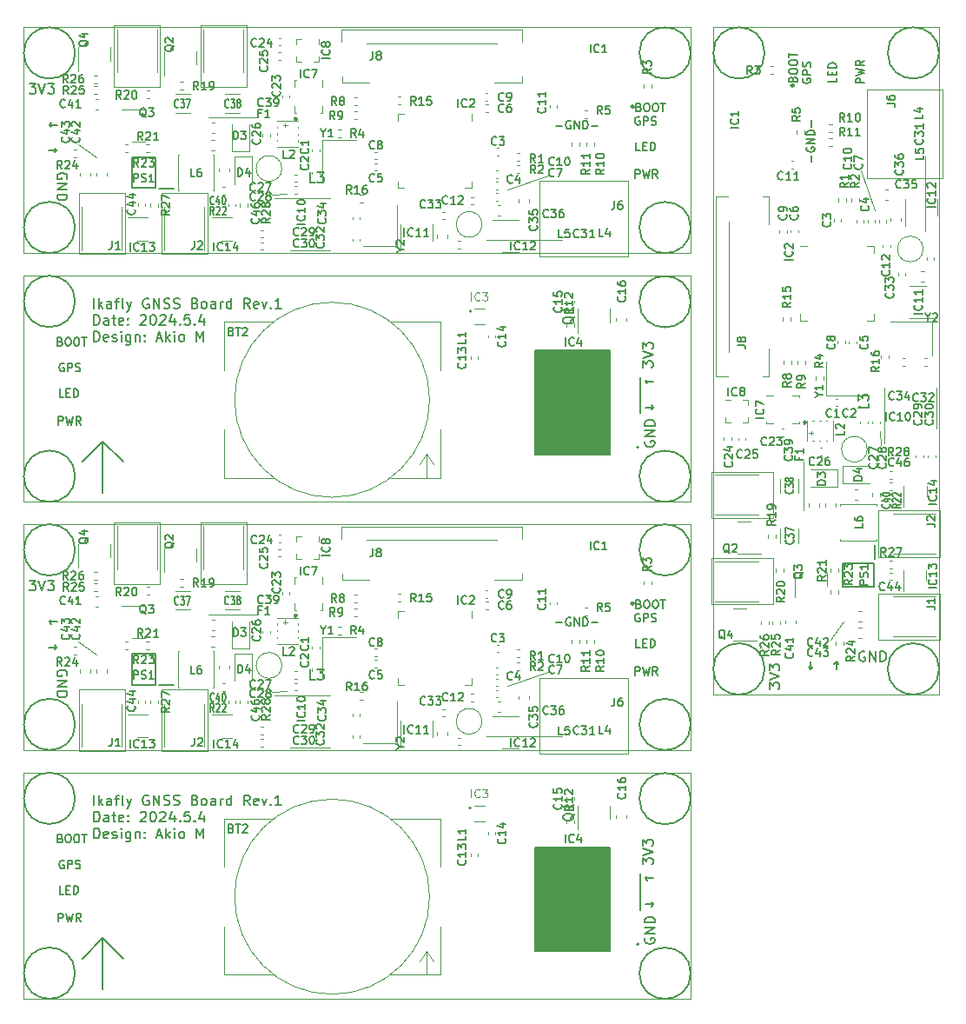
<source format=gbr>
%TF.GenerationSoftware,KiCad,Pcbnew,8.0.2*%
%TF.CreationDate,2024-05-13T13:54:00+09:00*%
%TF.ProjectId,ikafly_rev1a_p,696b6166-6c79-45f7-9265-7631615f702e,rev?*%
%TF.SameCoordinates,Original*%
%TF.FileFunction,Legend,Top*%
%TF.FilePolarity,Positive*%
%FSLAX46Y46*%
G04 Gerber Fmt 4.6, Leading zero omitted, Abs format (unit mm)*
G04 Created by KiCad (PCBNEW 8.0.2) date 2024-05-13 13:54:00*
%MOMM*%
%LPD*%
G01*
G04 APERTURE LIST*
%ADD10C,0.100000*%
%ADD11C,0.150000*%
%ADD12C,0.120000*%
%ADD13C,0.250000*%
%ADD14C,0.218114*%
%ADD15C,0.200000*%
%ADD16C,0.170000*%
G04 APERTURE END LIST*
D10*
X152310000Y-82200000D02*
X152310000Y-86880000D01*
X143500000Y-39870000D02*
X165500000Y-39870000D01*
X165500000Y-104870000D01*
X143500000Y-104870000D01*
X143500000Y-39870000D01*
X164190000Y-59760000D02*
X164190000Y-52440000D01*
X159280000Y-57710000D02*
X157920000Y-53780000D01*
D11*
X165500000Y-42370000D02*
G75*
G02*
X160500000Y-42370000I-2500000J0D01*
G01*
X160500000Y-42370000D02*
G75*
G02*
X165500000Y-42370000I2500000J0D01*
G01*
X148500000Y-42370000D02*
G75*
G02*
X143500000Y-42370000I-2500000J0D01*
G01*
X143500000Y-42370000D02*
G75*
G02*
X148500000Y-42370000I2500000J0D01*
G01*
D10*
X154900000Y-99570000D02*
X156200000Y-97770000D01*
D11*
X165500000Y-102370000D02*
G75*
G02*
X160500000Y-102370000I-2500000J0D01*
G01*
X160500000Y-102370000D02*
G75*
G02*
X165500000Y-102370000I2500000J0D01*
G01*
X148500000Y-102370000D02*
G75*
G02*
X143500000Y-102370000I-2500000J0D01*
G01*
X143500000Y-102370000D02*
G75*
G02*
X148500000Y-102370000I2500000J0D01*
G01*
D10*
X159720000Y-79210000D02*
X159850000Y-80670000D01*
D11*
X153089533Y-52980839D02*
X153089533Y-52371316D01*
X152632390Y-51571316D02*
X152594295Y-51647506D01*
X152594295Y-51647506D02*
X152594295Y-51761792D01*
X152594295Y-51761792D02*
X152632390Y-51876078D01*
X152632390Y-51876078D02*
X152708580Y-51952268D01*
X152708580Y-51952268D02*
X152784771Y-51990363D01*
X152784771Y-51990363D02*
X152937152Y-52028459D01*
X152937152Y-52028459D02*
X153051438Y-52028459D01*
X153051438Y-52028459D02*
X153203819Y-51990363D01*
X153203819Y-51990363D02*
X153280009Y-51952268D01*
X153280009Y-51952268D02*
X153356200Y-51876078D01*
X153356200Y-51876078D02*
X153394295Y-51761792D01*
X153394295Y-51761792D02*
X153394295Y-51685601D01*
X153394295Y-51685601D02*
X153356200Y-51571316D01*
X153356200Y-51571316D02*
X153318104Y-51533220D01*
X153318104Y-51533220D02*
X153051438Y-51533220D01*
X153051438Y-51533220D02*
X153051438Y-51685601D01*
X153394295Y-51190363D02*
X152594295Y-51190363D01*
X152594295Y-51190363D02*
X153394295Y-50733220D01*
X153394295Y-50733220D02*
X152594295Y-50733220D01*
X153394295Y-50352268D02*
X152594295Y-50352268D01*
X152594295Y-50352268D02*
X152594295Y-50161792D01*
X152594295Y-50161792D02*
X152632390Y-50047506D01*
X152632390Y-50047506D02*
X152708580Y-49971316D01*
X152708580Y-49971316D02*
X152784771Y-49933221D01*
X152784771Y-49933221D02*
X152937152Y-49895125D01*
X152937152Y-49895125D02*
X153051438Y-49895125D01*
X153051438Y-49895125D02*
X153203819Y-49933221D01*
X153203819Y-49933221D02*
X153280009Y-49971316D01*
X153280009Y-49971316D02*
X153356200Y-50047506D01*
X153356200Y-50047506D02*
X153394295Y-50161792D01*
X153394295Y-50161792D02*
X153394295Y-50352268D01*
X153089533Y-49552268D02*
X153089533Y-48942745D01*
X155494295Y-44799887D02*
X155494295Y-45180839D01*
X155494295Y-45180839D02*
X154694295Y-45180839D01*
X155075247Y-44533220D02*
X155075247Y-44266554D01*
X155494295Y-44152268D02*
X155494295Y-44533220D01*
X155494295Y-44533220D02*
X154694295Y-44533220D01*
X154694295Y-44533220D02*
X154694295Y-44152268D01*
X155494295Y-43809410D02*
X154694295Y-43809410D01*
X154694295Y-43809410D02*
X154694295Y-43618934D01*
X154694295Y-43618934D02*
X154732390Y-43504648D01*
X154732390Y-43504648D02*
X154808580Y-43428458D01*
X154808580Y-43428458D02*
X154884771Y-43390363D01*
X154884771Y-43390363D02*
X155037152Y-43352267D01*
X155037152Y-43352267D02*
X155151438Y-43352267D01*
X155151438Y-43352267D02*
X155303819Y-43390363D01*
X155303819Y-43390363D02*
X155380009Y-43428458D01*
X155380009Y-43428458D02*
X155456200Y-43504648D01*
X155456200Y-43504648D02*
X155494295Y-43618934D01*
X155494295Y-43618934D02*
X155494295Y-43809410D01*
X152232390Y-44861792D02*
X152194295Y-44937982D01*
X152194295Y-44937982D02*
X152194295Y-45052268D01*
X152194295Y-45052268D02*
X152232390Y-45166554D01*
X152232390Y-45166554D02*
X152308580Y-45242744D01*
X152308580Y-45242744D02*
X152384771Y-45280839D01*
X152384771Y-45280839D02*
X152537152Y-45318935D01*
X152537152Y-45318935D02*
X152651438Y-45318935D01*
X152651438Y-45318935D02*
X152803819Y-45280839D01*
X152803819Y-45280839D02*
X152880009Y-45242744D01*
X152880009Y-45242744D02*
X152956200Y-45166554D01*
X152956200Y-45166554D02*
X152994295Y-45052268D01*
X152994295Y-45052268D02*
X152994295Y-44976077D01*
X152994295Y-44976077D02*
X152956200Y-44861792D01*
X152956200Y-44861792D02*
X152918104Y-44823696D01*
X152918104Y-44823696D02*
X152651438Y-44823696D01*
X152651438Y-44823696D02*
X152651438Y-44976077D01*
X152994295Y-44480839D02*
X152194295Y-44480839D01*
X152194295Y-44480839D02*
X152194295Y-44176077D01*
X152194295Y-44176077D02*
X152232390Y-44099887D01*
X152232390Y-44099887D02*
X152270485Y-44061792D01*
X152270485Y-44061792D02*
X152346676Y-44023696D01*
X152346676Y-44023696D02*
X152460961Y-44023696D01*
X152460961Y-44023696D02*
X152537152Y-44061792D01*
X152537152Y-44061792D02*
X152575247Y-44099887D01*
X152575247Y-44099887D02*
X152613342Y-44176077D01*
X152613342Y-44176077D02*
X152613342Y-44480839D01*
X152956200Y-43718935D02*
X152994295Y-43604649D01*
X152994295Y-43604649D02*
X152994295Y-43414173D01*
X152994295Y-43414173D02*
X152956200Y-43337982D01*
X152956200Y-43337982D02*
X152918104Y-43299887D01*
X152918104Y-43299887D02*
X152841914Y-43261792D01*
X152841914Y-43261792D02*
X152765723Y-43261792D01*
X152765723Y-43261792D02*
X152689533Y-43299887D01*
X152689533Y-43299887D02*
X152651438Y-43337982D01*
X152651438Y-43337982D02*
X152613342Y-43414173D01*
X152613342Y-43414173D02*
X152575247Y-43566554D01*
X152575247Y-43566554D02*
X152537152Y-43642744D01*
X152537152Y-43642744D02*
X152499057Y-43680839D01*
X152499057Y-43680839D02*
X152422866Y-43718935D01*
X152422866Y-43718935D02*
X152346676Y-43718935D01*
X152346676Y-43718935D02*
X152270485Y-43680839D01*
X152270485Y-43680839D02*
X152232390Y-43642744D01*
X152232390Y-43642744D02*
X152194295Y-43566554D01*
X152194295Y-43566554D02*
X152194295Y-43376077D01*
X152194295Y-43376077D02*
X152232390Y-43261792D01*
X158260588Y-100687438D02*
X158165350Y-100639819D01*
X158165350Y-100639819D02*
X158022493Y-100639819D01*
X158022493Y-100639819D02*
X157879636Y-100687438D01*
X157879636Y-100687438D02*
X157784398Y-100782676D01*
X157784398Y-100782676D02*
X157736779Y-100877914D01*
X157736779Y-100877914D02*
X157689160Y-101068390D01*
X157689160Y-101068390D02*
X157689160Y-101211247D01*
X157689160Y-101211247D02*
X157736779Y-101401723D01*
X157736779Y-101401723D02*
X157784398Y-101496961D01*
X157784398Y-101496961D02*
X157879636Y-101592200D01*
X157879636Y-101592200D02*
X158022493Y-101639819D01*
X158022493Y-101639819D02*
X158117731Y-101639819D01*
X158117731Y-101639819D02*
X158260588Y-101592200D01*
X158260588Y-101592200D02*
X158308207Y-101544580D01*
X158308207Y-101544580D02*
X158308207Y-101211247D01*
X158308207Y-101211247D02*
X158117731Y-101211247D01*
X158736779Y-101639819D02*
X158736779Y-100639819D01*
X158736779Y-100639819D02*
X159308207Y-101639819D01*
X159308207Y-101639819D02*
X159308207Y-100639819D01*
X159784398Y-101639819D02*
X159784398Y-100639819D01*
X159784398Y-100639819D02*
X160022493Y-100639819D01*
X160022493Y-100639819D02*
X160165350Y-100687438D01*
X160165350Y-100687438D02*
X160260588Y-100782676D01*
X160260588Y-100782676D02*
X160308207Y-100877914D01*
X160308207Y-100877914D02*
X160355826Y-101068390D01*
X160355826Y-101068390D02*
X160355826Y-101211247D01*
X160355826Y-101211247D02*
X160308207Y-101401723D01*
X160308207Y-101401723D02*
X160260588Y-101496961D01*
X160260588Y-101496961D02*
X160165350Y-101592200D01*
X160165350Y-101592200D02*
X160022493Y-101639819D01*
X160022493Y-101639819D02*
X159784398Y-101639819D01*
X153011133Y-101606779D02*
X153011133Y-102368684D01*
X152820657Y-102178207D02*
X153011133Y-102368684D01*
X153011133Y-102368684D02*
X153201609Y-102178207D01*
X158194295Y-45280839D02*
X157394295Y-45280839D01*
X157394295Y-45280839D02*
X157394295Y-44976077D01*
X157394295Y-44976077D02*
X157432390Y-44899887D01*
X157432390Y-44899887D02*
X157470485Y-44861792D01*
X157470485Y-44861792D02*
X157546676Y-44823696D01*
X157546676Y-44823696D02*
X157660961Y-44823696D01*
X157660961Y-44823696D02*
X157737152Y-44861792D01*
X157737152Y-44861792D02*
X157775247Y-44899887D01*
X157775247Y-44899887D02*
X157813342Y-44976077D01*
X157813342Y-44976077D02*
X157813342Y-45280839D01*
X157394295Y-44557030D02*
X158194295Y-44366554D01*
X158194295Y-44366554D02*
X157622866Y-44214173D01*
X157622866Y-44214173D02*
X158194295Y-44061792D01*
X158194295Y-44061792D02*
X157394295Y-43871316D01*
X158194295Y-43109410D02*
X157813342Y-43376077D01*
X158194295Y-43566553D02*
X157394295Y-43566553D01*
X157394295Y-43566553D02*
X157394295Y-43261791D01*
X157394295Y-43261791D02*
X157432390Y-43185601D01*
X157432390Y-43185601D02*
X157470485Y-43147506D01*
X157470485Y-43147506D02*
X157546676Y-43109410D01*
X157546676Y-43109410D02*
X157660961Y-43109410D01*
X157660961Y-43109410D02*
X157737152Y-43147506D01*
X157737152Y-43147506D02*
X157775247Y-43185601D01*
X157775247Y-43185601D02*
X157813342Y-43261791D01*
X157813342Y-43261791D02*
X157813342Y-43566553D01*
X155488866Y-102433220D02*
X155488866Y-101671316D01*
X155679342Y-101861792D02*
X155488866Y-101671316D01*
X155488866Y-101671316D02*
X155298390Y-101861792D01*
X148959819Y-104328458D02*
X148959819Y-103709411D01*
X148959819Y-103709411D02*
X149340771Y-104042744D01*
X149340771Y-104042744D02*
X149340771Y-103899887D01*
X149340771Y-103899887D02*
X149388390Y-103804649D01*
X149388390Y-103804649D02*
X149436009Y-103757030D01*
X149436009Y-103757030D02*
X149531247Y-103709411D01*
X149531247Y-103709411D02*
X149769342Y-103709411D01*
X149769342Y-103709411D02*
X149864580Y-103757030D01*
X149864580Y-103757030D02*
X149912200Y-103804649D01*
X149912200Y-103804649D02*
X149959819Y-103899887D01*
X149959819Y-103899887D02*
X149959819Y-104185601D01*
X149959819Y-104185601D02*
X149912200Y-104280839D01*
X149912200Y-104280839D02*
X149864580Y-104328458D01*
X148959819Y-103423696D02*
X149959819Y-103090363D01*
X149959819Y-103090363D02*
X148959819Y-102757030D01*
X148959819Y-102518934D02*
X148959819Y-101899887D01*
X148959819Y-101899887D02*
X149340771Y-102233220D01*
X149340771Y-102233220D02*
X149340771Y-102090363D01*
X149340771Y-102090363D02*
X149388390Y-101995125D01*
X149388390Y-101995125D02*
X149436009Y-101947506D01*
X149436009Y-101947506D02*
X149531247Y-101899887D01*
X149531247Y-101899887D02*
X149769342Y-101899887D01*
X149769342Y-101899887D02*
X149864580Y-101947506D01*
X149864580Y-101947506D02*
X149912200Y-101995125D01*
X149912200Y-101995125D02*
X149959819Y-102090363D01*
X149959819Y-102090363D02*
X149959819Y-102376077D01*
X149959819Y-102376077D02*
X149912200Y-102471315D01*
X149912200Y-102471315D02*
X149864580Y-102518934D01*
X151275247Y-44914173D02*
X151313342Y-44799887D01*
X151313342Y-44799887D02*
X151351438Y-44761792D01*
X151351438Y-44761792D02*
X151427628Y-44723696D01*
X151427628Y-44723696D02*
X151541914Y-44723696D01*
X151541914Y-44723696D02*
X151618104Y-44761792D01*
X151618104Y-44761792D02*
X151656200Y-44799887D01*
X151656200Y-44799887D02*
X151694295Y-44876077D01*
X151694295Y-44876077D02*
X151694295Y-45180839D01*
X151694295Y-45180839D02*
X150894295Y-45180839D01*
X150894295Y-45180839D02*
X150894295Y-44914173D01*
X150894295Y-44914173D02*
X150932390Y-44837982D01*
X150932390Y-44837982D02*
X150970485Y-44799887D01*
X150970485Y-44799887D02*
X151046676Y-44761792D01*
X151046676Y-44761792D02*
X151122866Y-44761792D01*
X151122866Y-44761792D02*
X151199057Y-44799887D01*
X151199057Y-44799887D02*
X151237152Y-44837982D01*
X151237152Y-44837982D02*
X151275247Y-44914173D01*
X151275247Y-44914173D02*
X151275247Y-45180839D01*
X150894295Y-44228458D02*
X150894295Y-44076077D01*
X150894295Y-44076077D02*
X150932390Y-43999887D01*
X150932390Y-43999887D02*
X151008580Y-43923696D01*
X151008580Y-43923696D02*
X151160961Y-43885601D01*
X151160961Y-43885601D02*
X151427628Y-43885601D01*
X151427628Y-43885601D02*
X151580009Y-43923696D01*
X151580009Y-43923696D02*
X151656200Y-43999887D01*
X151656200Y-43999887D02*
X151694295Y-44076077D01*
X151694295Y-44076077D02*
X151694295Y-44228458D01*
X151694295Y-44228458D02*
X151656200Y-44304649D01*
X151656200Y-44304649D02*
X151580009Y-44380839D01*
X151580009Y-44380839D02*
X151427628Y-44418935D01*
X151427628Y-44418935D02*
X151160961Y-44418935D01*
X151160961Y-44418935D02*
X151008580Y-44380839D01*
X151008580Y-44380839D02*
X150932390Y-44304649D01*
X150932390Y-44304649D02*
X150894295Y-44228458D01*
X150894295Y-43390363D02*
X150894295Y-43237982D01*
X150894295Y-43237982D02*
X150932390Y-43161792D01*
X150932390Y-43161792D02*
X151008580Y-43085601D01*
X151008580Y-43085601D02*
X151160961Y-43047506D01*
X151160961Y-43047506D02*
X151427628Y-43047506D01*
X151427628Y-43047506D02*
X151580009Y-43085601D01*
X151580009Y-43085601D02*
X151656200Y-43161792D01*
X151656200Y-43161792D02*
X151694295Y-43237982D01*
X151694295Y-43237982D02*
X151694295Y-43390363D01*
X151694295Y-43390363D02*
X151656200Y-43466554D01*
X151656200Y-43466554D02*
X151580009Y-43542744D01*
X151580009Y-43542744D02*
X151427628Y-43580840D01*
X151427628Y-43580840D02*
X151160961Y-43580840D01*
X151160961Y-43580840D02*
X151008580Y-43542744D01*
X151008580Y-43542744D02*
X150932390Y-43466554D01*
X150932390Y-43466554D02*
X150894295Y-43390363D01*
X150894295Y-42818935D02*
X150894295Y-42361792D01*
X151694295Y-42590364D02*
X150894295Y-42590364D01*
X84000000Y-128604999D02*
X86000000Y-130604999D01*
X84000000Y-128604999D02*
X82000000Y-130604999D01*
X84000000Y-128604999D02*
X84000000Y-133604999D01*
D10*
X98970000Y-97085000D02*
X94290000Y-97085000D01*
D11*
X141300000Y-115004999D02*
G75*
G02*
X136300000Y-115004999I-2500000J0D01*
G01*
X136300000Y-115004999D02*
G75*
G02*
X141300000Y-115004999I2500000J0D01*
G01*
D10*
X76300000Y-88275000D02*
X141300000Y-88275000D01*
X141300000Y-110275000D01*
X76300000Y-110275000D01*
X76300000Y-88275000D01*
D11*
X141300000Y-132004999D02*
G75*
G02*
X136300000Y-132004999I-2500000J0D01*
G01*
X136300000Y-132004999D02*
G75*
G02*
X141300000Y-132004999I2500000J0D01*
G01*
D10*
X76300000Y-112475000D02*
X141300000Y-112475000D01*
X141300000Y-134475000D01*
X76300000Y-134475000D01*
X76300000Y-112475000D01*
X121410000Y-108965000D02*
X128730000Y-108965000D01*
X123460000Y-104055000D02*
X127390000Y-102695000D01*
D11*
X136400000Y-122325000D02*
X136400000Y-125825000D01*
X141300000Y-107775000D02*
G75*
G02*
X136300000Y-107775000I-2500000J0D01*
G01*
X136300000Y-107775000D02*
G75*
G02*
X141300000Y-107775000I2500000J0D01*
G01*
X126100000Y-119775000D02*
X133400000Y-119775000D01*
X133400000Y-129875000D01*
X126100000Y-129875000D01*
X126100000Y-119775000D01*
G36*
X126100000Y-119775000D02*
G01*
X133400000Y-119775000D01*
X133400000Y-129875000D01*
X126100000Y-129875000D01*
X126100000Y-119775000D01*
G37*
X141300000Y-90775000D02*
G75*
G02*
X136300000Y-90775000I-2500000J0D01*
G01*
X136300000Y-90775000D02*
G75*
G02*
X141300000Y-90775000I2500000J0D01*
G01*
D10*
X81600000Y-99675000D02*
X83400000Y-100975000D01*
D11*
X81300000Y-107775000D02*
G75*
G02*
X76300000Y-107775000I-2500000J0D01*
G01*
X76300000Y-107775000D02*
G75*
G02*
X81300000Y-107775000I2500000J0D01*
G01*
X81300000Y-90775000D02*
G75*
G02*
X76300000Y-90775000I-2500000J0D01*
G01*
X76300000Y-90775000D02*
G75*
G02*
X81300000Y-90775000I2500000J0D01*
G01*
D10*
X101960000Y-104495000D02*
X100500000Y-104625000D01*
D11*
X81300000Y-132004999D02*
G75*
G02*
X76300000Y-132004999I-2500000J0D01*
G01*
X76300000Y-132004999D02*
G75*
G02*
X81300000Y-132004999I2500000J0D01*
G01*
X81300000Y-114975000D02*
G75*
G02*
X76300000Y-114975000I-2500000J0D01*
G01*
X76300000Y-114975000D02*
G75*
G02*
X81300000Y-114975000I2500000J0D01*
G01*
X128189160Y-97864533D02*
X128798684Y-97864533D01*
X129598683Y-97407390D02*
X129522493Y-97369295D01*
X129522493Y-97369295D02*
X129408207Y-97369295D01*
X129408207Y-97369295D02*
X129293921Y-97407390D01*
X129293921Y-97407390D02*
X129217731Y-97483580D01*
X129217731Y-97483580D02*
X129179636Y-97559771D01*
X129179636Y-97559771D02*
X129141540Y-97712152D01*
X129141540Y-97712152D02*
X129141540Y-97826438D01*
X129141540Y-97826438D02*
X129179636Y-97978819D01*
X129179636Y-97978819D02*
X129217731Y-98055009D01*
X129217731Y-98055009D02*
X129293921Y-98131200D01*
X129293921Y-98131200D02*
X129408207Y-98169295D01*
X129408207Y-98169295D02*
X129484398Y-98169295D01*
X129484398Y-98169295D02*
X129598683Y-98131200D01*
X129598683Y-98131200D02*
X129636779Y-98093104D01*
X129636779Y-98093104D02*
X129636779Y-97826438D01*
X129636779Y-97826438D02*
X129484398Y-97826438D01*
X129979636Y-98169295D02*
X129979636Y-97369295D01*
X129979636Y-97369295D02*
X130436779Y-98169295D01*
X130436779Y-98169295D02*
X130436779Y-97369295D01*
X130817731Y-98169295D02*
X130817731Y-97369295D01*
X130817731Y-97369295D02*
X131008207Y-97369295D01*
X131008207Y-97369295D02*
X131122493Y-97407390D01*
X131122493Y-97407390D02*
X131198683Y-97483580D01*
X131198683Y-97483580D02*
X131236778Y-97559771D01*
X131236778Y-97559771D02*
X131274874Y-97712152D01*
X131274874Y-97712152D02*
X131274874Y-97826438D01*
X131274874Y-97826438D02*
X131236778Y-97978819D01*
X131236778Y-97978819D02*
X131198683Y-98055009D01*
X131198683Y-98055009D02*
X131122493Y-98131200D01*
X131122493Y-98131200D02*
X131008207Y-98169295D01*
X131008207Y-98169295D02*
X130817731Y-98169295D01*
X131617731Y-97864533D02*
X132227255Y-97864533D01*
X136370112Y-100269295D02*
X135989160Y-100269295D01*
X135989160Y-100269295D02*
X135989160Y-99469295D01*
X136636779Y-99850247D02*
X136903445Y-99850247D01*
X137017731Y-100269295D02*
X136636779Y-100269295D01*
X136636779Y-100269295D02*
X136636779Y-99469295D01*
X136636779Y-99469295D02*
X137017731Y-99469295D01*
X137360589Y-100269295D02*
X137360589Y-99469295D01*
X137360589Y-99469295D02*
X137551065Y-99469295D01*
X137551065Y-99469295D02*
X137665351Y-99507390D01*
X137665351Y-99507390D02*
X137741541Y-99583580D01*
X137741541Y-99583580D02*
X137779636Y-99659771D01*
X137779636Y-99659771D02*
X137817732Y-99812152D01*
X137817732Y-99812152D02*
X137817732Y-99926438D01*
X137817732Y-99926438D02*
X137779636Y-100078819D01*
X137779636Y-100078819D02*
X137741541Y-100155009D01*
X137741541Y-100155009D02*
X137665351Y-100231200D01*
X137665351Y-100231200D02*
X137551065Y-100269295D01*
X137551065Y-100269295D02*
X137360589Y-100269295D01*
X136867438Y-128594411D02*
X136819819Y-128689649D01*
X136819819Y-128689649D02*
X136819819Y-128832506D01*
X136819819Y-128832506D02*
X136867438Y-128975363D01*
X136867438Y-128975363D02*
X136962676Y-129070601D01*
X136962676Y-129070601D02*
X137057914Y-129118220D01*
X137057914Y-129118220D02*
X137248390Y-129165839D01*
X137248390Y-129165839D02*
X137391247Y-129165839D01*
X137391247Y-129165839D02*
X137581723Y-129118220D01*
X137581723Y-129118220D02*
X137676961Y-129070601D01*
X137676961Y-129070601D02*
X137772200Y-128975363D01*
X137772200Y-128975363D02*
X137819819Y-128832506D01*
X137819819Y-128832506D02*
X137819819Y-128737268D01*
X137819819Y-128737268D02*
X137772200Y-128594411D01*
X137772200Y-128594411D02*
X137724580Y-128546792D01*
X137724580Y-128546792D02*
X137391247Y-128546792D01*
X137391247Y-128546792D02*
X137391247Y-128737268D01*
X137819819Y-128118220D02*
X136819819Y-128118220D01*
X136819819Y-128118220D02*
X137819819Y-127546792D01*
X137819819Y-127546792D02*
X136819819Y-127546792D01*
X137819819Y-127070601D02*
X136819819Y-127070601D01*
X136819819Y-127070601D02*
X136819819Y-126832506D01*
X136819819Y-126832506D02*
X136867438Y-126689649D01*
X136867438Y-126689649D02*
X136962676Y-126594411D01*
X136962676Y-126594411D02*
X137057914Y-126546792D01*
X137057914Y-126546792D02*
X137248390Y-126499173D01*
X137248390Y-126499173D02*
X137391247Y-126499173D01*
X137391247Y-126499173D02*
X137581723Y-126546792D01*
X137581723Y-126546792D02*
X137676961Y-126594411D01*
X137676961Y-126594411D02*
X137772200Y-126689649D01*
X137772200Y-126689649D02*
X137819819Y-126832506D01*
X137819819Y-126832506D02*
X137819819Y-127070601D01*
X80208207Y-121037389D02*
X80132017Y-120999294D01*
X80132017Y-120999294D02*
X80017731Y-120999294D01*
X80017731Y-120999294D02*
X79903445Y-121037389D01*
X79903445Y-121037389D02*
X79827255Y-121113579D01*
X79827255Y-121113579D02*
X79789160Y-121189770D01*
X79789160Y-121189770D02*
X79751064Y-121342151D01*
X79751064Y-121342151D02*
X79751064Y-121456437D01*
X79751064Y-121456437D02*
X79789160Y-121608818D01*
X79789160Y-121608818D02*
X79827255Y-121685008D01*
X79827255Y-121685008D02*
X79903445Y-121761199D01*
X79903445Y-121761199D02*
X80017731Y-121799294D01*
X80017731Y-121799294D02*
X80093922Y-121799294D01*
X80093922Y-121799294D02*
X80208207Y-121761199D01*
X80208207Y-121761199D02*
X80246303Y-121723103D01*
X80246303Y-121723103D02*
X80246303Y-121456437D01*
X80246303Y-121456437D02*
X80093922Y-121456437D01*
X80589160Y-121799294D02*
X80589160Y-120999294D01*
X80589160Y-120999294D02*
X80893922Y-120999294D01*
X80893922Y-120999294D02*
X80970112Y-121037389D01*
X80970112Y-121037389D02*
X81008207Y-121075484D01*
X81008207Y-121075484D02*
X81046303Y-121151675D01*
X81046303Y-121151675D02*
X81046303Y-121265960D01*
X81046303Y-121265960D02*
X81008207Y-121342151D01*
X81008207Y-121342151D02*
X80970112Y-121380246D01*
X80970112Y-121380246D02*
X80893922Y-121418341D01*
X80893922Y-121418341D02*
X80589160Y-121418341D01*
X81351064Y-121761199D02*
X81465350Y-121799294D01*
X81465350Y-121799294D02*
X81655826Y-121799294D01*
X81655826Y-121799294D02*
X81732017Y-121761199D01*
X81732017Y-121761199D02*
X81770112Y-121723103D01*
X81770112Y-121723103D02*
X81808207Y-121646913D01*
X81808207Y-121646913D02*
X81808207Y-121570722D01*
X81808207Y-121570722D02*
X81770112Y-121494532D01*
X81770112Y-121494532D02*
X81732017Y-121456437D01*
X81732017Y-121456437D02*
X81655826Y-121418341D01*
X81655826Y-121418341D02*
X81503445Y-121380246D01*
X81503445Y-121380246D02*
X81427255Y-121342151D01*
X81427255Y-121342151D02*
X81389160Y-121304056D01*
X81389160Y-121304056D02*
X81351064Y-121227865D01*
X81351064Y-121227865D02*
X81351064Y-121151675D01*
X81351064Y-121151675D02*
X81389160Y-121075484D01*
X81389160Y-121075484D02*
X81427255Y-121037389D01*
X81427255Y-121037389D02*
X81503445Y-120999294D01*
X81503445Y-120999294D02*
X81693922Y-120999294D01*
X81693922Y-120999294D02*
X81808207Y-121037389D01*
X136308207Y-97007390D02*
X136232017Y-96969295D01*
X136232017Y-96969295D02*
X136117731Y-96969295D01*
X136117731Y-96969295D02*
X136003445Y-97007390D01*
X136003445Y-97007390D02*
X135927255Y-97083580D01*
X135927255Y-97083580D02*
X135889160Y-97159771D01*
X135889160Y-97159771D02*
X135851064Y-97312152D01*
X135851064Y-97312152D02*
X135851064Y-97426438D01*
X135851064Y-97426438D02*
X135889160Y-97578819D01*
X135889160Y-97578819D02*
X135927255Y-97655009D01*
X135927255Y-97655009D02*
X136003445Y-97731200D01*
X136003445Y-97731200D02*
X136117731Y-97769295D01*
X136117731Y-97769295D02*
X136193922Y-97769295D01*
X136193922Y-97769295D02*
X136308207Y-97731200D01*
X136308207Y-97731200D02*
X136346303Y-97693104D01*
X136346303Y-97693104D02*
X136346303Y-97426438D01*
X136346303Y-97426438D02*
X136193922Y-97426438D01*
X136689160Y-97769295D02*
X136689160Y-96969295D01*
X136689160Y-96969295D02*
X136993922Y-96969295D01*
X136993922Y-96969295D02*
X137070112Y-97007390D01*
X137070112Y-97007390D02*
X137108207Y-97045485D01*
X137108207Y-97045485D02*
X137146303Y-97121676D01*
X137146303Y-97121676D02*
X137146303Y-97235961D01*
X137146303Y-97235961D02*
X137108207Y-97312152D01*
X137108207Y-97312152D02*
X137070112Y-97350247D01*
X137070112Y-97350247D02*
X136993922Y-97388342D01*
X136993922Y-97388342D02*
X136689160Y-97388342D01*
X137451064Y-97731200D02*
X137565350Y-97769295D01*
X137565350Y-97769295D02*
X137755826Y-97769295D01*
X137755826Y-97769295D02*
X137832017Y-97731200D01*
X137832017Y-97731200D02*
X137870112Y-97693104D01*
X137870112Y-97693104D02*
X137908207Y-97616914D01*
X137908207Y-97616914D02*
X137908207Y-97540723D01*
X137908207Y-97540723D02*
X137870112Y-97464533D01*
X137870112Y-97464533D02*
X137832017Y-97426438D01*
X137832017Y-97426438D02*
X137755826Y-97388342D01*
X137755826Y-97388342D02*
X137603445Y-97350247D01*
X137603445Y-97350247D02*
X137527255Y-97312152D01*
X137527255Y-97312152D02*
X137489160Y-97274057D01*
X137489160Y-97274057D02*
X137451064Y-97197866D01*
X137451064Y-97197866D02*
X137451064Y-97121676D01*
X137451064Y-97121676D02*
X137489160Y-97045485D01*
X137489160Y-97045485D02*
X137527255Y-97007390D01*
X137527255Y-97007390D02*
X137603445Y-96969295D01*
X137603445Y-96969295D02*
X137793922Y-96969295D01*
X137793922Y-96969295D02*
X137908207Y-97007390D01*
X80482561Y-103035588D02*
X80530180Y-102940350D01*
X80530180Y-102940350D02*
X80530180Y-102797493D01*
X80530180Y-102797493D02*
X80482561Y-102654636D01*
X80482561Y-102654636D02*
X80387323Y-102559398D01*
X80387323Y-102559398D02*
X80292085Y-102511779D01*
X80292085Y-102511779D02*
X80101609Y-102464160D01*
X80101609Y-102464160D02*
X79958752Y-102464160D01*
X79958752Y-102464160D02*
X79768276Y-102511779D01*
X79768276Y-102511779D02*
X79673038Y-102559398D01*
X79673038Y-102559398D02*
X79577800Y-102654636D01*
X79577800Y-102654636D02*
X79530180Y-102797493D01*
X79530180Y-102797493D02*
X79530180Y-102892731D01*
X79530180Y-102892731D02*
X79577800Y-103035588D01*
X79577800Y-103035588D02*
X79625419Y-103083207D01*
X79625419Y-103083207D02*
X79958752Y-103083207D01*
X79958752Y-103083207D02*
X79958752Y-102892731D01*
X79530180Y-103511779D02*
X80530180Y-103511779D01*
X80530180Y-103511779D02*
X79530180Y-104083207D01*
X79530180Y-104083207D02*
X80530180Y-104083207D01*
X79530180Y-104559398D02*
X80530180Y-104559398D01*
X80530180Y-104559398D02*
X80530180Y-104797493D01*
X80530180Y-104797493D02*
X80482561Y-104940350D01*
X80482561Y-104940350D02*
X80387323Y-105035588D01*
X80387323Y-105035588D02*
X80292085Y-105083207D01*
X80292085Y-105083207D02*
X80101609Y-105130826D01*
X80101609Y-105130826D02*
X79958752Y-105130826D01*
X79958752Y-105130826D02*
X79768276Y-105083207D01*
X79768276Y-105083207D02*
X79673038Y-105035588D01*
X79673038Y-105035588D02*
X79577800Y-104940350D01*
X79577800Y-104940350D02*
X79530180Y-104797493D01*
X79530180Y-104797493D02*
X79530180Y-104559398D01*
X83136779Y-115654930D02*
X83136779Y-114654930D01*
X83612969Y-115654930D02*
X83612969Y-114654930D01*
X83708207Y-115273977D02*
X83993921Y-115654930D01*
X83993921Y-114988263D02*
X83612969Y-115369215D01*
X84851064Y-115654930D02*
X84851064Y-115131120D01*
X84851064Y-115131120D02*
X84803445Y-115035882D01*
X84803445Y-115035882D02*
X84708207Y-114988263D01*
X84708207Y-114988263D02*
X84517731Y-114988263D01*
X84517731Y-114988263D02*
X84422493Y-115035882D01*
X84851064Y-115607311D02*
X84755826Y-115654930D01*
X84755826Y-115654930D02*
X84517731Y-115654930D01*
X84517731Y-115654930D02*
X84422493Y-115607311D01*
X84422493Y-115607311D02*
X84374874Y-115512072D01*
X84374874Y-115512072D02*
X84374874Y-115416834D01*
X84374874Y-115416834D02*
X84422493Y-115321596D01*
X84422493Y-115321596D02*
X84517731Y-115273977D01*
X84517731Y-115273977D02*
X84755826Y-115273977D01*
X84755826Y-115273977D02*
X84851064Y-115226358D01*
X85184398Y-114988263D02*
X85565350Y-114988263D01*
X85327255Y-115654930D02*
X85327255Y-114797787D01*
X85327255Y-114797787D02*
X85374874Y-114702549D01*
X85374874Y-114702549D02*
X85470112Y-114654930D01*
X85470112Y-114654930D02*
X85565350Y-114654930D01*
X86041541Y-115654930D02*
X85946303Y-115607311D01*
X85946303Y-115607311D02*
X85898684Y-115512072D01*
X85898684Y-115512072D02*
X85898684Y-114654930D01*
X86327256Y-114988263D02*
X86565351Y-115654930D01*
X86803446Y-114988263D02*
X86565351Y-115654930D01*
X86565351Y-115654930D02*
X86470113Y-115893025D01*
X86470113Y-115893025D02*
X86422494Y-115940644D01*
X86422494Y-115940644D02*
X86327256Y-115988263D01*
X88470113Y-114702549D02*
X88374875Y-114654930D01*
X88374875Y-114654930D02*
X88232018Y-114654930D01*
X88232018Y-114654930D02*
X88089161Y-114702549D01*
X88089161Y-114702549D02*
X87993923Y-114797787D01*
X87993923Y-114797787D02*
X87946304Y-114893025D01*
X87946304Y-114893025D02*
X87898685Y-115083501D01*
X87898685Y-115083501D02*
X87898685Y-115226358D01*
X87898685Y-115226358D02*
X87946304Y-115416834D01*
X87946304Y-115416834D02*
X87993923Y-115512072D01*
X87993923Y-115512072D02*
X88089161Y-115607311D01*
X88089161Y-115607311D02*
X88232018Y-115654930D01*
X88232018Y-115654930D02*
X88327256Y-115654930D01*
X88327256Y-115654930D02*
X88470113Y-115607311D01*
X88470113Y-115607311D02*
X88517732Y-115559691D01*
X88517732Y-115559691D02*
X88517732Y-115226358D01*
X88517732Y-115226358D02*
X88327256Y-115226358D01*
X88946304Y-115654930D02*
X88946304Y-114654930D01*
X88946304Y-114654930D02*
X89517732Y-115654930D01*
X89517732Y-115654930D02*
X89517732Y-114654930D01*
X89946304Y-115607311D02*
X90089161Y-115654930D01*
X90089161Y-115654930D02*
X90327256Y-115654930D01*
X90327256Y-115654930D02*
X90422494Y-115607311D01*
X90422494Y-115607311D02*
X90470113Y-115559691D01*
X90470113Y-115559691D02*
X90517732Y-115464453D01*
X90517732Y-115464453D02*
X90517732Y-115369215D01*
X90517732Y-115369215D02*
X90470113Y-115273977D01*
X90470113Y-115273977D02*
X90422494Y-115226358D01*
X90422494Y-115226358D02*
X90327256Y-115178739D01*
X90327256Y-115178739D02*
X90136780Y-115131120D01*
X90136780Y-115131120D02*
X90041542Y-115083501D01*
X90041542Y-115083501D02*
X89993923Y-115035882D01*
X89993923Y-115035882D02*
X89946304Y-114940644D01*
X89946304Y-114940644D02*
X89946304Y-114845406D01*
X89946304Y-114845406D02*
X89993923Y-114750168D01*
X89993923Y-114750168D02*
X90041542Y-114702549D01*
X90041542Y-114702549D02*
X90136780Y-114654930D01*
X90136780Y-114654930D02*
X90374875Y-114654930D01*
X90374875Y-114654930D02*
X90517732Y-114702549D01*
X90898685Y-115607311D02*
X91041542Y-115654930D01*
X91041542Y-115654930D02*
X91279637Y-115654930D01*
X91279637Y-115654930D02*
X91374875Y-115607311D01*
X91374875Y-115607311D02*
X91422494Y-115559691D01*
X91422494Y-115559691D02*
X91470113Y-115464453D01*
X91470113Y-115464453D02*
X91470113Y-115369215D01*
X91470113Y-115369215D02*
X91422494Y-115273977D01*
X91422494Y-115273977D02*
X91374875Y-115226358D01*
X91374875Y-115226358D02*
X91279637Y-115178739D01*
X91279637Y-115178739D02*
X91089161Y-115131120D01*
X91089161Y-115131120D02*
X90993923Y-115083501D01*
X90993923Y-115083501D02*
X90946304Y-115035882D01*
X90946304Y-115035882D02*
X90898685Y-114940644D01*
X90898685Y-114940644D02*
X90898685Y-114845406D01*
X90898685Y-114845406D02*
X90946304Y-114750168D01*
X90946304Y-114750168D02*
X90993923Y-114702549D01*
X90993923Y-114702549D02*
X91089161Y-114654930D01*
X91089161Y-114654930D02*
X91327256Y-114654930D01*
X91327256Y-114654930D02*
X91470113Y-114702549D01*
X92993923Y-115131120D02*
X93136780Y-115178739D01*
X93136780Y-115178739D02*
X93184399Y-115226358D01*
X93184399Y-115226358D02*
X93232018Y-115321596D01*
X93232018Y-115321596D02*
X93232018Y-115464453D01*
X93232018Y-115464453D02*
X93184399Y-115559691D01*
X93184399Y-115559691D02*
X93136780Y-115607311D01*
X93136780Y-115607311D02*
X93041542Y-115654930D01*
X93041542Y-115654930D02*
X92660590Y-115654930D01*
X92660590Y-115654930D02*
X92660590Y-114654930D01*
X92660590Y-114654930D02*
X92993923Y-114654930D01*
X92993923Y-114654930D02*
X93089161Y-114702549D01*
X93089161Y-114702549D02*
X93136780Y-114750168D01*
X93136780Y-114750168D02*
X93184399Y-114845406D01*
X93184399Y-114845406D02*
X93184399Y-114940644D01*
X93184399Y-114940644D02*
X93136780Y-115035882D01*
X93136780Y-115035882D02*
X93089161Y-115083501D01*
X93089161Y-115083501D02*
X92993923Y-115131120D01*
X92993923Y-115131120D02*
X92660590Y-115131120D01*
X93803447Y-115654930D02*
X93708209Y-115607311D01*
X93708209Y-115607311D02*
X93660590Y-115559691D01*
X93660590Y-115559691D02*
X93612971Y-115464453D01*
X93612971Y-115464453D02*
X93612971Y-115178739D01*
X93612971Y-115178739D02*
X93660590Y-115083501D01*
X93660590Y-115083501D02*
X93708209Y-115035882D01*
X93708209Y-115035882D02*
X93803447Y-114988263D01*
X93803447Y-114988263D02*
X93946304Y-114988263D01*
X93946304Y-114988263D02*
X94041542Y-115035882D01*
X94041542Y-115035882D02*
X94089161Y-115083501D01*
X94089161Y-115083501D02*
X94136780Y-115178739D01*
X94136780Y-115178739D02*
X94136780Y-115464453D01*
X94136780Y-115464453D02*
X94089161Y-115559691D01*
X94089161Y-115559691D02*
X94041542Y-115607311D01*
X94041542Y-115607311D02*
X93946304Y-115654930D01*
X93946304Y-115654930D02*
X93803447Y-115654930D01*
X94993923Y-115654930D02*
X94993923Y-115131120D01*
X94993923Y-115131120D02*
X94946304Y-115035882D01*
X94946304Y-115035882D02*
X94851066Y-114988263D01*
X94851066Y-114988263D02*
X94660590Y-114988263D01*
X94660590Y-114988263D02*
X94565352Y-115035882D01*
X94993923Y-115607311D02*
X94898685Y-115654930D01*
X94898685Y-115654930D02*
X94660590Y-115654930D01*
X94660590Y-115654930D02*
X94565352Y-115607311D01*
X94565352Y-115607311D02*
X94517733Y-115512072D01*
X94517733Y-115512072D02*
X94517733Y-115416834D01*
X94517733Y-115416834D02*
X94565352Y-115321596D01*
X94565352Y-115321596D02*
X94660590Y-115273977D01*
X94660590Y-115273977D02*
X94898685Y-115273977D01*
X94898685Y-115273977D02*
X94993923Y-115226358D01*
X95470114Y-115654930D02*
X95470114Y-114988263D01*
X95470114Y-115178739D02*
X95517733Y-115083501D01*
X95517733Y-115083501D02*
X95565352Y-115035882D01*
X95565352Y-115035882D02*
X95660590Y-114988263D01*
X95660590Y-114988263D02*
X95755828Y-114988263D01*
X96517733Y-115654930D02*
X96517733Y-114654930D01*
X96517733Y-115607311D02*
X96422495Y-115654930D01*
X96422495Y-115654930D02*
X96232019Y-115654930D01*
X96232019Y-115654930D02*
X96136781Y-115607311D01*
X96136781Y-115607311D02*
X96089162Y-115559691D01*
X96089162Y-115559691D02*
X96041543Y-115464453D01*
X96041543Y-115464453D02*
X96041543Y-115178739D01*
X96041543Y-115178739D02*
X96089162Y-115083501D01*
X96089162Y-115083501D02*
X96136781Y-115035882D01*
X96136781Y-115035882D02*
X96232019Y-114988263D01*
X96232019Y-114988263D02*
X96422495Y-114988263D01*
X96422495Y-114988263D02*
X96517733Y-115035882D01*
X98327257Y-115654930D02*
X97993924Y-115178739D01*
X97755829Y-115654930D02*
X97755829Y-114654930D01*
X97755829Y-114654930D02*
X98136781Y-114654930D01*
X98136781Y-114654930D02*
X98232019Y-114702549D01*
X98232019Y-114702549D02*
X98279638Y-114750168D01*
X98279638Y-114750168D02*
X98327257Y-114845406D01*
X98327257Y-114845406D02*
X98327257Y-114988263D01*
X98327257Y-114988263D02*
X98279638Y-115083501D01*
X98279638Y-115083501D02*
X98232019Y-115131120D01*
X98232019Y-115131120D02*
X98136781Y-115178739D01*
X98136781Y-115178739D02*
X97755829Y-115178739D01*
X99136781Y-115607311D02*
X99041543Y-115654930D01*
X99041543Y-115654930D02*
X98851067Y-115654930D01*
X98851067Y-115654930D02*
X98755829Y-115607311D01*
X98755829Y-115607311D02*
X98708210Y-115512072D01*
X98708210Y-115512072D02*
X98708210Y-115131120D01*
X98708210Y-115131120D02*
X98755829Y-115035882D01*
X98755829Y-115035882D02*
X98851067Y-114988263D01*
X98851067Y-114988263D02*
X99041543Y-114988263D01*
X99041543Y-114988263D02*
X99136781Y-115035882D01*
X99136781Y-115035882D02*
X99184400Y-115131120D01*
X99184400Y-115131120D02*
X99184400Y-115226358D01*
X99184400Y-115226358D02*
X98708210Y-115321596D01*
X99517734Y-114988263D02*
X99755829Y-115654930D01*
X99755829Y-115654930D02*
X99993924Y-114988263D01*
X100374877Y-115559691D02*
X100422496Y-115607311D01*
X100422496Y-115607311D02*
X100374877Y-115654930D01*
X100374877Y-115654930D02*
X100327258Y-115607311D01*
X100327258Y-115607311D02*
X100374877Y-115559691D01*
X100374877Y-115559691D02*
X100374877Y-115654930D01*
X101374876Y-115654930D02*
X100803448Y-115654930D01*
X101089162Y-115654930D02*
X101089162Y-114654930D01*
X101089162Y-114654930D02*
X100993924Y-114797787D01*
X100993924Y-114797787D02*
X100898686Y-114893025D01*
X100898686Y-114893025D02*
X100803448Y-114940644D01*
X83136779Y-117264874D02*
X83136779Y-116264874D01*
X83136779Y-116264874D02*
X83374874Y-116264874D01*
X83374874Y-116264874D02*
X83517731Y-116312493D01*
X83517731Y-116312493D02*
X83612969Y-116407731D01*
X83612969Y-116407731D02*
X83660588Y-116502969D01*
X83660588Y-116502969D02*
X83708207Y-116693445D01*
X83708207Y-116693445D02*
X83708207Y-116836302D01*
X83708207Y-116836302D02*
X83660588Y-117026778D01*
X83660588Y-117026778D02*
X83612969Y-117122016D01*
X83612969Y-117122016D02*
X83517731Y-117217255D01*
X83517731Y-117217255D02*
X83374874Y-117264874D01*
X83374874Y-117264874D02*
X83136779Y-117264874D01*
X84565350Y-117264874D02*
X84565350Y-116741064D01*
X84565350Y-116741064D02*
X84517731Y-116645826D01*
X84517731Y-116645826D02*
X84422493Y-116598207D01*
X84422493Y-116598207D02*
X84232017Y-116598207D01*
X84232017Y-116598207D02*
X84136779Y-116645826D01*
X84565350Y-117217255D02*
X84470112Y-117264874D01*
X84470112Y-117264874D02*
X84232017Y-117264874D01*
X84232017Y-117264874D02*
X84136779Y-117217255D01*
X84136779Y-117217255D02*
X84089160Y-117122016D01*
X84089160Y-117122016D02*
X84089160Y-117026778D01*
X84089160Y-117026778D02*
X84136779Y-116931540D01*
X84136779Y-116931540D02*
X84232017Y-116883921D01*
X84232017Y-116883921D02*
X84470112Y-116883921D01*
X84470112Y-116883921D02*
X84565350Y-116836302D01*
X84898684Y-116598207D02*
X85279636Y-116598207D01*
X85041541Y-116264874D02*
X85041541Y-117122016D01*
X85041541Y-117122016D02*
X85089160Y-117217255D01*
X85089160Y-117217255D02*
X85184398Y-117264874D01*
X85184398Y-117264874D02*
X85279636Y-117264874D01*
X85993922Y-117217255D02*
X85898684Y-117264874D01*
X85898684Y-117264874D02*
X85708208Y-117264874D01*
X85708208Y-117264874D02*
X85612970Y-117217255D01*
X85612970Y-117217255D02*
X85565351Y-117122016D01*
X85565351Y-117122016D02*
X85565351Y-116741064D01*
X85565351Y-116741064D02*
X85612970Y-116645826D01*
X85612970Y-116645826D02*
X85708208Y-116598207D01*
X85708208Y-116598207D02*
X85898684Y-116598207D01*
X85898684Y-116598207D02*
X85993922Y-116645826D01*
X85993922Y-116645826D02*
X86041541Y-116741064D01*
X86041541Y-116741064D02*
X86041541Y-116836302D01*
X86041541Y-116836302D02*
X85565351Y-116931540D01*
X86470113Y-117169635D02*
X86517732Y-117217255D01*
X86517732Y-117217255D02*
X86470113Y-117264874D01*
X86470113Y-117264874D02*
X86422494Y-117217255D01*
X86422494Y-117217255D02*
X86470113Y-117169635D01*
X86470113Y-117169635D02*
X86470113Y-117264874D01*
X86470113Y-116645826D02*
X86517732Y-116693445D01*
X86517732Y-116693445D02*
X86470113Y-116741064D01*
X86470113Y-116741064D02*
X86422494Y-116693445D01*
X86422494Y-116693445D02*
X86470113Y-116645826D01*
X86470113Y-116645826D02*
X86470113Y-116741064D01*
X87660589Y-116360112D02*
X87708208Y-116312493D01*
X87708208Y-116312493D02*
X87803446Y-116264874D01*
X87803446Y-116264874D02*
X88041541Y-116264874D01*
X88041541Y-116264874D02*
X88136779Y-116312493D01*
X88136779Y-116312493D02*
X88184398Y-116360112D01*
X88184398Y-116360112D02*
X88232017Y-116455350D01*
X88232017Y-116455350D02*
X88232017Y-116550588D01*
X88232017Y-116550588D02*
X88184398Y-116693445D01*
X88184398Y-116693445D02*
X87612970Y-117264874D01*
X87612970Y-117264874D02*
X88232017Y-117264874D01*
X88851065Y-116264874D02*
X88946303Y-116264874D01*
X88946303Y-116264874D02*
X89041541Y-116312493D01*
X89041541Y-116312493D02*
X89089160Y-116360112D01*
X89089160Y-116360112D02*
X89136779Y-116455350D01*
X89136779Y-116455350D02*
X89184398Y-116645826D01*
X89184398Y-116645826D02*
X89184398Y-116883921D01*
X89184398Y-116883921D02*
X89136779Y-117074397D01*
X89136779Y-117074397D02*
X89089160Y-117169635D01*
X89089160Y-117169635D02*
X89041541Y-117217255D01*
X89041541Y-117217255D02*
X88946303Y-117264874D01*
X88946303Y-117264874D02*
X88851065Y-117264874D01*
X88851065Y-117264874D02*
X88755827Y-117217255D01*
X88755827Y-117217255D02*
X88708208Y-117169635D01*
X88708208Y-117169635D02*
X88660589Y-117074397D01*
X88660589Y-117074397D02*
X88612970Y-116883921D01*
X88612970Y-116883921D02*
X88612970Y-116645826D01*
X88612970Y-116645826D02*
X88660589Y-116455350D01*
X88660589Y-116455350D02*
X88708208Y-116360112D01*
X88708208Y-116360112D02*
X88755827Y-116312493D01*
X88755827Y-116312493D02*
X88851065Y-116264874D01*
X89565351Y-116360112D02*
X89612970Y-116312493D01*
X89612970Y-116312493D02*
X89708208Y-116264874D01*
X89708208Y-116264874D02*
X89946303Y-116264874D01*
X89946303Y-116264874D02*
X90041541Y-116312493D01*
X90041541Y-116312493D02*
X90089160Y-116360112D01*
X90089160Y-116360112D02*
X90136779Y-116455350D01*
X90136779Y-116455350D02*
X90136779Y-116550588D01*
X90136779Y-116550588D02*
X90089160Y-116693445D01*
X90089160Y-116693445D02*
X89517732Y-117264874D01*
X89517732Y-117264874D02*
X90136779Y-117264874D01*
X90993922Y-116598207D02*
X90993922Y-117264874D01*
X90755827Y-116217255D02*
X90517732Y-116931540D01*
X90517732Y-116931540D02*
X91136779Y-116931540D01*
X91517732Y-117169635D02*
X91565351Y-117217255D01*
X91565351Y-117217255D02*
X91517732Y-117264874D01*
X91517732Y-117264874D02*
X91470113Y-117217255D01*
X91470113Y-117217255D02*
X91517732Y-117169635D01*
X91517732Y-117169635D02*
X91517732Y-117264874D01*
X92470112Y-116264874D02*
X91993922Y-116264874D01*
X91993922Y-116264874D02*
X91946303Y-116741064D01*
X91946303Y-116741064D02*
X91993922Y-116693445D01*
X91993922Y-116693445D02*
X92089160Y-116645826D01*
X92089160Y-116645826D02*
X92327255Y-116645826D01*
X92327255Y-116645826D02*
X92422493Y-116693445D01*
X92422493Y-116693445D02*
X92470112Y-116741064D01*
X92470112Y-116741064D02*
X92517731Y-116836302D01*
X92517731Y-116836302D02*
X92517731Y-117074397D01*
X92517731Y-117074397D02*
X92470112Y-117169635D01*
X92470112Y-117169635D02*
X92422493Y-117217255D01*
X92422493Y-117217255D02*
X92327255Y-117264874D01*
X92327255Y-117264874D02*
X92089160Y-117264874D01*
X92089160Y-117264874D02*
X91993922Y-117217255D01*
X91993922Y-117217255D02*
X91946303Y-117169635D01*
X92946303Y-117169635D02*
X92993922Y-117217255D01*
X92993922Y-117217255D02*
X92946303Y-117264874D01*
X92946303Y-117264874D02*
X92898684Y-117217255D01*
X92898684Y-117217255D02*
X92946303Y-117169635D01*
X92946303Y-117169635D02*
X92946303Y-117264874D01*
X93851064Y-116598207D02*
X93851064Y-117264874D01*
X93612969Y-116217255D02*
X93374874Y-116931540D01*
X93374874Y-116931540D02*
X93993921Y-116931540D01*
X83136779Y-118874818D02*
X83136779Y-117874818D01*
X83136779Y-117874818D02*
X83374874Y-117874818D01*
X83374874Y-117874818D02*
X83517731Y-117922437D01*
X83517731Y-117922437D02*
X83612969Y-118017675D01*
X83612969Y-118017675D02*
X83660588Y-118112913D01*
X83660588Y-118112913D02*
X83708207Y-118303389D01*
X83708207Y-118303389D02*
X83708207Y-118446246D01*
X83708207Y-118446246D02*
X83660588Y-118636722D01*
X83660588Y-118636722D02*
X83612969Y-118731960D01*
X83612969Y-118731960D02*
X83517731Y-118827199D01*
X83517731Y-118827199D02*
X83374874Y-118874818D01*
X83374874Y-118874818D02*
X83136779Y-118874818D01*
X84517731Y-118827199D02*
X84422493Y-118874818D01*
X84422493Y-118874818D02*
X84232017Y-118874818D01*
X84232017Y-118874818D02*
X84136779Y-118827199D01*
X84136779Y-118827199D02*
X84089160Y-118731960D01*
X84089160Y-118731960D02*
X84089160Y-118351008D01*
X84089160Y-118351008D02*
X84136779Y-118255770D01*
X84136779Y-118255770D02*
X84232017Y-118208151D01*
X84232017Y-118208151D02*
X84422493Y-118208151D01*
X84422493Y-118208151D02*
X84517731Y-118255770D01*
X84517731Y-118255770D02*
X84565350Y-118351008D01*
X84565350Y-118351008D02*
X84565350Y-118446246D01*
X84565350Y-118446246D02*
X84089160Y-118541484D01*
X84946303Y-118827199D02*
X85041541Y-118874818D01*
X85041541Y-118874818D02*
X85232017Y-118874818D01*
X85232017Y-118874818D02*
X85327255Y-118827199D01*
X85327255Y-118827199D02*
X85374874Y-118731960D01*
X85374874Y-118731960D02*
X85374874Y-118684341D01*
X85374874Y-118684341D02*
X85327255Y-118589103D01*
X85327255Y-118589103D02*
X85232017Y-118541484D01*
X85232017Y-118541484D02*
X85089160Y-118541484D01*
X85089160Y-118541484D02*
X84993922Y-118493865D01*
X84993922Y-118493865D02*
X84946303Y-118398627D01*
X84946303Y-118398627D02*
X84946303Y-118351008D01*
X84946303Y-118351008D02*
X84993922Y-118255770D01*
X84993922Y-118255770D02*
X85089160Y-118208151D01*
X85089160Y-118208151D02*
X85232017Y-118208151D01*
X85232017Y-118208151D02*
X85327255Y-118255770D01*
X85803446Y-118874818D02*
X85803446Y-118208151D01*
X85803446Y-117874818D02*
X85755827Y-117922437D01*
X85755827Y-117922437D02*
X85803446Y-117970056D01*
X85803446Y-117970056D02*
X85851065Y-117922437D01*
X85851065Y-117922437D02*
X85803446Y-117874818D01*
X85803446Y-117874818D02*
X85803446Y-117970056D01*
X86708207Y-118208151D02*
X86708207Y-119017675D01*
X86708207Y-119017675D02*
X86660588Y-119112913D01*
X86660588Y-119112913D02*
X86612969Y-119160532D01*
X86612969Y-119160532D02*
X86517731Y-119208151D01*
X86517731Y-119208151D02*
X86374874Y-119208151D01*
X86374874Y-119208151D02*
X86279636Y-119160532D01*
X86708207Y-118827199D02*
X86612969Y-118874818D01*
X86612969Y-118874818D02*
X86422493Y-118874818D01*
X86422493Y-118874818D02*
X86327255Y-118827199D01*
X86327255Y-118827199D02*
X86279636Y-118779579D01*
X86279636Y-118779579D02*
X86232017Y-118684341D01*
X86232017Y-118684341D02*
X86232017Y-118398627D01*
X86232017Y-118398627D02*
X86279636Y-118303389D01*
X86279636Y-118303389D02*
X86327255Y-118255770D01*
X86327255Y-118255770D02*
X86422493Y-118208151D01*
X86422493Y-118208151D02*
X86612969Y-118208151D01*
X86612969Y-118208151D02*
X86708207Y-118255770D01*
X87184398Y-118208151D02*
X87184398Y-118874818D01*
X87184398Y-118303389D02*
X87232017Y-118255770D01*
X87232017Y-118255770D02*
X87327255Y-118208151D01*
X87327255Y-118208151D02*
X87470112Y-118208151D01*
X87470112Y-118208151D02*
X87565350Y-118255770D01*
X87565350Y-118255770D02*
X87612969Y-118351008D01*
X87612969Y-118351008D02*
X87612969Y-118874818D01*
X88089160Y-118779579D02*
X88136779Y-118827199D01*
X88136779Y-118827199D02*
X88089160Y-118874818D01*
X88089160Y-118874818D02*
X88041541Y-118827199D01*
X88041541Y-118827199D02*
X88089160Y-118779579D01*
X88089160Y-118779579D02*
X88089160Y-118874818D01*
X88089160Y-118255770D02*
X88136779Y-118303389D01*
X88136779Y-118303389D02*
X88089160Y-118351008D01*
X88089160Y-118351008D02*
X88041541Y-118303389D01*
X88041541Y-118303389D02*
X88089160Y-118255770D01*
X88089160Y-118255770D02*
X88089160Y-118351008D01*
X89279636Y-118589103D02*
X89755826Y-118589103D01*
X89184398Y-118874818D02*
X89517731Y-117874818D01*
X89517731Y-117874818D02*
X89851064Y-118874818D01*
X90184398Y-118874818D02*
X90184398Y-117874818D01*
X90279636Y-118493865D02*
X90565350Y-118874818D01*
X90565350Y-118208151D02*
X90184398Y-118589103D01*
X90993922Y-118874818D02*
X90993922Y-118208151D01*
X90993922Y-117874818D02*
X90946303Y-117922437D01*
X90946303Y-117922437D02*
X90993922Y-117970056D01*
X90993922Y-117970056D02*
X91041541Y-117922437D01*
X91041541Y-117922437D02*
X90993922Y-117874818D01*
X90993922Y-117874818D02*
X90993922Y-117970056D01*
X91612969Y-118874818D02*
X91517731Y-118827199D01*
X91517731Y-118827199D02*
X91470112Y-118779579D01*
X91470112Y-118779579D02*
X91422493Y-118684341D01*
X91422493Y-118684341D02*
X91422493Y-118398627D01*
X91422493Y-118398627D02*
X91470112Y-118303389D01*
X91470112Y-118303389D02*
X91517731Y-118255770D01*
X91517731Y-118255770D02*
X91612969Y-118208151D01*
X91612969Y-118208151D02*
X91755826Y-118208151D01*
X91755826Y-118208151D02*
X91851064Y-118255770D01*
X91851064Y-118255770D02*
X91898683Y-118303389D01*
X91898683Y-118303389D02*
X91946302Y-118398627D01*
X91946302Y-118398627D02*
X91946302Y-118684341D01*
X91946302Y-118684341D02*
X91898683Y-118779579D01*
X91898683Y-118779579D02*
X91851064Y-118827199D01*
X91851064Y-118827199D02*
X91755826Y-118874818D01*
X91755826Y-118874818D02*
X91612969Y-118874818D01*
X93136779Y-118874818D02*
X93136779Y-117874818D01*
X93136779Y-117874818D02*
X93470112Y-118589103D01*
X93470112Y-118589103D02*
X93803445Y-117874818D01*
X93803445Y-117874818D02*
X93803445Y-118874818D01*
X79689160Y-126999294D02*
X79689160Y-126199294D01*
X79689160Y-126199294D02*
X79993922Y-126199294D01*
X79993922Y-126199294D02*
X80070112Y-126237389D01*
X80070112Y-126237389D02*
X80108207Y-126275484D01*
X80108207Y-126275484D02*
X80146303Y-126351675D01*
X80146303Y-126351675D02*
X80146303Y-126465960D01*
X80146303Y-126465960D02*
X80108207Y-126542151D01*
X80108207Y-126542151D02*
X80070112Y-126580246D01*
X80070112Y-126580246D02*
X79993922Y-126618341D01*
X79993922Y-126618341D02*
X79689160Y-126618341D01*
X80412969Y-126199294D02*
X80603445Y-126999294D01*
X80603445Y-126999294D02*
X80755826Y-126427865D01*
X80755826Y-126427865D02*
X80908207Y-126999294D01*
X80908207Y-126999294D02*
X81098684Y-126199294D01*
X81860589Y-126999294D02*
X81593922Y-126618341D01*
X81403446Y-126999294D02*
X81403446Y-126199294D01*
X81403446Y-126199294D02*
X81708208Y-126199294D01*
X81708208Y-126199294D02*
X81784398Y-126237389D01*
X81784398Y-126237389D02*
X81822493Y-126275484D01*
X81822493Y-126275484D02*
X81860589Y-126351675D01*
X81860589Y-126351675D02*
X81860589Y-126465960D01*
X81860589Y-126465960D02*
X81822493Y-126542151D01*
X81822493Y-126542151D02*
X81784398Y-126580246D01*
X81784398Y-126580246D02*
X81708208Y-126618341D01*
X81708208Y-126618341D02*
X81403446Y-126618341D01*
X136886779Y-125293866D02*
X137648684Y-125293866D01*
X137458207Y-125484342D02*
X137648684Y-125293866D01*
X137648684Y-125293866D02*
X137458207Y-125103390D01*
X79563220Y-97786133D02*
X78801316Y-97786133D01*
X78991792Y-97595657D02*
X78801316Y-97786133D01*
X78801316Y-97786133D02*
X78991792Y-97976609D01*
X135889160Y-102969295D02*
X135889160Y-102169295D01*
X135889160Y-102169295D02*
X136193922Y-102169295D01*
X136193922Y-102169295D02*
X136270112Y-102207390D01*
X136270112Y-102207390D02*
X136308207Y-102245485D01*
X136308207Y-102245485D02*
X136346303Y-102321676D01*
X136346303Y-102321676D02*
X136346303Y-102435961D01*
X136346303Y-102435961D02*
X136308207Y-102512152D01*
X136308207Y-102512152D02*
X136270112Y-102550247D01*
X136270112Y-102550247D02*
X136193922Y-102588342D01*
X136193922Y-102588342D02*
X135889160Y-102588342D01*
X136612969Y-102169295D02*
X136803445Y-102969295D01*
X136803445Y-102969295D02*
X136955826Y-102397866D01*
X136955826Y-102397866D02*
X137108207Y-102969295D01*
X137108207Y-102969295D02*
X137298684Y-102169295D01*
X138060589Y-102969295D02*
X137793922Y-102588342D01*
X137603446Y-102969295D02*
X137603446Y-102169295D01*
X137603446Y-102169295D02*
X137908208Y-102169295D01*
X137908208Y-102169295D02*
X137984398Y-102207390D01*
X137984398Y-102207390D02*
X138022493Y-102245485D01*
X138022493Y-102245485D02*
X138060589Y-102321676D01*
X138060589Y-102321676D02*
X138060589Y-102435961D01*
X138060589Y-102435961D02*
X138022493Y-102512152D01*
X138022493Y-102512152D02*
X137984398Y-102550247D01*
X137984398Y-102550247D02*
X137908208Y-102588342D01*
X137908208Y-102588342D02*
X137603446Y-102588342D01*
X79855826Y-118880246D02*
X79970112Y-118918341D01*
X79970112Y-118918341D02*
X80008207Y-118956437D01*
X80008207Y-118956437D02*
X80046303Y-119032627D01*
X80046303Y-119032627D02*
X80046303Y-119146913D01*
X80046303Y-119146913D02*
X80008207Y-119223103D01*
X80008207Y-119223103D02*
X79970112Y-119261199D01*
X79970112Y-119261199D02*
X79893922Y-119299294D01*
X79893922Y-119299294D02*
X79589160Y-119299294D01*
X79589160Y-119299294D02*
X79589160Y-118499294D01*
X79589160Y-118499294D02*
X79855826Y-118499294D01*
X79855826Y-118499294D02*
X79932017Y-118537389D01*
X79932017Y-118537389D02*
X79970112Y-118575484D01*
X79970112Y-118575484D02*
X80008207Y-118651675D01*
X80008207Y-118651675D02*
X80008207Y-118727865D01*
X80008207Y-118727865D02*
X79970112Y-118804056D01*
X79970112Y-118804056D02*
X79932017Y-118842151D01*
X79932017Y-118842151D02*
X79855826Y-118880246D01*
X79855826Y-118880246D02*
X79589160Y-118880246D01*
X80541541Y-118499294D02*
X80693922Y-118499294D01*
X80693922Y-118499294D02*
X80770112Y-118537389D01*
X80770112Y-118537389D02*
X80846303Y-118613579D01*
X80846303Y-118613579D02*
X80884398Y-118765960D01*
X80884398Y-118765960D02*
X80884398Y-119032627D01*
X80884398Y-119032627D02*
X80846303Y-119185008D01*
X80846303Y-119185008D02*
X80770112Y-119261199D01*
X80770112Y-119261199D02*
X80693922Y-119299294D01*
X80693922Y-119299294D02*
X80541541Y-119299294D01*
X80541541Y-119299294D02*
X80465350Y-119261199D01*
X80465350Y-119261199D02*
X80389160Y-119185008D01*
X80389160Y-119185008D02*
X80351064Y-119032627D01*
X80351064Y-119032627D02*
X80351064Y-118765960D01*
X80351064Y-118765960D02*
X80389160Y-118613579D01*
X80389160Y-118613579D02*
X80465350Y-118537389D01*
X80465350Y-118537389D02*
X80541541Y-118499294D01*
X81379636Y-118499294D02*
X81532017Y-118499294D01*
X81532017Y-118499294D02*
X81608207Y-118537389D01*
X81608207Y-118537389D02*
X81684398Y-118613579D01*
X81684398Y-118613579D02*
X81722493Y-118765960D01*
X81722493Y-118765960D02*
X81722493Y-119032627D01*
X81722493Y-119032627D02*
X81684398Y-119185008D01*
X81684398Y-119185008D02*
X81608207Y-119261199D01*
X81608207Y-119261199D02*
X81532017Y-119299294D01*
X81532017Y-119299294D02*
X81379636Y-119299294D01*
X81379636Y-119299294D02*
X81303445Y-119261199D01*
X81303445Y-119261199D02*
X81227255Y-119185008D01*
X81227255Y-119185008D02*
X81189159Y-119032627D01*
X81189159Y-119032627D02*
X81189159Y-118765960D01*
X81189159Y-118765960D02*
X81227255Y-118613579D01*
X81227255Y-118613579D02*
X81303445Y-118537389D01*
X81303445Y-118537389D02*
X81379636Y-118499294D01*
X81951064Y-118499294D02*
X82408207Y-118499294D01*
X82179635Y-119299294D02*
X82179635Y-118499294D01*
X137613220Y-122766133D02*
X136851316Y-122766133D01*
X137041792Y-122575657D02*
X136851316Y-122766133D01*
X136851316Y-122766133D02*
X137041792Y-122956609D01*
X78736779Y-100263866D02*
X79498684Y-100263866D01*
X79308207Y-100454342D02*
X79498684Y-100263866D01*
X79498684Y-100263866D02*
X79308207Y-100073390D01*
X80170112Y-124299294D02*
X79789160Y-124299294D01*
X79789160Y-124299294D02*
X79789160Y-123499294D01*
X80436779Y-123880246D02*
X80703445Y-123880246D01*
X80817731Y-124299294D02*
X80436779Y-124299294D01*
X80436779Y-124299294D02*
X80436779Y-123499294D01*
X80436779Y-123499294D02*
X80817731Y-123499294D01*
X81160589Y-124299294D02*
X81160589Y-123499294D01*
X81160589Y-123499294D02*
X81351065Y-123499294D01*
X81351065Y-123499294D02*
X81465351Y-123537389D01*
X81465351Y-123537389D02*
X81541541Y-123613579D01*
X81541541Y-123613579D02*
X81579636Y-123689770D01*
X81579636Y-123689770D02*
X81617732Y-123842151D01*
X81617732Y-123842151D02*
X81617732Y-123956437D01*
X81617732Y-123956437D02*
X81579636Y-124108818D01*
X81579636Y-124108818D02*
X81541541Y-124185008D01*
X81541541Y-124185008D02*
X81465351Y-124261199D01*
X81465351Y-124261199D02*
X81351065Y-124299294D01*
X81351065Y-124299294D02*
X81160589Y-124299294D01*
X76841541Y-93734819D02*
X77460588Y-93734819D01*
X77460588Y-93734819D02*
X77127255Y-94115771D01*
X77127255Y-94115771D02*
X77270112Y-94115771D01*
X77270112Y-94115771D02*
X77365350Y-94163390D01*
X77365350Y-94163390D02*
X77412969Y-94211009D01*
X77412969Y-94211009D02*
X77460588Y-94306247D01*
X77460588Y-94306247D02*
X77460588Y-94544342D01*
X77460588Y-94544342D02*
X77412969Y-94639580D01*
X77412969Y-94639580D02*
X77365350Y-94687200D01*
X77365350Y-94687200D02*
X77270112Y-94734819D01*
X77270112Y-94734819D02*
X76984398Y-94734819D01*
X76984398Y-94734819D02*
X76889160Y-94687200D01*
X76889160Y-94687200D02*
X76841541Y-94639580D01*
X77746303Y-93734819D02*
X78079636Y-94734819D01*
X78079636Y-94734819D02*
X78412969Y-93734819D01*
X78651065Y-93734819D02*
X79270112Y-93734819D01*
X79270112Y-93734819D02*
X78936779Y-94115771D01*
X78936779Y-94115771D02*
X79079636Y-94115771D01*
X79079636Y-94115771D02*
X79174874Y-94163390D01*
X79174874Y-94163390D02*
X79222493Y-94211009D01*
X79222493Y-94211009D02*
X79270112Y-94306247D01*
X79270112Y-94306247D02*
X79270112Y-94544342D01*
X79270112Y-94544342D02*
X79222493Y-94639580D01*
X79222493Y-94639580D02*
X79174874Y-94687200D01*
X79174874Y-94687200D02*
X79079636Y-94734819D01*
X79079636Y-94734819D02*
X78793922Y-94734819D01*
X78793922Y-94734819D02*
X78698684Y-94687200D01*
X78698684Y-94687200D02*
X78651065Y-94639580D01*
X136255826Y-96050247D02*
X136370112Y-96088342D01*
X136370112Y-96088342D02*
X136408207Y-96126438D01*
X136408207Y-96126438D02*
X136446303Y-96202628D01*
X136446303Y-96202628D02*
X136446303Y-96316914D01*
X136446303Y-96316914D02*
X136408207Y-96393104D01*
X136408207Y-96393104D02*
X136370112Y-96431200D01*
X136370112Y-96431200D02*
X136293922Y-96469295D01*
X136293922Y-96469295D02*
X135989160Y-96469295D01*
X135989160Y-96469295D02*
X135989160Y-95669295D01*
X135989160Y-95669295D02*
X136255826Y-95669295D01*
X136255826Y-95669295D02*
X136332017Y-95707390D01*
X136332017Y-95707390D02*
X136370112Y-95745485D01*
X136370112Y-95745485D02*
X136408207Y-95821676D01*
X136408207Y-95821676D02*
X136408207Y-95897866D01*
X136408207Y-95897866D02*
X136370112Y-95974057D01*
X136370112Y-95974057D02*
X136332017Y-96012152D01*
X136332017Y-96012152D02*
X136255826Y-96050247D01*
X136255826Y-96050247D02*
X135989160Y-96050247D01*
X136941541Y-95669295D02*
X137093922Y-95669295D01*
X137093922Y-95669295D02*
X137170112Y-95707390D01*
X137170112Y-95707390D02*
X137246303Y-95783580D01*
X137246303Y-95783580D02*
X137284398Y-95935961D01*
X137284398Y-95935961D02*
X137284398Y-96202628D01*
X137284398Y-96202628D02*
X137246303Y-96355009D01*
X137246303Y-96355009D02*
X137170112Y-96431200D01*
X137170112Y-96431200D02*
X137093922Y-96469295D01*
X137093922Y-96469295D02*
X136941541Y-96469295D01*
X136941541Y-96469295D02*
X136865350Y-96431200D01*
X136865350Y-96431200D02*
X136789160Y-96355009D01*
X136789160Y-96355009D02*
X136751064Y-96202628D01*
X136751064Y-96202628D02*
X136751064Y-95935961D01*
X136751064Y-95935961D02*
X136789160Y-95783580D01*
X136789160Y-95783580D02*
X136865350Y-95707390D01*
X136865350Y-95707390D02*
X136941541Y-95669295D01*
X137779636Y-95669295D02*
X137932017Y-95669295D01*
X137932017Y-95669295D02*
X138008207Y-95707390D01*
X138008207Y-95707390D02*
X138084398Y-95783580D01*
X138084398Y-95783580D02*
X138122493Y-95935961D01*
X138122493Y-95935961D02*
X138122493Y-96202628D01*
X138122493Y-96202628D02*
X138084398Y-96355009D01*
X138084398Y-96355009D02*
X138008207Y-96431200D01*
X138008207Y-96431200D02*
X137932017Y-96469295D01*
X137932017Y-96469295D02*
X137779636Y-96469295D01*
X137779636Y-96469295D02*
X137703445Y-96431200D01*
X137703445Y-96431200D02*
X137627255Y-96355009D01*
X137627255Y-96355009D02*
X137589159Y-96202628D01*
X137589159Y-96202628D02*
X137589159Y-95935961D01*
X137589159Y-95935961D02*
X137627255Y-95783580D01*
X137627255Y-95783580D02*
X137703445Y-95707390D01*
X137703445Y-95707390D02*
X137779636Y-95669295D01*
X138351064Y-95669295D02*
X138808207Y-95669295D01*
X138579635Y-96469295D02*
X138579635Y-95669295D01*
X136619819Y-121413458D02*
X136619819Y-120794411D01*
X136619819Y-120794411D02*
X137000771Y-121127744D01*
X137000771Y-121127744D02*
X137000771Y-120984887D01*
X137000771Y-120984887D02*
X137048390Y-120889649D01*
X137048390Y-120889649D02*
X137096009Y-120842030D01*
X137096009Y-120842030D02*
X137191247Y-120794411D01*
X137191247Y-120794411D02*
X137429342Y-120794411D01*
X137429342Y-120794411D02*
X137524580Y-120842030D01*
X137524580Y-120842030D02*
X137572200Y-120889649D01*
X137572200Y-120889649D02*
X137619819Y-120984887D01*
X137619819Y-120984887D02*
X137619819Y-121270601D01*
X137619819Y-121270601D02*
X137572200Y-121365839D01*
X137572200Y-121365839D02*
X137524580Y-121413458D01*
X136619819Y-120508696D02*
X137619819Y-120175363D01*
X137619819Y-120175363D02*
X136619819Y-119842030D01*
X136619819Y-119603934D02*
X136619819Y-118984887D01*
X136619819Y-118984887D02*
X137000771Y-119318220D01*
X137000771Y-119318220D02*
X137000771Y-119175363D01*
X137000771Y-119175363D02*
X137048390Y-119080125D01*
X137048390Y-119080125D02*
X137096009Y-119032506D01*
X137096009Y-119032506D02*
X137191247Y-118984887D01*
X137191247Y-118984887D02*
X137429342Y-118984887D01*
X137429342Y-118984887D02*
X137524580Y-119032506D01*
X137524580Y-119032506D02*
X137572200Y-119080125D01*
X137572200Y-119080125D02*
X137619819Y-119175363D01*
X137619819Y-119175363D02*
X137619819Y-119461077D01*
X137619819Y-119461077D02*
X137572200Y-119556315D01*
X137572200Y-119556315D02*
X137524580Y-119603934D01*
X81300000Y-66575000D02*
G75*
G02*
X76300000Y-66575000I-2500000J0D01*
G01*
X76300000Y-66575000D02*
G75*
G02*
X81300000Y-66575000I2500000J0D01*
G01*
X141300000Y-66604999D02*
G75*
G02*
X136300000Y-66604999I-2500000J0D01*
G01*
X136300000Y-66604999D02*
G75*
G02*
X141300000Y-66604999I2500000J0D01*
G01*
X81300000Y-42375000D02*
G75*
G02*
X76300000Y-42375000I-2500000J0D01*
G01*
X76300000Y-42375000D02*
G75*
G02*
X81300000Y-42375000I2500000J0D01*
G01*
D10*
X101960000Y-56095000D02*
X100500000Y-56225000D01*
D11*
X136400000Y-73925000D02*
X136400000Y-77425000D01*
D10*
X76300000Y-39875000D02*
X141300000Y-39875000D01*
X141300000Y-61875000D01*
X76300000Y-61875000D01*
X76300000Y-39875000D01*
D11*
X126100000Y-71375000D02*
X133400000Y-71375000D01*
X133400000Y-81475000D01*
X126100000Y-81475000D01*
X126100000Y-71375000D01*
G36*
X126100000Y-71375000D02*
G01*
X133400000Y-71375000D01*
X133400000Y-81475000D01*
X126100000Y-81475000D01*
X126100000Y-71375000D01*
G37*
D10*
X81600000Y-51275000D02*
X83400000Y-52575000D01*
X123460000Y-55655000D02*
X127390000Y-54295000D01*
X76300000Y-64075000D02*
X141300000Y-64075000D01*
X141300000Y-86075000D01*
X76300000Y-86075000D01*
X76300000Y-64075000D01*
D11*
X141300000Y-59375000D02*
G75*
G02*
X136300000Y-59375000I-2500000J0D01*
G01*
X136300000Y-59375000D02*
G75*
G02*
X141300000Y-59375000I2500000J0D01*
G01*
D10*
X98970000Y-48685000D02*
X94290000Y-48685000D01*
D11*
X141300000Y-83604999D02*
G75*
G02*
X136300000Y-83604999I-2500000J0D01*
G01*
X136300000Y-83604999D02*
G75*
G02*
X141300000Y-83604999I2500000J0D01*
G01*
X141300000Y-42375000D02*
G75*
G02*
X136300000Y-42375000I-2500000J0D01*
G01*
X136300000Y-42375000D02*
G75*
G02*
X141300000Y-42375000I2500000J0D01*
G01*
D10*
X121410000Y-60565000D02*
X128730000Y-60565000D01*
D11*
X81300000Y-83604999D02*
G75*
G02*
X76300000Y-83604999I-2500000J0D01*
G01*
X76300000Y-83604999D02*
G75*
G02*
X81300000Y-83604999I2500000J0D01*
G01*
X81300000Y-59375000D02*
G75*
G02*
X76300000Y-59375000I-2500000J0D01*
G01*
X76300000Y-59375000D02*
G75*
G02*
X81300000Y-59375000I2500000J0D01*
G01*
X136619819Y-73013458D02*
X136619819Y-72394411D01*
X136619819Y-72394411D02*
X137000771Y-72727744D01*
X137000771Y-72727744D02*
X137000771Y-72584887D01*
X137000771Y-72584887D02*
X137048390Y-72489649D01*
X137048390Y-72489649D02*
X137096009Y-72442030D01*
X137096009Y-72442030D02*
X137191247Y-72394411D01*
X137191247Y-72394411D02*
X137429342Y-72394411D01*
X137429342Y-72394411D02*
X137524580Y-72442030D01*
X137524580Y-72442030D02*
X137572200Y-72489649D01*
X137572200Y-72489649D02*
X137619819Y-72584887D01*
X137619819Y-72584887D02*
X137619819Y-72870601D01*
X137619819Y-72870601D02*
X137572200Y-72965839D01*
X137572200Y-72965839D02*
X137524580Y-73013458D01*
X136619819Y-72108696D02*
X137619819Y-71775363D01*
X137619819Y-71775363D02*
X136619819Y-71442030D01*
X136619819Y-71203934D02*
X136619819Y-70584887D01*
X136619819Y-70584887D02*
X137000771Y-70918220D01*
X137000771Y-70918220D02*
X137000771Y-70775363D01*
X137000771Y-70775363D02*
X137048390Y-70680125D01*
X137048390Y-70680125D02*
X137096009Y-70632506D01*
X137096009Y-70632506D02*
X137191247Y-70584887D01*
X137191247Y-70584887D02*
X137429342Y-70584887D01*
X137429342Y-70584887D02*
X137524580Y-70632506D01*
X137524580Y-70632506D02*
X137572200Y-70680125D01*
X137572200Y-70680125D02*
X137619819Y-70775363D01*
X137619819Y-70775363D02*
X137619819Y-71061077D01*
X137619819Y-71061077D02*
X137572200Y-71156315D01*
X137572200Y-71156315D02*
X137524580Y-71203934D01*
X137613220Y-74366133D02*
X136851316Y-74366133D01*
X137041792Y-74175657D02*
X136851316Y-74366133D01*
X136851316Y-74366133D02*
X137041792Y-74556609D01*
X136255826Y-47650247D02*
X136370112Y-47688342D01*
X136370112Y-47688342D02*
X136408207Y-47726438D01*
X136408207Y-47726438D02*
X136446303Y-47802628D01*
X136446303Y-47802628D02*
X136446303Y-47916914D01*
X136446303Y-47916914D02*
X136408207Y-47993104D01*
X136408207Y-47993104D02*
X136370112Y-48031200D01*
X136370112Y-48031200D02*
X136293922Y-48069295D01*
X136293922Y-48069295D02*
X135989160Y-48069295D01*
X135989160Y-48069295D02*
X135989160Y-47269295D01*
X135989160Y-47269295D02*
X136255826Y-47269295D01*
X136255826Y-47269295D02*
X136332017Y-47307390D01*
X136332017Y-47307390D02*
X136370112Y-47345485D01*
X136370112Y-47345485D02*
X136408207Y-47421676D01*
X136408207Y-47421676D02*
X136408207Y-47497866D01*
X136408207Y-47497866D02*
X136370112Y-47574057D01*
X136370112Y-47574057D02*
X136332017Y-47612152D01*
X136332017Y-47612152D02*
X136255826Y-47650247D01*
X136255826Y-47650247D02*
X135989160Y-47650247D01*
X136941541Y-47269295D02*
X137093922Y-47269295D01*
X137093922Y-47269295D02*
X137170112Y-47307390D01*
X137170112Y-47307390D02*
X137246303Y-47383580D01*
X137246303Y-47383580D02*
X137284398Y-47535961D01*
X137284398Y-47535961D02*
X137284398Y-47802628D01*
X137284398Y-47802628D02*
X137246303Y-47955009D01*
X137246303Y-47955009D02*
X137170112Y-48031200D01*
X137170112Y-48031200D02*
X137093922Y-48069295D01*
X137093922Y-48069295D02*
X136941541Y-48069295D01*
X136941541Y-48069295D02*
X136865350Y-48031200D01*
X136865350Y-48031200D02*
X136789160Y-47955009D01*
X136789160Y-47955009D02*
X136751064Y-47802628D01*
X136751064Y-47802628D02*
X136751064Y-47535961D01*
X136751064Y-47535961D02*
X136789160Y-47383580D01*
X136789160Y-47383580D02*
X136865350Y-47307390D01*
X136865350Y-47307390D02*
X136941541Y-47269295D01*
X137779636Y-47269295D02*
X137932017Y-47269295D01*
X137932017Y-47269295D02*
X138008207Y-47307390D01*
X138008207Y-47307390D02*
X138084398Y-47383580D01*
X138084398Y-47383580D02*
X138122493Y-47535961D01*
X138122493Y-47535961D02*
X138122493Y-47802628D01*
X138122493Y-47802628D02*
X138084398Y-47955009D01*
X138084398Y-47955009D02*
X138008207Y-48031200D01*
X138008207Y-48031200D02*
X137932017Y-48069295D01*
X137932017Y-48069295D02*
X137779636Y-48069295D01*
X137779636Y-48069295D02*
X137703445Y-48031200D01*
X137703445Y-48031200D02*
X137627255Y-47955009D01*
X137627255Y-47955009D02*
X137589159Y-47802628D01*
X137589159Y-47802628D02*
X137589159Y-47535961D01*
X137589159Y-47535961D02*
X137627255Y-47383580D01*
X137627255Y-47383580D02*
X137703445Y-47307390D01*
X137703445Y-47307390D02*
X137779636Y-47269295D01*
X138351064Y-47269295D02*
X138808207Y-47269295D01*
X138579635Y-48069295D02*
X138579635Y-47269295D01*
X78736779Y-51863866D02*
X79498684Y-51863866D01*
X79308207Y-52054342D02*
X79498684Y-51863866D01*
X79498684Y-51863866D02*
X79308207Y-51673390D01*
X76841541Y-45334819D02*
X77460588Y-45334819D01*
X77460588Y-45334819D02*
X77127255Y-45715771D01*
X77127255Y-45715771D02*
X77270112Y-45715771D01*
X77270112Y-45715771D02*
X77365350Y-45763390D01*
X77365350Y-45763390D02*
X77412969Y-45811009D01*
X77412969Y-45811009D02*
X77460588Y-45906247D01*
X77460588Y-45906247D02*
X77460588Y-46144342D01*
X77460588Y-46144342D02*
X77412969Y-46239580D01*
X77412969Y-46239580D02*
X77365350Y-46287200D01*
X77365350Y-46287200D02*
X77270112Y-46334819D01*
X77270112Y-46334819D02*
X76984398Y-46334819D01*
X76984398Y-46334819D02*
X76889160Y-46287200D01*
X76889160Y-46287200D02*
X76841541Y-46239580D01*
X77746303Y-45334819D02*
X78079636Y-46334819D01*
X78079636Y-46334819D02*
X78412969Y-45334819D01*
X78651065Y-45334819D02*
X79270112Y-45334819D01*
X79270112Y-45334819D02*
X78936779Y-45715771D01*
X78936779Y-45715771D02*
X79079636Y-45715771D01*
X79079636Y-45715771D02*
X79174874Y-45763390D01*
X79174874Y-45763390D02*
X79222493Y-45811009D01*
X79222493Y-45811009D02*
X79270112Y-45906247D01*
X79270112Y-45906247D02*
X79270112Y-46144342D01*
X79270112Y-46144342D02*
X79222493Y-46239580D01*
X79222493Y-46239580D02*
X79174874Y-46287200D01*
X79174874Y-46287200D02*
X79079636Y-46334819D01*
X79079636Y-46334819D02*
X78793922Y-46334819D01*
X78793922Y-46334819D02*
X78698684Y-46287200D01*
X78698684Y-46287200D02*
X78651065Y-46239580D01*
X80170112Y-75899294D02*
X79789160Y-75899294D01*
X79789160Y-75899294D02*
X79789160Y-75099294D01*
X80436779Y-75480246D02*
X80703445Y-75480246D01*
X80817731Y-75899294D02*
X80436779Y-75899294D01*
X80436779Y-75899294D02*
X80436779Y-75099294D01*
X80436779Y-75099294D02*
X80817731Y-75099294D01*
X81160589Y-75899294D02*
X81160589Y-75099294D01*
X81160589Y-75099294D02*
X81351065Y-75099294D01*
X81351065Y-75099294D02*
X81465351Y-75137389D01*
X81465351Y-75137389D02*
X81541541Y-75213579D01*
X81541541Y-75213579D02*
X81579636Y-75289770D01*
X81579636Y-75289770D02*
X81617732Y-75442151D01*
X81617732Y-75442151D02*
X81617732Y-75556437D01*
X81617732Y-75556437D02*
X81579636Y-75708818D01*
X81579636Y-75708818D02*
X81541541Y-75785008D01*
X81541541Y-75785008D02*
X81465351Y-75861199D01*
X81465351Y-75861199D02*
X81351065Y-75899294D01*
X81351065Y-75899294D02*
X81160589Y-75899294D01*
X136308207Y-48607390D02*
X136232017Y-48569295D01*
X136232017Y-48569295D02*
X136117731Y-48569295D01*
X136117731Y-48569295D02*
X136003445Y-48607390D01*
X136003445Y-48607390D02*
X135927255Y-48683580D01*
X135927255Y-48683580D02*
X135889160Y-48759771D01*
X135889160Y-48759771D02*
X135851064Y-48912152D01*
X135851064Y-48912152D02*
X135851064Y-49026438D01*
X135851064Y-49026438D02*
X135889160Y-49178819D01*
X135889160Y-49178819D02*
X135927255Y-49255009D01*
X135927255Y-49255009D02*
X136003445Y-49331200D01*
X136003445Y-49331200D02*
X136117731Y-49369295D01*
X136117731Y-49369295D02*
X136193922Y-49369295D01*
X136193922Y-49369295D02*
X136308207Y-49331200D01*
X136308207Y-49331200D02*
X136346303Y-49293104D01*
X136346303Y-49293104D02*
X136346303Y-49026438D01*
X136346303Y-49026438D02*
X136193922Y-49026438D01*
X136689160Y-49369295D02*
X136689160Y-48569295D01*
X136689160Y-48569295D02*
X136993922Y-48569295D01*
X136993922Y-48569295D02*
X137070112Y-48607390D01*
X137070112Y-48607390D02*
X137108207Y-48645485D01*
X137108207Y-48645485D02*
X137146303Y-48721676D01*
X137146303Y-48721676D02*
X137146303Y-48835961D01*
X137146303Y-48835961D02*
X137108207Y-48912152D01*
X137108207Y-48912152D02*
X137070112Y-48950247D01*
X137070112Y-48950247D02*
X136993922Y-48988342D01*
X136993922Y-48988342D02*
X136689160Y-48988342D01*
X137451064Y-49331200D02*
X137565350Y-49369295D01*
X137565350Y-49369295D02*
X137755826Y-49369295D01*
X137755826Y-49369295D02*
X137832017Y-49331200D01*
X137832017Y-49331200D02*
X137870112Y-49293104D01*
X137870112Y-49293104D02*
X137908207Y-49216914D01*
X137908207Y-49216914D02*
X137908207Y-49140723D01*
X137908207Y-49140723D02*
X137870112Y-49064533D01*
X137870112Y-49064533D02*
X137832017Y-49026438D01*
X137832017Y-49026438D02*
X137755826Y-48988342D01*
X137755826Y-48988342D02*
X137603445Y-48950247D01*
X137603445Y-48950247D02*
X137527255Y-48912152D01*
X137527255Y-48912152D02*
X137489160Y-48874057D01*
X137489160Y-48874057D02*
X137451064Y-48797866D01*
X137451064Y-48797866D02*
X137451064Y-48721676D01*
X137451064Y-48721676D02*
X137489160Y-48645485D01*
X137489160Y-48645485D02*
X137527255Y-48607390D01*
X137527255Y-48607390D02*
X137603445Y-48569295D01*
X137603445Y-48569295D02*
X137793922Y-48569295D01*
X137793922Y-48569295D02*
X137908207Y-48607390D01*
X80208207Y-72637389D02*
X80132017Y-72599294D01*
X80132017Y-72599294D02*
X80017731Y-72599294D01*
X80017731Y-72599294D02*
X79903445Y-72637389D01*
X79903445Y-72637389D02*
X79827255Y-72713579D01*
X79827255Y-72713579D02*
X79789160Y-72789770D01*
X79789160Y-72789770D02*
X79751064Y-72942151D01*
X79751064Y-72942151D02*
X79751064Y-73056437D01*
X79751064Y-73056437D02*
X79789160Y-73208818D01*
X79789160Y-73208818D02*
X79827255Y-73285008D01*
X79827255Y-73285008D02*
X79903445Y-73361199D01*
X79903445Y-73361199D02*
X80017731Y-73399294D01*
X80017731Y-73399294D02*
X80093922Y-73399294D01*
X80093922Y-73399294D02*
X80208207Y-73361199D01*
X80208207Y-73361199D02*
X80246303Y-73323103D01*
X80246303Y-73323103D02*
X80246303Y-73056437D01*
X80246303Y-73056437D02*
X80093922Y-73056437D01*
X80589160Y-73399294D02*
X80589160Y-72599294D01*
X80589160Y-72599294D02*
X80893922Y-72599294D01*
X80893922Y-72599294D02*
X80970112Y-72637389D01*
X80970112Y-72637389D02*
X81008207Y-72675484D01*
X81008207Y-72675484D02*
X81046303Y-72751675D01*
X81046303Y-72751675D02*
X81046303Y-72865960D01*
X81046303Y-72865960D02*
X81008207Y-72942151D01*
X81008207Y-72942151D02*
X80970112Y-72980246D01*
X80970112Y-72980246D02*
X80893922Y-73018341D01*
X80893922Y-73018341D02*
X80589160Y-73018341D01*
X81351064Y-73361199D02*
X81465350Y-73399294D01*
X81465350Y-73399294D02*
X81655826Y-73399294D01*
X81655826Y-73399294D02*
X81732017Y-73361199D01*
X81732017Y-73361199D02*
X81770112Y-73323103D01*
X81770112Y-73323103D02*
X81808207Y-73246913D01*
X81808207Y-73246913D02*
X81808207Y-73170722D01*
X81808207Y-73170722D02*
X81770112Y-73094532D01*
X81770112Y-73094532D02*
X81732017Y-73056437D01*
X81732017Y-73056437D02*
X81655826Y-73018341D01*
X81655826Y-73018341D02*
X81503445Y-72980246D01*
X81503445Y-72980246D02*
X81427255Y-72942151D01*
X81427255Y-72942151D02*
X81389160Y-72904056D01*
X81389160Y-72904056D02*
X81351064Y-72827865D01*
X81351064Y-72827865D02*
X81351064Y-72751675D01*
X81351064Y-72751675D02*
X81389160Y-72675484D01*
X81389160Y-72675484D02*
X81427255Y-72637389D01*
X81427255Y-72637389D02*
X81503445Y-72599294D01*
X81503445Y-72599294D02*
X81693922Y-72599294D01*
X81693922Y-72599294D02*
X81808207Y-72637389D01*
X136867438Y-80194411D02*
X136819819Y-80289649D01*
X136819819Y-80289649D02*
X136819819Y-80432506D01*
X136819819Y-80432506D02*
X136867438Y-80575363D01*
X136867438Y-80575363D02*
X136962676Y-80670601D01*
X136962676Y-80670601D02*
X137057914Y-80718220D01*
X137057914Y-80718220D02*
X137248390Y-80765839D01*
X137248390Y-80765839D02*
X137391247Y-80765839D01*
X137391247Y-80765839D02*
X137581723Y-80718220D01*
X137581723Y-80718220D02*
X137676961Y-80670601D01*
X137676961Y-80670601D02*
X137772200Y-80575363D01*
X137772200Y-80575363D02*
X137819819Y-80432506D01*
X137819819Y-80432506D02*
X137819819Y-80337268D01*
X137819819Y-80337268D02*
X137772200Y-80194411D01*
X137772200Y-80194411D02*
X137724580Y-80146792D01*
X137724580Y-80146792D02*
X137391247Y-80146792D01*
X137391247Y-80146792D02*
X137391247Y-80337268D01*
X137819819Y-79718220D02*
X136819819Y-79718220D01*
X136819819Y-79718220D02*
X137819819Y-79146792D01*
X137819819Y-79146792D02*
X136819819Y-79146792D01*
X137819819Y-78670601D02*
X136819819Y-78670601D01*
X136819819Y-78670601D02*
X136819819Y-78432506D01*
X136819819Y-78432506D02*
X136867438Y-78289649D01*
X136867438Y-78289649D02*
X136962676Y-78194411D01*
X136962676Y-78194411D02*
X137057914Y-78146792D01*
X137057914Y-78146792D02*
X137248390Y-78099173D01*
X137248390Y-78099173D02*
X137391247Y-78099173D01*
X137391247Y-78099173D02*
X137581723Y-78146792D01*
X137581723Y-78146792D02*
X137676961Y-78194411D01*
X137676961Y-78194411D02*
X137772200Y-78289649D01*
X137772200Y-78289649D02*
X137819819Y-78432506D01*
X137819819Y-78432506D02*
X137819819Y-78670601D01*
X79563220Y-49386133D02*
X78801316Y-49386133D01*
X78991792Y-49195657D02*
X78801316Y-49386133D01*
X78801316Y-49386133D02*
X78991792Y-49576609D01*
X80482561Y-54635588D02*
X80530180Y-54540350D01*
X80530180Y-54540350D02*
X80530180Y-54397493D01*
X80530180Y-54397493D02*
X80482561Y-54254636D01*
X80482561Y-54254636D02*
X80387323Y-54159398D01*
X80387323Y-54159398D02*
X80292085Y-54111779D01*
X80292085Y-54111779D02*
X80101609Y-54064160D01*
X80101609Y-54064160D02*
X79958752Y-54064160D01*
X79958752Y-54064160D02*
X79768276Y-54111779D01*
X79768276Y-54111779D02*
X79673038Y-54159398D01*
X79673038Y-54159398D02*
X79577800Y-54254636D01*
X79577800Y-54254636D02*
X79530180Y-54397493D01*
X79530180Y-54397493D02*
X79530180Y-54492731D01*
X79530180Y-54492731D02*
X79577800Y-54635588D01*
X79577800Y-54635588D02*
X79625419Y-54683207D01*
X79625419Y-54683207D02*
X79958752Y-54683207D01*
X79958752Y-54683207D02*
X79958752Y-54492731D01*
X79530180Y-55111779D02*
X80530180Y-55111779D01*
X80530180Y-55111779D02*
X79530180Y-55683207D01*
X79530180Y-55683207D02*
X80530180Y-55683207D01*
X79530180Y-56159398D02*
X80530180Y-56159398D01*
X80530180Y-56159398D02*
X80530180Y-56397493D01*
X80530180Y-56397493D02*
X80482561Y-56540350D01*
X80482561Y-56540350D02*
X80387323Y-56635588D01*
X80387323Y-56635588D02*
X80292085Y-56683207D01*
X80292085Y-56683207D02*
X80101609Y-56730826D01*
X80101609Y-56730826D02*
X79958752Y-56730826D01*
X79958752Y-56730826D02*
X79768276Y-56683207D01*
X79768276Y-56683207D02*
X79673038Y-56635588D01*
X79673038Y-56635588D02*
X79577800Y-56540350D01*
X79577800Y-56540350D02*
X79530180Y-56397493D01*
X79530180Y-56397493D02*
X79530180Y-56159398D01*
X79855826Y-70480246D02*
X79970112Y-70518341D01*
X79970112Y-70518341D02*
X80008207Y-70556437D01*
X80008207Y-70556437D02*
X80046303Y-70632627D01*
X80046303Y-70632627D02*
X80046303Y-70746913D01*
X80046303Y-70746913D02*
X80008207Y-70823103D01*
X80008207Y-70823103D02*
X79970112Y-70861199D01*
X79970112Y-70861199D02*
X79893922Y-70899294D01*
X79893922Y-70899294D02*
X79589160Y-70899294D01*
X79589160Y-70899294D02*
X79589160Y-70099294D01*
X79589160Y-70099294D02*
X79855826Y-70099294D01*
X79855826Y-70099294D02*
X79932017Y-70137389D01*
X79932017Y-70137389D02*
X79970112Y-70175484D01*
X79970112Y-70175484D02*
X80008207Y-70251675D01*
X80008207Y-70251675D02*
X80008207Y-70327865D01*
X80008207Y-70327865D02*
X79970112Y-70404056D01*
X79970112Y-70404056D02*
X79932017Y-70442151D01*
X79932017Y-70442151D02*
X79855826Y-70480246D01*
X79855826Y-70480246D02*
X79589160Y-70480246D01*
X80541541Y-70099294D02*
X80693922Y-70099294D01*
X80693922Y-70099294D02*
X80770112Y-70137389D01*
X80770112Y-70137389D02*
X80846303Y-70213579D01*
X80846303Y-70213579D02*
X80884398Y-70365960D01*
X80884398Y-70365960D02*
X80884398Y-70632627D01*
X80884398Y-70632627D02*
X80846303Y-70785008D01*
X80846303Y-70785008D02*
X80770112Y-70861199D01*
X80770112Y-70861199D02*
X80693922Y-70899294D01*
X80693922Y-70899294D02*
X80541541Y-70899294D01*
X80541541Y-70899294D02*
X80465350Y-70861199D01*
X80465350Y-70861199D02*
X80389160Y-70785008D01*
X80389160Y-70785008D02*
X80351064Y-70632627D01*
X80351064Y-70632627D02*
X80351064Y-70365960D01*
X80351064Y-70365960D02*
X80389160Y-70213579D01*
X80389160Y-70213579D02*
X80465350Y-70137389D01*
X80465350Y-70137389D02*
X80541541Y-70099294D01*
X81379636Y-70099294D02*
X81532017Y-70099294D01*
X81532017Y-70099294D02*
X81608207Y-70137389D01*
X81608207Y-70137389D02*
X81684398Y-70213579D01*
X81684398Y-70213579D02*
X81722493Y-70365960D01*
X81722493Y-70365960D02*
X81722493Y-70632627D01*
X81722493Y-70632627D02*
X81684398Y-70785008D01*
X81684398Y-70785008D02*
X81608207Y-70861199D01*
X81608207Y-70861199D02*
X81532017Y-70899294D01*
X81532017Y-70899294D02*
X81379636Y-70899294D01*
X81379636Y-70899294D02*
X81303445Y-70861199D01*
X81303445Y-70861199D02*
X81227255Y-70785008D01*
X81227255Y-70785008D02*
X81189159Y-70632627D01*
X81189159Y-70632627D02*
X81189159Y-70365960D01*
X81189159Y-70365960D02*
X81227255Y-70213579D01*
X81227255Y-70213579D02*
X81303445Y-70137389D01*
X81303445Y-70137389D02*
X81379636Y-70099294D01*
X81951064Y-70099294D02*
X82408207Y-70099294D01*
X82179635Y-70899294D02*
X82179635Y-70099294D01*
X135889160Y-54569295D02*
X135889160Y-53769295D01*
X135889160Y-53769295D02*
X136193922Y-53769295D01*
X136193922Y-53769295D02*
X136270112Y-53807390D01*
X136270112Y-53807390D02*
X136308207Y-53845485D01*
X136308207Y-53845485D02*
X136346303Y-53921676D01*
X136346303Y-53921676D02*
X136346303Y-54035961D01*
X136346303Y-54035961D02*
X136308207Y-54112152D01*
X136308207Y-54112152D02*
X136270112Y-54150247D01*
X136270112Y-54150247D02*
X136193922Y-54188342D01*
X136193922Y-54188342D02*
X135889160Y-54188342D01*
X136612969Y-53769295D02*
X136803445Y-54569295D01*
X136803445Y-54569295D02*
X136955826Y-53997866D01*
X136955826Y-53997866D02*
X137108207Y-54569295D01*
X137108207Y-54569295D02*
X137298684Y-53769295D01*
X138060589Y-54569295D02*
X137793922Y-54188342D01*
X137603446Y-54569295D02*
X137603446Y-53769295D01*
X137603446Y-53769295D02*
X137908208Y-53769295D01*
X137908208Y-53769295D02*
X137984398Y-53807390D01*
X137984398Y-53807390D02*
X138022493Y-53845485D01*
X138022493Y-53845485D02*
X138060589Y-53921676D01*
X138060589Y-53921676D02*
X138060589Y-54035961D01*
X138060589Y-54035961D02*
X138022493Y-54112152D01*
X138022493Y-54112152D02*
X137984398Y-54150247D01*
X137984398Y-54150247D02*
X137908208Y-54188342D01*
X137908208Y-54188342D02*
X137603446Y-54188342D01*
X128189160Y-49464533D02*
X128798684Y-49464533D01*
X129598683Y-49007390D02*
X129522493Y-48969295D01*
X129522493Y-48969295D02*
X129408207Y-48969295D01*
X129408207Y-48969295D02*
X129293921Y-49007390D01*
X129293921Y-49007390D02*
X129217731Y-49083580D01*
X129217731Y-49083580D02*
X129179636Y-49159771D01*
X129179636Y-49159771D02*
X129141540Y-49312152D01*
X129141540Y-49312152D02*
X129141540Y-49426438D01*
X129141540Y-49426438D02*
X129179636Y-49578819D01*
X129179636Y-49578819D02*
X129217731Y-49655009D01*
X129217731Y-49655009D02*
X129293921Y-49731200D01*
X129293921Y-49731200D02*
X129408207Y-49769295D01*
X129408207Y-49769295D02*
X129484398Y-49769295D01*
X129484398Y-49769295D02*
X129598683Y-49731200D01*
X129598683Y-49731200D02*
X129636779Y-49693104D01*
X129636779Y-49693104D02*
X129636779Y-49426438D01*
X129636779Y-49426438D02*
X129484398Y-49426438D01*
X129979636Y-49769295D02*
X129979636Y-48969295D01*
X129979636Y-48969295D02*
X130436779Y-49769295D01*
X130436779Y-49769295D02*
X130436779Y-48969295D01*
X130817731Y-49769295D02*
X130817731Y-48969295D01*
X130817731Y-48969295D02*
X131008207Y-48969295D01*
X131008207Y-48969295D02*
X131122493Y-49007390D01*
X131122493Y-49007390D02*
X131198683Y-49083580D01*
X131198683Y-49083580D02*
X131236778Y-49159771D01*
X131236778Y-49159771D02*
X131274874Y-49312152D01*
X131274874Y-49312152D02*
X131274874Y-49426438D01*
X131274874Y-49426438D02*
X131236778Y-49578819D01*
X131236778Y-49578819D02*
X131198683Y-49655009D01*
X131198683Y-49655009D02*
X131122493Y-49731200D01*
X131122493Y-49731200D02*
X131008207Y-49769295D01*
X131008207Y-49769295D02*
X130817731Y-49769295D01*
X131617731Y-49464533D02*
X132227255Y-49464533D01*
X136370112Y-51869295D02*
X135989160Y-51869295D01*
X135989160Y-51869295D02*
X135989160Y-51069295D01*
X136636779Y-51450247D02*
X136903445Y-51450247D01*
X137017731Y-51869295D02*
X136636779Y-51869295D01*
X136636779Y-51869295D02*
X136636779Y-51069295D01*
X136636779Y-51069295D02*
X137017731Y-51069295D01*
X137360589Y-51869295D02*
X137360589Y-51069295D01*
X137360589Y-51069295D02*
X137551065Y-51069295D01*
X137551065Y-51069295D02*
X137665351Y-51107390D01*
X137665351Y-51107390D02*
X137741541Y-51183580D01*
X137741541Y-51183580D02*
X137779636Y-51259771D01*
X137779636Y-51259771D02*
X137817732Y-51412152D01*
X137817732Y-51412152D02*
X137817732Y-51526438D01*
X137817732Y-51526438D02*
X137779636Y-51678819D01*
X137779636Y-51678819D02*
X137741541Y-51755009D01*
X137741541Y-51755009D02*
X137665351Y-51831200D01*
X137665351Y-51831200D02*
X137551065Y-51869295D01*
X137551065Y-51869295D02*
X137360589Y-51869295D01*
X83136779Y-67254930D02*
X83136779Y-66254930D01*
X83612969Y-67254930D02*
X83612969Y-66254930D01*
X83708207Y-66873977D02*
X83993921Y-67254930D01*
X83993921Y-66588263D02*
X83612969Y-66969215D01*
X84851064Y-67254930D02*
X84851064Y-66731120D01*
X84851064Y-66731120D02*
X84803445Y-66635882D01*
X84803445Y-66635882D02*
X84708207Y-66588263D01*
X84708207Y-66588263D02*
X84517731Y-66588263D01*
X84517731Y-66588263D02*
X84422493Y-66635882D01*
X84851064Y-67207311D02*
X84755826Y-67254930D01*
X84755826Y-67254930D02*
X84517731Y-67254930D01*
X84517731Y-67254930D02*
X84422493Y-67207311D01*
X84422493Y-67207311D02*
X84374874Y-67112072D01*
X84374874Y-67112072D02*
X84374874Y-67016834D01*
X84374874Y-67016834D02*
X84422493Y-66921596D01*
X84422493Y-66921596D02*
X84517731Y-66873977D01*
X84517731Y-66873977D02*
X84755826Y-66873977D01*
X84755826Y-66873977D02*
X84851064Y-66826358D01*
X85184398Y-66588263D02*
X85565350Y-66588263D01*
X85327255Y-67254930D02*
X85327255Y-66397787D01*
X85327255Y-66397787D02*
X85374874Y-66302549D01*
X85374874Y-66302549D02*
X85470112Y-66254930D01*
X85470112Y-66254930D02*
X85565350Y-66254930D01*
X86041541Y-67254930D02*
X85946303Y-67207311D01*
X85946303Y-67207311D02*
X85898684Y-67112072D01*
X85898684Y-67112072D02*
X85898684Y-66254930D01*
X86327256Y-66588263D02*
X86565351Y-67254930D01*
X86803446Y-66588263D02*
X86565351Y-67254930D01*
X86565351Y-67254930D02*
X86470113Y-67493025D01*
X86470113Y-67493025D02*
X86422494Y-67540644D01*
X86422494Y-67540644D02*
X86327256Y-67588263D01*
X88470113Y-66302549D02*
X88374875Y-66254930D01*
X88374875Y-66254930D02*
X88232018Y-66254930D01*
X88232018Y-66254930D02*
X88089161Y-66302549D01*
X88089161Y-66302549D02*
X87993923Y-66397787D01*
X87993923Y-66397787D02*
X87946304Y-66493025D01*
X87946304Y-66493025D02*
X87898685Y-66683501D01*
X87898685Y-66683501D02*
X87898685Y-66826358D01*
X87898685Y-66826358D02*
X87946304Y-67016834D01*
X87946304Y-67016834D02*
X87993923Y-67112072D01*
X87993923Y-67112072D02*
X88089161Y-67207311D01*
X88089161Y-67207311D02*
X88232018Y-67254930D01*
X88232018Y-67254930D02*
X88327256Y-67254930D01*
X88327256Y-67254930D02*
X88470113Y-67207311D01*
X88470113Y-67207311D02*
X88517732Y-67159691D01*
X88517732Y-67159691D02*
X88517732Y-66826358D01*
X88517732Y-66826358D02*
X88327256Y-66826358D01*
X88946304Y-67254930D02*
X88946304Y-66254930D01*
X88946304Y-66254930D02*
X89517732Y-67254930D01*
X89517732Y-67254930D02*
X89517732Y-66254930D01*
X89946304Y-67207311D02*
X90089161Y-67254930D01*
X90089161Y-67254930D02*
X90327256Y-67254930D01*
X90327256Y-67254930D02*
X90422494Y-67207311D01*
X90422494Y-67207311D02*
X90470113Y-67159691D01*
X90470113Y-67159691D02*
X90517732Y-67064453D01*
X90517732Y-67064453D02*
X90517732Y-66969215D01*
X90517732Y-66969215D02*
X90470113Y-66873977D01*
X90470113Y-66873977D02*
X90422494Y-66826358D01*
X90422494Y-66826358D02*
X90327256Y-66778739D01*
X90327256Y-66778739D02*
X90136780Y-66731120D01*
X90136780Y-66731120D02*
X90041542Y-66683501D01*
X90041542Y-66683501D02*
X89993923Y-66635882D01*
X89993923Y-66635882D02*
X89946304Y-66540644D01*
X89946304Y-66540644D02*
X89946304Y-66445406D01*
X89946304Y-66445406D02*
X89993923Y-66350168D01*
X89993923Y-66350168D02*
X90041542Y-66302549D01*
X90041542Y-66302549D02*
X90136780Y-66254930D01*
X90136780Y-66254930D02*
X90374875Y-66254930D01*
X90374875Y-66254930D02*
X90517732Y-66302549D01*
X90898685Y-67207311D02*
X91041542Y-67254930D01*
X91041542Y-67254930D02*
X91279637Y-67254930D01*
X91279637Y-67254930D02*
X91374875Y-67207311D01*
X91374875Y-67207311D02*
X91422494Y-67159691D01*
X91422494Y-67159691D02*
X91470113Y-67064453D01*
X91470113Y-67064453D02*
X91470113Y-66969215D01*
X91470113Y-66969215D02*
X91422494Y-66873977D01*
X91422494Y-66873977D02*
X91374875Y-66826358D01*
X91374875Y-66826358D02*
X91279637Y-66778739D01*
X91279637Y-66778739D02*
X91089161Y-66731120D01*
X91089161Y-66731120D02*
X90993923Y-66683501D01*
X90993923Y-66683501D02*
X90946304Y-66635882D01*
X90946304Y-66635882D02*
X90898685Y-66540644D01*
X90898685Y-66540644D02*
X90898685Y-66445406D01*
X90898685Y-66445406D02*
X90946304Y-66350168D01*
X90946304Y-66350168D02*
X90993923Y-66302549D01*
X90993923Y-66302549D02*
X91089161Y-66254930D01*
X91089161Y-66254930D02*
X91327256Y-66254930D01*
X91327256Y-66254930D02*
X91470113Y-66302549D01*
X92993923Y-66731120D02*
X93136780Y-66778739D01*
X93136780Y-66778739D02*
X93184399Y-66826358D01*
X93184399Y-66826358D02*
X93232018Y-66921596D01*
X93232018Y-66921596D02*
X93232018Y-67064453D01*
X93232018Y-67064453D02*
X93184399Y-67159691D01*
X93184399Y-67159691D02*
X93136780Y-67207311D01*
X93136780Y-67207311D02*
X93041542Y-67254930D01*
X93041542Y-67254930D02*
X92660590Y-67254930D01*
X92660590Y-67254930D02*
X92660590Y-66254930D01*
X92660590Y-66254930D02*
X92993923Y-66254930D01*
X92993923Y-66254930D02*
X93089161Y-66302549D01*
X93089161Y-66302549D02*
X93136780Y-66350168D01*
X93136780Y-66350168D02*
X93184399Y-66445406D01*
X93184399Y-66445406D02*
X93184399Y-66540644D01*
X93184399Y-66540644D02*
X93136780Y-66635882D01*
X93136780Y-66635882D02*
X93089161Y-66683501D01*
X93089161Y-66683501D02*
X92993923Y-66731120D01*
X92993923Y-66731120D02*
X92660590Y-66731120D01*
X93803447Y-67254930D02*
X93708209Y-67207311D01*
X93708209Y-67207311D02*
X93660590Y-67159691D01*
X93660590Y-67159691D02*
X93612971Y-67064453D01*
X93612971Y-67064453D02*
X93612971Y-66778739D01*
X93612971Y-66778739D02*
X93660590Y-66683501D01*
X93660590Y-66683501D02*
X93708209Y-66635882D01*
X93708209Y-66635882D02*
X93803447Y-66588263D01*
X93803447Y-66588263D02*
X93946304Y-66588263D01*
X93946304Y-66588263D02*
X94041542Y-66635882D01*
X94041542Y-66635882D02*
X94089161Y-66683501D01*
X94089161Y-66683501D02*
X94136780Y-66778739D01*
X94136780Y-66778739D02*
X94136780Y-67064453D01*
X94136780Y-67064453D02*
X94089161Y-67159691D01*
X94089161Y-67159691D02*
X94041542Y-67207311D01*
X94041542Y-67207311D02*
X93946304Y-67254930D01*
X93946304Y-67254930D02*
X93803447Y-67254930D01*
X94993923Y-67254930D02*
X94993923Y-66731120D01*
X94993923Y-66731120D02*
X94946304Y-66635882D01*
X94946304Y-66635882D02*
X94851066Y-66588263D01*
X94851066Y-66588263D02*
X94660590Y-66588263D01*
X94660590Y-66588263D02*
X94565352Y-66635882D01*
X94993923Y-67207311D02*
X94898685Y-67254930D01*
X94898685Y-67254930D02*
X94660590Y-67254930D01*
X94660590Y-67254930D02*
X94565352Y-67207311D01*
X94565352Y-67207311D02*
X94517733Y-67112072D01*
X94517733Y-67112072D02*
X94517733Y-67016834D01*
X94517733Y-67016834D02*
X94565352Y-66921596D01*
X94565352Y-66921596D02*
X94660590Y-66873977D01*
X94660590Y-66873977D02*
X94898685Y-66873977D01*
X94898685Y-66873977D02*
X94993923Y-66826358D01*
X95470114Y-67254930D02*
X95470114Y-66588263D01*
X95470114Y-66778739D02*
X95517733Y-66683501D01*
X95517733Y-66683501D02*
X95565352Y-66635882D01*
X95565352Y-66635882D02*
X95660590Y-66588263D01*
X95660590Y-66588263D02*
X95755828Y-66588263D01*
X96517733Y-67254930D02*
X96517733Y-66254930D01*
X96517733Y-67207311D02*
X96422495Y-67254930D01*
X96422495Y-67254930D02*
X96232019Y-67254930D01*
X96232019Y-67254930D02*
X96136781Y-67207311D01*
X96136781Y-67207311D02*
X96089162Y-67159691D01*
X96089162Y-67159691D02*
X96041543Y-67064453D01*
X96041543Y-67064453D02*
X96041543Y-66778739D01*
X96041543Y-66778739D02*
X96089162Y-66683501D01*
X96089162Y-66683501D02*
X96136781Y-66635882D01*
X96136781Y-66635882D02*
X96232019Y-66588263D01*
X96232019Y-66588263D02*
X96422495Y-66588263D01*
X96422495Y-66588263D02*
X96517733Y-66635882D01*
X98327257Y-67254930D02*
X97993924Y-66778739D01*
X97755829Y-67254930D02*
X97755829Y-66254930D01*
X97755829Y-66254930D02*
X98136781Y-66254930D01*
X98136781Y-66254930D02*
X98232019Y-66302549D01*
X98232019Y-66302549D02*
X98279638Y-66350168D01*
X98279638Y-66350168D02*
X98327257Y-66445406D01*
X98327257Y-66445406D02*
X98327257Y-66588263D01*
X98327257Y-66588263D02*
X98279638Y-66683501D01*
X98279638Y-66683501D02*
X98232019Y-66731120D01*
X98232019Y-66731120D02*
X98136781Y-66778739D01*
X98136781Y-66778739D02*
X97755829Y-66778739D01*
X99136781Y-67207311D02*
X99041543Y-67254930D01*
X99041543Y-67254930D02*
X98851067Y-67254930D01*
X98851067Y-67254930D02*
X98755829Y-67207311D01*
X98755829Y-67207311D02*
X98708210Y-67112072D01*
X98708210Y-67112072D02*
X98708210Y-66731120D01*
X98708210Y-66731120D02*
X98755829Y-66635882D01*
X98755829Y-66635882D02*
X98851067Y-66588263D01*
X98851067Y-66588263D02*
X99041543Y-66588263D01*
X99041543Y-66588263D02*
X99136781Y-66635882D01*
X99136781Y-66635882D02*
X99184400Y-66731120D01*
X99184400Y-66731120D02*
X99184400Y-66826358D01*
X99184400Y-66826358D02*
X98708210Y-66921596D01*
X99517734Y-66588263D02*
X99755829Y-67254930D01*
X99755829Y-67254930D02*
X99993924Y-66588263D01*
X100374877Y-67159691D02*
X100422496Y-67207311D01*
X100422496Y-67207311D02*
X100374877Y-67254930D01*
X100374877Y-67254930D02*
X100327258Y-67207311D01*
X100327258Y-67207311D02*
X100374877Y-67159691D01*
X100374877Y-67159691D02*
X100374877Y-67254930D01*
X101374876Y-67254930D02*
X100803448Y-67254930D01*
X101089162Y-67254930D02*
X101089162Y-66254930D01*
X101089162Y-66254930D02*
X100993924Y-66397787D01*
X100993924Y-66397787D02*
X100898686Y-66493025D01*
X100898686Y-66493025D02*
X100803448Y-66540644D01*
X83136779Y-68864874D02*
X83136779Y-67864874D01*
X83136779Y-67864874D02*
X83374874Y-67864874D01*
X83374874Y-67864874D02*
X83517731Y-67912493D01*
X83517731Y-67912493D02*
X83612969Y-68007731D01*
X83612969Y-68007731D02*
X83660588Y-68102969D01*
X83660588Y-68102969D02*
X83708207Y-68293445D01*
X83708207Y-68293445D02*
X83708207Y-68436302D01*
X83708207Y-68436302D02*
X83660588Y-68626778D01*
X83660588Y-68626778D02*
X83612969Y-68722016D01*
X83612969Y-68722016D02*
X83517731Y-68817255D01*
X83517731Y-68817255D02*
X83374874Y-68864874D01*
X83374874Y-68864874D02*
X83136779Y-68864874D01*
X84565350Y-68864874D02*
X84565350Y-68341064D01*
X84565350Y-68341064D02*
X84517731Y-68245826D01*
X84517731Y-68245826D02*
X84422493Y-68198207D01*
X84422493Y-68198207D02*
X84232017Y-68198207D01*
X84232017Y-68198207D02*
X84136779Y-68245826D01*
X84565350Y-68817255D02*
X84470112Y-68864874D01*
X84470112Y-68864874D02*
X84232017Y-68864874D01*
X84232017Y-68864874D02*
X84136779Y-68817255D01*
X84136779Y-68817255D02*
X84089160Y-68722016D01*
X84089160Y-68722016D02*
X84089160Y-68626778D01*
X84089160Y-68626778D02*
X84136779Y-68531540D01*
X84136779Y-68531540D02*
X84232017Y-68483921D01*
X84232017Y-68483921D02*
X84470112Y-68483921D01*
X84470112Y-68483921D02*
X84565350Y-68436302D01*
X84898684Y-68198207D02*
X85279636Y-68198207D01*
X85041541Y-67864874D02*
X85041541Y-68722016D01*
X85041541Y-68722016D02*
X85089160Y-68817255D01*
X85089160Y-68817255D02*
X85184398Y-68864874D01*
X85184398Y-68864874D02*
X85279636Y-68864874D01*
X85993922Y-68817255D02*
X85898684Y-68864874D01*
X85898684Y-68864874D02*
X85708208Y-68864874D01*
X85708208Y-68864874D02*
X85612970Y-68817255D01*
X85612970Y-68817255D02*
X85565351Y-68722016D01*
X85565351Y-68722016D02*
X85565351Y-68341064D01*
X85565351Y-68341064D02*
X85612970Y-68245826D01*
X85612970Y-68245826D02*
X85708208Y-68198207D01*
X85708208Y-68198207D02*
X85898684Y-68198207D01*
X85898684Y-68198207D02*
X85993922Y-68245826D01*
X85993922Y-68245826D02*
X86041541Y-68341064D01*
X86041541Y-68341064D02*
X86041541Y-68436302D01*
X86041541Y-68436302D02*
X85565351Y-68531540D01*
X86470113Y-68769635D02*
X86517732Y-68817255D01*
X86517732Y-68817255D02*
X86470113Y-68864874D01*
X86470113Y-68864874D02*
X86422494Y-68817255D01*
X86422494Y-68817255D02*
X86470113Y-68769635D01*
X86470113Y-68769635D02*
X86470113Y-68864874D01*
X86470113Y-68245826D02*
X86517732Y-68293445D01*
X86517732Y-68293445D02*
X86470113Y-68341064D01*
X86470113Y-68341064D02*
X86422494Y-68293445D01*
X86422494Y-68293445D02*
X86470113Y-68245826D01*
X86470113Y-68245826D02*
X86470113Y-68341064D01*
X87660589Y-67960112D02*
X87708208Y-67912493D01*
X87708208Y-67912493D02*
X87803446Y-67864874D01*
X87803446Y-67864874D02*
X88041541Y-67864874D01*
X88041541Y-67864874D02*
X88136779Y-67912493D01*
X88136779Y-67912493D02*
X88184398Y-67960112D01*
X88184398Y-67960112D02*
X88232017Y-68055350D01*
X88232017Y-68055350D02*
X88232017Y-68150588D01*
X88232017Y-68150588D02*
X88184398Y-68293445D01*
X88184398Y-68293445D02*
X87612970Y-68864874D01*
X87612970Y-68864874D02*
X88232017Y-68864874D01*
X88851065Y-67864874D02*
X88946303Y-67864874D01*
X88946303Y-67864874D02*
X89041541Y-67912493D01*
X89041541Y-67912493D02*
X89089160Y-67960112D01*
X89089160Y-67960112D02*
X89136779Y-68055350D01*
X89136779Y-68055350D02*
X89184398Y-68245826D01*
X89184398Y-68245826D02*
X89184398Y-68483921D01*
X89184398Y-68483921D02*
X89136779Y-68674397D01*
X89136779Y-68674397D02*
X89089160Y-68769635D01*
X89089160Y-68769635D02*
X89041541Y-68817255D01*
X89041541Y-68817255D02*
X88946303Y-68864874D01*
X88946303Y-68864874D02*
X88851065Y-68864874D01*
X88851065Y-68864874D02*
X88755827Y-68817255D01*
X88755827Y-68817255D02*
X88708208Y-68769635D01*
X88708208Y-68769635D02*
X88660589Y-68674397D01*
X88660589Y-68674397D02*
X88612970Y-68483921D01*
X88612970Y-68483921D02*
X88612970Y-68245826D01*
X88612970Y-68245826D02*
X88660589Y-68055350D01*
X88660589Y-68055350D02*
X88708208Y-67960112D01*
X88708208Y-67960112D02*
X88755827Y-67912493D01*
X88755827Y-67912493D02*
X88851065Y-67864874D01*
X89565351Y-67960112D02*
X89612970Y-67912493D01*
X89612970Y-67912493D02*
X89708208Y-67864874D01*
X89708208Y-67864874D02*
X89946303Y-67864874D01*
X89946303Y-67864874D02*
X90041541Y-67912493D01*
X90041541Y-67912493D02*
X90089160Y-67960112D01*
X90089160Y-67960112D02*
X90136779Y-68055350D01*
X90136779Y-68055350D02*
X90136779Y-68150588D01*
X90136779Y-68150588D02*
X90089160Y-68293445D01*
X90089160Y-68293445D02*
X89517732Y-68864874D01*
X89517732Y-68864874D02*
X90136779Y-68864874D01*
X90993922Y-68198207D02*
X90993922Y-68864874D01*
X90755827Y-67817255D02*
X90517732Y-68531540D01*
X90517732Y-68531540D02*
X91136779Y-68531540D01*
X91517732Y-68769635D02*
X91565351Y-68817255D01*
X91565351Y-68817255D02*
X91517732Y-68864874D01*
X91517732Y-68864874D02*
X91470113Y-68817255D01*
X91470113Y-68817255D02*
X91517732Y-68769635D01*
X91517732Y-68769635D02*
X91517732Y-68864874D01*
X92470112Y-67864874D02*
X91993922Y-67864874D01*
X91993922Y-67864874D02*
X91946303Y-68341064D01*
X91946303Y-68341064D02*
X91993922Y-68293445D01*
X91993922Y-68293445D02*
X92089160Y-68245826D01*
X92089160Y-68245826D02*
X92327255Y-68245826D01*
X92327255Y-68245826D02*
X92422493Y-68293445D01*
X92422493Y-68293445D02*
X92470112Y-68341064D01*
X92470112Y-68341064D02*
X92517731Y-68436302D01*
X92517731Y-68436302D02*
X92517731Y-68674397D01*
X92517731Y-68674397D02*
X92470112Y-68769635D01*
X92470112Y-68769635D02*
X92422493Y-68817255D01*
X92422493Y-68817255D02*
X92327255Y-68864874D01*
X92327255Y-68864874D02*
X92089160Y-68864874D01*
X92089160Y-68864874D02*
X91993922Y-68817255D01*
X91993922Y-68817255D02*
X91946303Y-68769635D01*
X92946303Y-68769635D02*
X92993922Y-68817255D01*
X92993922Y-68817255D02*
X92946303Y-68864874D01*
X92946303Y-68864874D02*
X92898684Y-68817255D01*
X92898684Y-68817255D02*
X92946303Y-68769635D01*
X92946303Y-68769635D02*
X92946303Y-68864874D01*
X93851064Y-68198207D02*
X93851064Y-68864874D01*
X93612969Y-67817255D02*
X93374874Y-68531540D01*
X93374874Y-68531540D02*
X93993921Y-68531540D01*
X83136779Y-70474818D02*
X83136779Y-69474818D01*
X83136779Y-69474818D02*
X83374874Y-69474818D01*
X83374874Y-69474818D02*
X83517731Y-69522437D01*
X83517731Y-69522437D02*
X83612969Y-69617675D01*
X83612969Y-69617675D02*
X83660588Y-69712913D01*
X83660588Y-69712913D02*
X83708207Y-69903389D01*
X83708207Y-69903389D02*
X83708207Y-70046246D01*
X83708207Y-70046246D02*
X83660588Y-70236722D01*
X83660588Y-70236722D02*
X83612969Y-70331960D01*
X83612969Y-70331960D02*
X83517731Y-70427199D01*
X83517731Y-70427199D02*
X83374874Y-70474818D01*
X83374874Y-70474818D02*
X83136779Y-70474818D01*
X84517731Y-70427199D02*
X84422493Y-70474818D01*
X84422493Y-70474818D02*
X84232017Y-70474818D01*
X84232017Y-70474818D02*
X84136779Y-70427199D01*
X84136779Y-70427199D02*
X84089160Y-70331960D01*
X84089160Y-70331960D02*
X84089160Y-69951008D01*
X84089160Y-69951008D02*
X84136779Y-69855770D01*
X84136779Y-69855770D02*
X84232017Y-69808151D01*
X84232017Y-69808151D02*
X84422493Y-69808151D01*
X84422493Y-69808151D02*
X84517731Y-69855770D01*
X84517731Y-69855770D02*
X84565350Y-69951008D01*
X84565350Y-69951008D02*
X84565350Y-70046246D01*
X84565350Y-70046246D02*
X84089160Y-70141484D01*
X84946303Y-70427199D02*
X85041541Y-70474818D01*
X85041541Y-70474818D02*
X85232017Y-70474818D01*
X85232017Y-70474818D02*
X85327255Y-70427199D01*
X85327255Y-70427199D02*
X85374874Y-70331960D01*
X85374874Y-70331960D02*
X85374874Y-70284341D01*
X85374874Y-70284341D02*
X85327255Y-70189103D01*
X85327255Y-70189103D02*
X85232017Y-70141484D01*
X85232017Y-70141484D02*
X85089160Y-70141484D01*
X85089160Y-70141484D02*
X84993922Y-70093865D01*
X84993922Y-70093865D02*
X84946303Y-69998627D01*
X84946303Y-69998627D02*
X84946303Y-69951008D01*
X84946303Y-69951008D02*
X84993922Y-69855770D01*
X84993922Y-69855770D02*
X85089160Y-69808151D01*
X85089160Y-69808151D02*
X85232017Y-69808151D01*
X85232017Y-69808151D02*
X85327255Y-69855770D01*
X85803446Y-70474818D02*
X85803446Y-69808151D01*
X85803446Y-69474818D02*
X85755827Y-69522437D01*
X85755827Y-69522437D02*
X85803446Y-69570056D01*
X85803446Y-69570056D02*
X85851065Y-69522437D01*
X85851065Y-69522437D02*
X85803446Y-69474818D01*
X85803446Y-69474818D02*
X85803446Y-69570056D01*
X86708207Y-69808151D02*
X86708207Y-70617675D01*
X86708207Y-70617675D02*
X86660588Y-70712913D01*
X86660588Y-70712913D02*
X86612969Y-70760532D01*
X86612969Y-70760532D02*
X86517731Y-70808151D01*
X86517731Y-70808151D02*
X86374874Y-70808151D01*
X86374874Y-70808151D02*
X86279636Y-70760532D01*
X86708207Y-70427199D02*
X86612969Y-70474818D01*
X86612969Y-70474818D02*
X86422493Y-70474818D01*
X86422493Y-70474818D02*
X86327255Y-70427199D01*
X86327255Y-70427199D02*
X86279636Y-70379579D01*
X86279636Y-70379579D02*
X86232017Y-70284341D01*
X86232017Y-70284341D02*
X86232017Y-69998627D01*
X86232017Y-69998627D02*
X86279636Y-69903389D01*
X86279636Y-69903389D02*
X86327255Y-69855770D01*
X86327255Y-69855770D02*
X86422493Y-69808151D01*
X86422493Y-69808151D02*
X86612969Y-69808151D01*
X86612969Y-69808151D02*
X86708207Y-69855770D01*
X87184398Y-69808151D02*
X87184398Y-70474818D01*
X87184398Y-69903389D02*
X87232017Y-69855770D01*
X87232017Y-69855770D02*
X87327255Y-69808151D01*
X87327255Y-69808151D02*
X87470112Y-69808151D01*
X87470112Y-69808151D02*
X87565350Y-69855770D01*
X87565350Y-69855770D02*
X87612969Y-69951008D01*
X87612969Y-69951008D02*
X87612969Y-70474818D01*
X88089160Y-70379579D02*
X88136779Y-70427199D01*
X88136779Y-70427199D02*
X88089160Y-70474818D01*
X88089160Y-70474818D02*
X88041541Y-70427199D01*
X88041541Y-70427199D02*
X88089160Y-70379579D01*
X88089160Y-70379579D02*
X88089160Y-70474818D01*
X88089160Y-69855770D02*
X88136779Y-69903389D01*
X88136779Y-69903389D02*
X88089160Y-69951008D01*
X88089160Y-69951008D02*
X88041541Y-69903389D01*
X88041541Y-69903389D02*
X88089160Y-69855770D01*
X88089160Y-69855770D02*
X88089160Y-69951008D01*
X89279636Y-70189103D02*
X89755826Y-70189103D01*
X89184398Y-70474818D02*
X89517731Y-69474818D01*
X89517731Y-69474818D02*
X89851064Y-70474818D01*
X90184398Y-70474818D02*
X90184398Y-69474818D01*
X90279636Y-70093865D02*
X90565350Y-70474818D01*
X90565350Y-69808151D02*
X90184398Y-70189103D01*
X90993922Y-70474818D02*
X90993922Y-69808151D01*
X90993922Y-69474818D02*
X90946303Y-69522437D01*
X90946303Y-69522437D02*
X90993922Y-69570056D01*
X90993922Y-69570056D02*
X91041541Y-69522437D01*
X91041541Y-69522437D02*
X90993922Y-69474818D01*
X90993922Y-69474818D02*
X90993922Y-69570056D01*
X91612969Y-70474818D02*
X91517731Y-70427199D01*
X91517731Y-70427199D02*
X91470112Y-70379579D01*
X91470112Y-70379579D02*
X91422493Y-70284341D01*
X91422493Y-70284341D02*
X91422493Y-69998627D01*
X91422493Y-69998627D02*
X91470112Y-69903389D01*
X91470112Y-69903389D02*
X91517731Y-69855770D01*
X91517731Y-69855770D02*
X91612969Y-69808151D01*
X91612969Y-69808151D02*
X91755826Y-69808151D01*
X91755826Y-69808151D02*
X91851064Y-69855770D01*
X91851064Y-69855770D02*
X91898683Y-69903389D01*
X91898683Y-69903389D02*
X91946302Y-69998627D01*
X91946302Y-69998627D02*
X91946302Y-70284341D01*
X91946302Y-70284341D02*
X91898683Y-70379579D01*
X91898683Y-70379579D02*
X91851064Y-70427199D01*
X91851064Y-70427199D02*
X91755826Y-70474818D01*
X91755826Y-70474818D02*
X91612969Y-70474818D01*
X93136779Y-70474818D02*
X93136779Y-69474818D01*
X93136779Y-69474818D02*
X93470112Y-70189103D01*
X93470112Y-70189103D02*
X93803445Y-69474818D01*
X93803445Y-69474818D02*
X93803445Y-70474818D01*
X136886779Y-76893866D02*
X137648684Y-76893866D01*
X137458207Y-77084342D02*
X137648684Y-76893866D01*
X137648684Y-76893866D02*
X137458207Y-76703390D01*
X79689160Y-78599294D02*
X79689160Y-77799294D01*
X79689160Y-77799294D02*
X79993922Y-77799294D01*
X79993922Y-77799294D02*
X80070112Y-77837389D01*
X80070112Y-77837389D02*
X80108207Y-77875484D01*
X80108207Y-77875484D02*
X80146303Y-77951675D01*
X80146303Y-77951675D02*
X80146303Y-78065960D01*
X80146303Y-78065960D02*
X80108207Y-78142151D01*
X80108207Y-78142151D02*
X80070112Y-78180246D01*
X80070112Y-78180246D02*
X79993922Y-78218341D01*
X79993922Y-78218341D02*
X79689160Y-78218341D01*
X80412969Y-77799294D02*
X80603445Y-78599294D01*
X80603445Y-78599294D02*
X80755826Y-78027865D01*
X80755826Y-78027865D02*
X80908207Y-78599294D01*
X80908207Y-78599294D02*
X81098684Y-77799294D01*
X81860589Y-78599294D02*
X81593922Y-78218341D01*
X81403446Y-78599294D02*
X81403446Y-77799294D01*
X81403446Y-77799294D02*
X81708208Y-77799294D01*
X81708208Y-77799294D02*
X81784398Y-77837389D01*
X81784398Y-77837389D02*
X81822493Y-77875484D01*
X81822493Y-77875484D02*
X81860589Y-77951675D01*
X81860589Y-77951675D02*
X81860589Y-78065960D01*
X81860589Y-78065960D02*
X81822493Y-78142151D01*
X81822493Y-78142151D02*
X81784398Y-78180246D01*
X81784398Y-78180246D02*
X81708208Y-78218341D01*
X81708208Y-78218341D02*
X81403446Y-78218341D01*
X84000000Y-80204999D02*
X86000000Y-82204999D01*
X84000000Y-80204999D02*
X82000000Y-82204999D01*
X84000000Y-80204999D02*
X84000000Y-85204999D01*
X146285714Y-81756104D02*
X146247618Y-81794200D01*
X146247618Y-81794200D02*
X146133333Y-81832295D01*
X146133333Y-81832295D02*
X146057142Y-81832295D01*
X146057142Y-81832295D02*
X145942856Y-81794200D01*
X145942856Y-81794200D02*
X145866666Y-81718009D01*
X145866666Y-81718009D02*
X145828571Y-81641819D01*
X145828571Y-81641819D02*
X145790475Y-81489438D01*
X145790475Y-81489438D02*
X145790475Y-81375152D01*
X145790475Y-81375152D02*
X145828571Y-81222771D01*
X145828571Y-81222771D02*
X145866666Y-81146580D01*
X145866666Y-81146580D02*
X145942856Y-81070390D01*
X145942856Y-81070390D02*
X146057142Y-81032295D01*
X146057142Y-81032295D02*
X146133333Y-81032295D01*
X146133333Y-81032295D02*
X146247618Y-81070390D01*
X146247618Y-81070390D02*
X146285714Y-81108485D01*
X146590475Y-81108485D02*
X146628571Y-81070390D01*
X146628571Y-81070390D02*
X146704761Y-81032295D01*
X146704761Y-81032295D02*
X146895237Y-81032295D01*
X146895237Y-81032295D02*
X146971428Y-81070390D01*
X146971428Y-81070390D02*
X147009523Y-81108485D01*
X147009523Y-81108485D02*
X147047618Y-81184676D01*
X147047618Y-81184676D02*
X147047618Y-81260866D01*
X147047618Y-81260866D02*
X147009523Y-81375152D01*
X147009523Y-81375152D02*
X146552380Y-81832295D01*
X146552380Y-81832295D02*
X147047618Y-81832295D01*
X147771428Y-81032295D02*
X147390476Y-81032295D01*
X147390476Y-81032295D02*
X147352380Y-81413247D01*
X147352380Y-81413247D02*
X147390476Y-81375152D01*
X147390476Y-81375152D02*
X147466666Y-81337057D01*
X147466666Y-81337057D02*
X147657142Y-81337057D01*
X147657142Y-81337057D02*
X147733333Y-81375152D01*
X147733333Y-81375152D02*
X147771428Y-81413247D01*
X147771428Y-81413247D02*
X147809523Y-81489438D01*
X147809523Y-81489438D02*
X147809523Y-81679914D01*
X147809523Y-81679914D02*
X147771428Y-81756104D01*
X147771428Y-81756104D02*
X147733333Y-81794200D01*
X147733333Y-81794200D02*
X147657142Y-81832295D01*
X147657142Y-81832295D02*
X147466666Y-81832295D01*
X147466666Y-81832295D02*
X147390476Y-81794200D01*
X147390476Y-81794200D02*
X147352380Y-81756104D01*
X154202295Y-72503332D02*
X153821342Y-72769999D01*
X154202295Y-72960475D02*
X153402295Y-72960475D01*
X153402295Y-72960475D02*
X153402295Y-72655713D01*
X153402295Y-72655713D02*
X153440390Y-72579523D01*
X153440390Y-72579523D02*
X153478485Y-72541428D01*
X153478485Y-72541428D02*
X153554676Y-72503332D01*
X153554676Y-72503332D02*
X153668961Y-72503332D01*
X153668961Y-72503332D02*
X153745152Y-72541428D01*
X153745152Y-72541428D02*
X153783247Y-72579523D01*
X153783247Y-72579523D02*
X153821342Y-72655713D01*
X153821342Y-72655713D02*
X153821342Y-72960475D01*
X153668961Y-71817618D02*
X154202295Y-71817618D01*
X153364200Y-72008094D02*
X153935628Y-72198571D01*
X153935628Y-72198571D02*
X153935628Y-71703332D01*
X152462295Y-74553332D02*
X152081342Y-74819999D01*
X152462295Y-75010475D02*
X151662295Y-75010475D01*
X151662295Y-75010475D02*
X151662295Y-74705713D01*
X151662295Y-74705713D02*
X151700390Y-74629523D01*
X151700390Y-74629523D02*
X151738485Y-74591428D01*
X151738485Y-74591428D02*
X151814676Y-74553332D01*
X151814676Y-74553332D02*
X151928961Y-74553332D01*
X151928961Y-74553332D02*
X152005152Y-74591428D01*
X152005152Y-74591428D02*
X152043247Y-74629523D01*
X152043247Y-74629523D02*
X152081342Y-74705713D01*
X152081342Y-74705713D02*
X152081342Y-75010475D01*
X152462295Y-74172380D02*
X152462295Y-74019999D01*
X152462295Y-74019999D02*
X152424200Y-73943809D01*
X152424200Y-73943809D02*
X152386104Y-73905713D01*
X152386104Y-73905713D02*
X152271819Y-73829523D01*
X152271819Y-73829523D02*
X152119438Y-73791428D01*
X152119438Y-73791428D02*
X151814676Y-73791428D01*
X151814676Y-73791428D02*
X151738485Y-73829523D01*
X151738485Y-73829523D02*
X151700390Y-73867618D01*
X151700390Y-73867618D02*
X151662295Y-73943809D01*
X151662295Y-73943809D02*
X151662295Y-74096190D01*
X151662295Y-74096190D02*
X151700390Y-74172380D01*
X151700390Y-74172380D02*
X151738485Y-74210475D01*
X151738485Y-74210475D02*
X151814676Y-74248571D01*
X151814676Y-74248571D02*
X152005152Y-74248571D01*
X152005152Y-74248571D02*
X152081342Y-74210475D01*
X152081342Y-74210475D02*
X152119438Y-74172380D01*
X152119438Y-74172380D02*
X152157533Y-74096190D01*
X152157533Y-74096190D02*
X152157533Y-73943809D01*
X152157533Y-73943809D02*
X152119438Y-73867618D01*
X152119438Y-73867618D02*
X152081342Y-73829523D01*
X152081342Y-73829523D02*
X152005152Y-73791428D01*
X156285714Y-49032295D02*
X156019047Y-48651342D01*
X155828571Y-49032295D02*
X155828571Y-48232295D01*
X155828571Y-48232295D02*
X156133333Y-48232295D01*
X156133333Y-48232295D02*
X156209523Y-48270390D01*
X156209523Y-48270390D02*
X156247618Y-48308485D01*
X156247618Y-48308485D02*
X156285714Y-48384676D01*
X156285714Y-48384676D02*
X156285714Y-48498961D01*
X156285714Y-48498961D02*
X156247618Y-48575152D01*
X156247618Y-48575152D02*
X156209523Y-48613247D01*
X156209523Y-48613247D02*
X156133333Y-48651342D01*
X156133333Y-48651342D02*
X155828571Y-48651342D01*
X157047618Y-49032295D02*
X156590475Y-49032295D01*
X156819047Y-49032295D02*
X156819047Y-48232295D01*
X156819047Y-48232295D02*
X156742856Y-48346580D01*
X156742856Y-48346580D02*
X156666666Y-48422771D01*
X156666666Y-48422771D02*
X156590475Y-48460866D01*
X157542857Y-48232295D02*
X157619047Y-48232295D01*
X157619047Y-48232295D02*
X157695238Y-48270390D01*
X157695238Y-48270390D02*
X157733333Y-48308485D01*
X157733333Y-48308485D02*
X157771428Y-48384676D01*
X157771428Y-48384676D02*
X157809523Y-48537057D01*
X157809523Y-48537057D02*
X157809523Y-48727533D01*
X157809523Y-48727533D02*
X157771428Y-48879914D01*
X157771428Y-48879914D02*
X157733333Y-48956104D01*
X157733333Y-48956104D02*
X157695238Y-48994200D01*
X157695238Y-48994200D02*
X157619047Y-49032295D01*
X157619047Y-49032295D02*
X157542857Y-49032295D01*
X157542857Y-49032295D02*
X157466666Y-48994200D01*
X157466666Y-48994200D02*
X157428571Y-48956104D01*
X157428571Y-48956104D02*
X157390476Y-48879914D01*
X157390476Y-48879914D02*
X157352380Y-48727533D01*
X157352380Y-48727533D02*
X157352380Y-48537057D01*
X157352380Y-48537057D02*
X157390476Y-48384676D01*
X157390476Y-48384676D02*
X157428571Y-48308485D01*
X157428571Y-48308485D02*
X157466666Y-48270390D01*
X157466666Y-48270390D02*
X157542857Y-48232295D01*
X151136104Y-81574285D02*
X151174200Y-81612381D01*
X151174200Y-81612381D02*
X151212295Y-81726666D01*
X151212295Y-81726666D02*
X151212295Y-81802857D01*
X151212295Y-81802857D02*
X151174200Y-81917143D01*
X151174200Y-81917143D02*
X151098009Y-81993333D01*
X151098009Y-81993333D02*
X151021819Y-82031428D01*
X151021819Y-82031428D02*
X150869438Y-82069524D01*
X150869438Y-82069524D02*
X150755152Y-82069524D01*
X150755152Y-82069524D02*
X150602771Y-82031428D01*
X150602771Y-82031428D02*
X150526580Y-81993333D01*
X150526580Y-81993333D02*
X150450390Y-81917143D01*
X150450390Y-81917143D02*
X150412295Y-81802857D01*
X150412295Y-81802857D02*
X150412295Y-81726666D01*
X150412295Y-81726666D02*
X150450390Y-81612381D01*
X150450390Y-81612381D02*
X150488485Y-81574285D01*
X150412295Y-81307619D02*
X150412295Y-80812381D01*
X150412295Y-80812381D02*
X150717057Y-81079047D01*
X150717057Y-81079047D02*
X150717057Y-80964762D01*
X150717057Y-80964762D02*
X150755152Y-80888571D01*
X150755152Y-80888571D02*
X150793247Y-80850476D01*
X150793247Y-80850476D02*
X150869438Y-80812381D01*
X150869438Y-80812381D02*
X151059914Y-80812381D01*
X151059914Y-80812381D02*
X151136104Y-80850476D01*
X151136104Y-80850476D02*
X151174200Y-80888571D01*
X151174200Y-80888571D02*
X151212295Y-80964762D01*
X151212295Y-80964762D02*
X151212295Y-81193333D01*
X151212295Y-81193333D02*
X151174200Y-81269524D01*
X151174200Y-81269524D02*
X151136104Y-81307619D01*
X151212295Y-80431428D02*
X151212295Y-80279047D01*
X151212295Y-80279047D02*
X151174200Y-80202857D01*
X151174200Y-80202857D02*
X151136104Y-80164761D01*
X151136104Y-80164761D02*
X151021819Y-80088571D01*
X151021819Y-80088571D02*
X150869438Y-80050476D01*
X150869438Y-80050476D02*
X150564676Y-80050476D01*
X150564676Y-80050476D02*
X150488485Y-80088571D01*
X150488485Y-80088571D02*
X150450390Y-80126666D01*
X150450390Y-80126666D02*
X150412295Y-80202857D01*
X150412295Y-80202857D02*
X150412295Y-80355238D01*
X150412295Y-80355238D02*
X150450390Y-80431428D01*
X150450390Y-80431428D02*
X150488485Y-80469523D01*
X150488485Y-80469523D02*
X150564676Y-80507619D01*
X150564676Y-80507619D02*
X150755152Y-80507619D01*
X150755152Y-80507619D02*
X150831342Y-80469523D01*
X150831342Y-80469523D02*
X150869438Y-80431428D01*
X150869438Y-80431428D02*
X150907533Y-80355238D01*
X150907533Y-80355238D02*
X150907533Y-80202857D01*
X150907533Y-80202857D02*
X150869438Y-80126666D01*
X150869438Y-80126666D02*
X150831342Y-80088571D01*
X150831342Y-80088571D02*
X150755152Y-80050476D01*
X145862295Y-70836666D02*
X146433723Y-70836666D01*
X146433723Y-70836666D02*
X146548009Y-70874761D01*
X146548009Y-70874761D02*
X146624200Y-70950952D01*
X146624200Y-70950952D02*
X146662295Y-71065237D01*
X146662295Y-71065237D02*
X146662295Y-71141428D01*
X146205152Y-70341428D02*
X146167057Y-70417618D01*
X146167057Y-70417618D02*
X146128961Y-70455713D01*
X146128961Y-70455713D02*
X146052771Y-70493809D01*
X146052771Y-70493809D02*
X146014676Y-70493809D01*
X146014676Y-70493809D02*
X145938485Y-70455713D01*
X145938485Y-70455713D02*
X145900390Y-70417618D01*
X145900390Y-70417618D02*
X145862295Y-70341428D01*
X145862295Y-70341428D02*
X145862295Y-70189047D01*
X145862295Y-70189047D02*
X145900390Y-70112856D01*
X145900390Y-70112856D02*
X145938485Y-70074761D01*
X145938485Y-70074761D02*
X146014676Y-70036666D01*
X146014676Y-70036666D02*
X146052771Y-70036666D01*
X146052771Y-70036666D02*
X146128961Y-70074761D01*
X146128961Y-70074761D02*
X146167057Y-70112856D01*
X146167057Y-70112856D02*
X146205152Y-70189047D01*
X146205152Y-70189047D02*
X146205152Y-70341428D01*
X146205152Y-70341428D02*
X146243247Y-70417618D01*
X146243247Y-70417618D02*
X146281342Y-70455713D01*
X146281342Y-70455713D02*
X146357533Y-70493809D01*
X146357533Y-70493809D02*
X146509914Y-70493809D01*
X146509914Y-70493809D02*
X146586104Y-70455713D01*
X146586104Y-70455713D02*
X146624200Y-70417618D01*
X146624200Y-70417618D02*
X146662295Y-70341428D01*
X146662295Y-70341428D02*
X146662295Y-70189047D01*
X146662295Y-70189047D02*
X146624200Y-70112856D01*
X146624200Y-70112856D02*
X146586104Y-70074761D01*
X146586104Y-70074761D02*
X146509914Y-70036666D01*
X146509914Y-70036666D02*
X146357533Y-70036666D01*
X146357533Y-70036666D02*
X146281342Y-70074761D01*
X146281342Y-70074761D02*
X146243247Y-70112856D01*
X146243247Y-70112856D02*
X146205152Y-70189047D01*
X156886104Y-53184285D02*
X156924200Y-53222381D01*
X156924200Y-53222381D02*
X156962295Y-53336666D01*
X156962295Y-53336666D02*
X156962295Y-53412857D01*
X156962295Y-53412857D02*
X156924200Y-53527143D01*
X156924200Y-53527143D02*
X156848009Y-53603333D01*
X156848009Y-53603333D02*
X156771819Y-53641428D01*
X156771819Y-53641428D02*
X156619438Y-53679524D01*
X156619438Y-53679524D02*
X156505152Y-53679524D01*
X156505152Y-53679524D02*
X156352771Y-53641428D01*
X156352771Y-53641428D02*
X156276580Y-53603333D01*
X156276580Y-53603333D02*
X156200390Y-53527143D01*
X156200390Y-53527143D02*
X156162295Y-53412857D01*
X156162295Y-53412857D02*
X156162295Y-53336666D01*
X156162295Y-53336666D02*
X156200390Y-53222381D01*
X156200390Y-53222381D02*
X156238485Y-53184285D01*
X156962295Y-52422381D02*
X156962295Y-52879524D01*
X156962295Y-52650952D02*
X156162295Y-52650952D01*
X156162295Y-52650952D02*
X156276580Y-52727143D01*
X156276580Y-52727143D02*
X156352771Y-52803333D01*
X156352771Y-52803333D02*
X156390866Y-52879524D01*
X156162295Y-51927142D02*
X156162295Y-51850952D01*
X156162295Y-51850952D02*
X156200390Y-51774761D01*
X156200390Y-51774761D02*
X156238485Y-51736666D01*
X156238485Y-51736666D02*
X156314676Y-51698571D01*
X156314676Y-51698571D02*
X156467057Y-51660476D01*
X156467057Y-51660476D02*
X156657533Y-51660476D01*
X156657533Y-51660476D02*
X156809914Y-51698571D01*
X156809914Y-51698571D02*
X156886104Y-51736666D01*
X156886104Y-51736666D02*
X156924200Y-51774761D01*
X156924200Y-51774761D02*
X156962295Y-51850952D01*
X156962295Y-51850952D02*
X156962295Y-51927142D01*
X156962295Y-51927142D02*
X156924200Y-52003333D01*
X156924200Y-52003333D02*
X156886104Y-52041428D01*
X156886104Y-52041428D02*
X156809914Y-52079523D01*
X156809914Y-52079523D02*
X156657533Y-52117619D01*
X156657533Y-52117619D02*
X156467057Y-52117619D01*
X156467057Y-52117619D02*
X156314676Y-52079523D01*
X156314676Y-52079523D02*
X156238485Y-52041428D01*
X156238485Y-52041428D02*
X156200390Y-52003333D01*
X156200390Y-52003333D02*
X156162295Y-51927142D01*
X154492295Y-93284285D02*
X154111342Y-93550952D01*
X154492295Y-93741428D02*
X153692295Y-93741428D01*
X153692295Y-93741428D02*
X153692295Y-93436666D01*
X153692295Y-93436666D02*
X153730390Y-93360476D01*
X153730390Y-93360476D02*
X153768485Y-93322381D01*
X153768485Y-93322381D02*
X153844676Y-93284285D01*
X153844676Y-93284285D02*
X153958961Y-93284285D01*
X153958961Y-93284285D02*
X154035152Y-93322381D01*
X154035152Y-93322381D02*
X154073247Y-93360476D01*
X154073247Y-93360476D02*
X154111342Y-93436666D01*
X154111342Y-93436666D02*
X154111342Y-93741428D01*
X153768485Y-92979524D02*
X153730390Y-92941428D01*
X153730390Y-92941428D02*
X153692295Y-92865238D01*
X153692295Y-92865238D02*
X153692295Y-92674762D01*
X153692295Y-92674762D02*
X153730390Y-92598571D01*
X153730390Y-92598571D02*
X153768485Y-92560476D01*
X153768485Y-92560476D02*
X153844676Y-92522381D01*
X153844676Y-92522381D02*
X153920866Y-92522381D01*
X153920866Y-92522381D02*
X154035152Y-92560476D01*
X154035152Y-92560476D02*
X154492295Y-93017619D01*
X154492295Y-93017619D02*
X154492295Y-92522381D01*
X154492295Y-91760476D02*
X154492295Y-92217619D01*
X154492295Y-91989047D02*
X153692295Y-91989047D01*
X153692295Y-91989047D02*
X153806580Y-92065238D01*
X153806580Y-92065238D02*
X153882771Y-92141428D01*
X153882771Y-92141428D02*
X153920866Y-92217619D01*
X160296104Y-82334285D02*
X160334200Y-82372381D01*
X160334200Y-82372381D02*
X160372295Y-82486666D01*
X160372295Y-82486666D02*
X160372295Y-82562857D01*
X160372295Y-82562857D02*
X160334200Y-82677143D01*
X160334200Y-82677143D02*
X160258009Y-82753333D01*
X160258009Y-82753333D02*
X160181819Y-82791428D01*
X160181819Y-82791428D02*
X160029438Y-82829524D01*
X160029438Y-82829524D02*
X159915152Y-82829524D01*
X159915152Y-82829524D02*
X159762771Y-82791428D01*
X159762771Y-82791428D02*
X159686580Y-82753333D01*
X159686580Y-82753333D02*
X159610390Y-82677143D01*
X159610390Y-82677143D02*
X159572295Y-82562857D01*
X159572295Y-82562857D02*
X159572295Y-82486666D01*
X159572295Y-82486666D02*
X159610390Y-82372381D01*
X159610390Y-82372381D02*
X159648485Y-82334285D01*
X159648485Y-82029524D02*
X159610390Y-81991428D01*
X159610390Y-81991428D02*
X159572295Y-81915238D01*
X159572295Y-81915238D02*
X159572295Y-81724762D01*
X159572295Y-81724762D02*
X159610390Y-81648571D01*
X159610390Y-81648571D02*
X159648485Y-81610476D01*
X159648485Y-81610476D02*
X159724676Y-81572381D01*
X159724676Y-81572381D02*
X159800866Y-81572381D01*
X159800866Y-81572381D02*
X159915152Y-81610476D01*
X159915152Y-81610476D02*
X160372295Y-82067619D01*
X160372295Y-82067619D02*
X160372295Y-81572381D01*
X159915152Y-81115238D02*
X159877057Y-81191428D01*
X159877057Y-81191428D02*
X159838961Y-81229523D01*
X159838961Y-81229523D02*
X159762771Y-81267619D01*
X159762771Y-81267619D02*
X159724676Y-81267619D01*
X159724676Y-81267619D02*
X159648485Y-81229523D01*
X159648485Y-81229523D02*
X159610390Y-81191428D01*
X159610390Y-81191428D02*
X159572295Y-81115238D01*
X159572295Y-81115238D02*
X159572295Y-80962857D01*
X159572295Y-80962857D02*
X159610390Y-80886666D01*
X159610390Y-80886666D02*
X159648485Y-80848571D01*
X159648485Y-80848571D02*
X159724676Y-80810476D01*
X159724676Y-80810476D02*
X159762771Y-80810476D01*
X159762771Y-80810476D02*
X159838961Y-80848571D01*
X159838961Y-80848571D02*
X159877057Y-80886666D01*
X159877057Y-80886666D02*
X159915152Y-80962857D01*
X159915152Y-80962857D02*
X159915152Y-81115238D01*
X159915152Y-81115238D02*
X159953247Y-81191428D01*
X159953247Y-81191428D02*
X159991342Y-81229523D01*
X159991342Y-81229523D02*
X160067533Y-81267619D01*
X160067533Y-81267619D02*
X160219914Y-81267619D01*
X160219914Y-81267619D02*
X160296104Y-81229523D01*
X160296104Y-81229523D02*
X160334200Y-81191428D01*
X160334200Y-81191428D02*
X160372295Y-81115238D01*
X160372295Y-81115238D02*
X160372295Y-80962857D01*
X160372295Y-80962857D02*
X160334200Y-80886666D01*
X160334200Y-80886666D02*
X160296104Y-80848571D01*
X160296104Y-80848571D02*
X160219914Y-80810476D01*
X160219914Y-80810476D02*
X160067533Y-80810476D01*
X160067533Y-80810476D02*
X159991342Y-80848571D01*
X159991342Y-80848571D02*
X159953247Y-80886666D01*
X159953247Y-80886666D02*
X159915152Y-80962857D01*
X165162295Y-57371904D02*
X164362295Y-57371904D01*
X165086104Y-56533809D02*
X165124200Y-56571905D01*
X165124200Y-56571905D02*
X165162295Y-56686190D01*
X165162295Y-56686190D02*
X165162295Y-56762381D01*
X165162295Y-56762381D02*
X165124200Y-56876667D01*
X165124200Y-56876667D02*
X165048009Y-56952857D01*
X165048009Y-56952857D02*
X164971819Y-56990952D01*
X164971819Y-56990952D02*
X164819438Y-57029048D01*
X164819438Y-57029048D02*
X164705152Y-57029048D01*
X164705152Y-57029048D02*
X164552771Y-56990952D01*
X164552771Y-56990952D02*
X164476580Y-56952857D01*
X164476580Y-56952857D02*
X164400390Y-56876667D01*
X164400390Y-56876667D02*
X164362295Y-56762381D01*
X164362295Y-56762381D02*
X164362295Y-56686190D01*
X164362295Y-56686190D02*
X164400390Y-56571905D01*
X164400390Y-56571905D02*
X164438485Y-56533809D01*
X165162295Y-55771905D02*
X165162295Y-56229048D01*
X165162295Y-56000476D02*
X164362295Y-56000476D01*
X164362295Y-56000476D02*
X164476580Y-56076667D01*
X164476580Y-56076667D02*
X164552771Y-56152857D01*
X164552771Y-56152857D02*
X164590866Y-56229048D01*
X164438485Y-55467143D02*
X164400390Y-55429047D01*
X164400390Y-55429047D02*
X164362295Y-55352857D01*
X164362295Y-55352857D02*
X164362295Y-55162381D01*
X164362295Y-55162381D02*
X164400390Y-55086190D01*
X164400390Y-55086190D02*
X164438485Y-55048095D01*
X164438485Y-55048095D02*
X164514676Y-55010000D01*
X164514676Y-55010000D02*
X164590866Y-55010000D01*
X164590866Y-55010000D02*
X164705152Y-55048095D01*
X164705152Y-55048095D02*
X165162295Y-55505238D01*
X165162295Y-55505238D02*
X165162295Y-55010000D01*
X151262295Y-62550951D02*
X150462295Y-62550951D01*
X151186104Y-61712856D02*
X151224200Y-61750952D01*
X151224200Y-61750952D02*
X151262295Y-61865237D01*
X151262295Y-61865237D02*
X151262295Y-61941428D01*
X151262295Y-61941428D02*
X151224200Y-62055714D01*
X151224200Y-62055714D02*
X151148009Y-62131904D01*
X151148009Y-62131904D02*
X151071819Y-62169999D01*
X151071819Y-62169999D02*
X150919438Y-62208095D01*
X150919438Y-62208095D02*
X150805152Y-62208095D01*
X150805152Y-62208095D02*
X150652771Y-62169999D01*
X150652771Y-62169999D02*
X150576580Y-62131904D01*
X150576580Y-62131904D02*
X150500390Y-62055714D01*
X150500390Y-62055714D02*
X150462295Y-61941428D01*
X150462295Y-61941428D02*
X150462295Y-61865237D01*
X150462295Y-61865237D02*
X150500390Y-61750952D01*
X150500390Y-61750952D02*
X150538485Y-61712856D01*
X150538485Y-61408095D02*
X150500390Y-61369999D01*
X150500390Y-61369999D02*
X150462295Y-61293809D01*
X150462295Y-61293809D02*
X150462295Y-61103333D01*
X150462295Y-61103333D02*
X150500390Y-61027142D01*
X150500390Y-61027142D02*
X150538485Y-60989047D01*
X150538485Y-60989047D02*
X150614676Y-60950952D01*
X150614676Y-60950952D02*
X150690866Y-60950952D01*
X150690866Y-60950952D02*
X150805152Y-60989047D01*
X150805152Y-60989047D02*
X151262295Y-61446190D01*
X151262295Y-61446190D02*
X151262295Y-60950952D01*
X149572295Y-87864285D02*
X149191342Y-88130952D01*
X149572295Y-88321428D02*
X148772295Y-88321428D01*
X148772295Y-88321428D02*
X148772295Y-88016666D01*
X148772295Y-88016666D02*
X148810390Y-87940476D01*
X148810390Y-87940476D02*
X148848485Y-87902381D01*
X148848485Y-87902381D02*
X148924676Y-87864285D01*
X148924676Y-87864285D02*
X149038961Y-87864285D01*
X149038961Y-87864285D02*
X149115152Y-87902381D01*
X149115152Y-87902381D02*
X149153247Y-87940476D01*
X149153247Y-87940476D02*
X149191342Y-88016666D01*
X149191342Y-88016666D02*
X149191342Y-88321428D01*
X149572295Y-87102381D02*
X149572295Y-87559524D01*
X149572295Y-87330952D02*
X148772295Y-87330952D01*
X148772295Y-87330952D02*
X148886580Y-87407143D01*
X148886580Y-87407143D02*
X148962771Y-87483333D01*
X148962771Y-87483333D02*
X149000866Y-87559524D01*
X149572295Y-86721428D02*
X149572295Y-86569047D01*
X149572295Y-86569047D02*
X149534200Y-86492857D01*
X149534200Y-86492857D02*
X149496104Y-86454761D01*
X149496104Y-86454761D02*
X149381819Y-86378571D01*
X149381819Y-86378571D02*
X149229438Y-86340476D01*
X149229438Y-86340476D02*
X148924676Y-86340476D01*
X148924676Y-86340476D02*
X148848485Y-86378571D01*
X148848485Y-86378571D02*
X148810390Y-86416666D01*
X148810390Y-86416666D02*
X148772295Y-86492857D01*
X148772295Y-86492857D02*
X148772295Y-86645238D01*
X148772295Y-86645238D02*
X148810390Y-86721428D01*
X148810390Y-86721428D02*
X148848485Y-86759523D01*
X148848485Y-86759523D02*
X148924676Y-86797619D01*
X148924676Y-86797619D02*
X149115152Y-86797619D01*
X149115152Y-86797619D02*
X149191342Y-86759523D01*
X149191342Y-86759523D02*
X149229438Y-86721428D01*
X149229438Y-86721428D02*
X149267533Y-86645238D01*
X149267533Y-86645238D02*
X149267533Y-86492857D01*
X149267533Y-86492857D02*
X149229438Y-86416666D01*
X149229438Y-86416666D02*
X149191342Y-86378571D01*
X149191342Y-86378571D02*
X149115152Y-86340476D01*
X163465714Y-76246104D02*
X163427618Y-76284200D01*
X163427618Y-76284200D02*
X163313333Y-76322295D01*
X163313333Y-76322295D02*
X163237142Y-76322295D01*
X163237142Y-76322295D02*
X163122856Y-76284200D01*
X163122856Y-76284200D02*
X163046666Y-76208009D01*
X163046666Y-76208009D02*
X163008571Y-76131819D01*
X163008571Y-76131819D02*
X162970475Y-75979438D01*
X162970475Y-75979438D02*
X162970475Y-75865152D01*
X162970475Y-75865152D02*
X163008571Y-75712771D01*
X163008571Y-75712771D02*
X163046666Y-75636580D01*
X163046666Y-75636580D02*
X163122856Y-75560390D01*
X163122856Y-75560390D02*
X163237142Y-75522295D01*
X163237142Y-75522295D02*
X163313333Y-75522295D01*
X163313333Y-75522295D02*
X163427618Y-75560390D01*
X163427618Y-75560390D02*
X163465714Y-75598485D01*
X163732380Y-75522295D02*
X164227618Y-75522295D01*
X164227618Y-75522295D02*
X163960952Y-75827057D01*
X163960952Y-75827057D02*
X164075237Y-75827057D01*
X164075237Y-75827057D02*
X164151428Y-75865152D01*
X164151428Y-75865152D02*
X164189523Y-75903247D01*
X164189523Y-75903247D02*
X164227618Y-75979438D01*
X164227618Y-75979438D02*
X164227618Y-76169914D01*
X164227618Y-76169914D02*
X164189523Y-76246104D01*
X164189523Y-76246104D02*
X164151428Y-76284200D01*
X164151428Y-76284200D02*
X164075237Y-76322295D01*
X164075237Y-76322295D02*
X163846666Y-76322295D01*
X163846666Y-76322295D02*
X163770475Y-76284200D01*
X163770475Y-76284200D02*
X163732380Y-76246104D01*
X164532380Y-75598485D02*
X164570476Y-75560390D01*
X164570476Y-75560390D02*
X164646666Y-75522295D01*
X164646666Y-75522295D02*
X164837142Y-75522295D01*
X164837142Y-75522295D02*
X164913333Y-75560390D01*
X164913333Y-75560390D02*
X164951428Y-75598485D01*
X164951428Y-75598485D02*
X164989523Y-75674676D01*
X164989523Y-75674676D02*
X164989523Y-75750866D01*
X164989523Y-75750866D02*
X164951428Y-75865152D01*
X164951428Y-75865152D02*
X164494285Y-76322295D01*
X164494285Y-76322295D02*
X164989523Y-76322295D01*
X161075714Y-82556104D02*
X161037618Y-82594200D01*
X161037618Y-82594200D02*
X160923333Y-82632295D01*
X160923333Y-82632295D02*
X160847142Y-82632295D01*
X160847142Y-82632295D02*
X160732856Y-82594200D01*
X160732856Y-82594200D02*
X160656666Y-82518009D01*
X160656666Y-82518009D02*
X160618571Y-82441819D01*
X160618571Y-82441819D02*
X160580475Y-82289438D01*
X160580475Y-82289438D02*
X160580475Y-82175152D01*
X160580475Y-82175152D02*
X160618571Y-82022771D01*
X160618571Y-82022771D02*
X160656666Y-81946580D01*
X160656666Y-81946580D02*
X160732856Y-81870390D01*
X160732856Y-81870390D02*
X160847142Y-81832295D01*
X160847142Y-81832295D02*
X160923333Y-81832295D01*
X160923333Y-81832295D02*
X161037618Y-81870390D01*
X161037618Y-81870390D02*
X161075714Y-81908485D01*
X161761428Y-82098961D02*
X161761428Y-82632295D01*
X161570952Y-81794200D02*
X161380475Y-82365628D01*
X161380475Y-82365628D02*
X161875714Y-82365628D01*
X162523333Y-81832295D02*
X162370952Y-81832295D01*
X162370952Y-81832295D02*
X162294761Y-81870390D01*
X162294761Y-81870390D02*
X162256666Y-81908485D01*
X162256666Y-81908485D02*
X162180476Y-82022771D01*
X162180476Y-82022771D02*
X162142380Y-82175152D01*
X162142380Y-82175152D02*
X162142380Y-82479914D01*
X162142380Y-82479914D02*
X162180476Y-82556104D01*
X162180476Y-82556104D02*
X162218571Y-82594200D01*
X162218571Y-82594200D02*
X162294761Y-82632295D01*
X162294761Y-82632295D02*
X162447142Y-82632295D01*
X162447142Y-82632295D02*
X162523333Y-82594200D01*
X162523333Y-82594200D02*
X162561428Y-82556104D01*
X162561428Y-82556104D02*
X162599523Y-82479914D01*
X162599523Y-82479914D02*
X162599523Y-82289438D01*
X162599523Y-82289438D02*
X162561428Y-82213247D01*
X162561428Y-82213247D02*
X162523333Y-82175152D01*
X162523333Y-82175152D02*
X162447142Y-82137057D01*
X162447142Y-82137057D02*
X162294761Y-82137057D01*
X162294761Y-82137057D02*
X162218571Y-82175152D01*
X162218571Y-82175152D02*
X162180476Y-82213247D01*
X162180476Y-82213247D02*
X162142380Y-82289438D01*
X163864795Y-67781904D02*
X163064795Y-67781904D01*
X163788604Y-66943809D02*
X163826700Y-66981905D01*
X163826700Y-66981905D02*
X163864795Y-67096190D01*
X163864795Y-67096190D02*
X163864795Y-67172381D01*
X163864795Y-67172381D02*
X163826700Y-67286667D01*
X163826700Y-67286667D02*
X163750509Y-67362857D01*
X163750509Y-67362857D02*
X163674319Y-67400952D01*
X163674319Y-67400952D02*
X163521938Y-67439048D01*
X163521938Y-67439048D02*
X163407652Y-67439048D01*
X163407652Y-67439048D02*
X163255271Y-67400952D01*
X163255271Y-67400952D02*
X163179080Y-67362857D01*
X163179080Y-67362857D02*
X163102890Y-67286667D01*
X163102890Y-67286667D02*
X163064795Y-67172381D01*
X163064795Y-67172381D02*
X163064795Y-67096190D01*
X163064795Y-67096190D02*
X163102890Y-66981905D01*
X163102890Y-66981905D02*
X163140985Y-66943809D01*
X163864795Y-66181905D02*
X163864795Y-66639048D01*
X163864795Y-66410476D02*
X163064795Y-66410476D01*
X163064795Y-66410476D02*
X163179080Y-66486667D01*
X163179080Y-66486667D02*
X163255271Y-66562857D01*
X163255271Y-66562857D02*
X163293366Y-66639048D01*
X163864795Y-65420000D02*
X163864795Y-65877143D01*
X163864795Y-65648571D02*
X163064795Y-65648571D01*
X163064795Y-65648571D02*
X163179080Y-65724762D01*
X163179080Y-65724762D02*
X163255271Y-65800952D01*
X163255271Y-65800952D02*
X163293366Y-65877143D01*
X151052295Y-66664285D02*
X150671342Y-66930952D01*
X151052295Y-67121428D02*
X150252295Y-67121428D01*
X150252295Y-67121428D02*
X150252295Y-66816666D01*
X150252295Y-66816666D02*
X150290390Y-66740476D01*
X150290390Y-66740476D02*
X150328485Y-66702381D01*
X150328485Y-66702381D02*
X150404676Y-66664285D01*
X150404676Y-66664285D02*
X150518961Y-66664285D01*
X150518961Y-66664285D02*
X150595152Y-66702381D01*
X150595152Y-66702381D02*
X150633247Y-66740476D01*
X150633247Y-66740476D02*
X150671342Y-66816666D01*
X150671342Y-66816666D02*
X150671342Y-67121428D01*
X151052295Y-65902381D02*
X151052295Y-66359524D01*
X151052295Y-66130952D02*
X150252295Y-66130952D01*
X150252295Y-66130952D02*
X150366580Y-66207143D01*
X150366580Y-66207143D02*
X150442771Y-66283333D01*
X150442771Y-66283333D02*
X150480866Y-66359524D01*
X150252295Y-65178571D02*
X150252295Y-65559523D01*
X150252295Y-65559523D02*
X150633247Y-65597619D01*
X150633247Y-65597619D02*
X150595152Y-65559523D01*
X150595152Y-65559523D02*
X150557057Y-65483333D01*
X150557057Y-65483333D02*
X150557057Y-65292857D01*
X150557057Y-65292857D02*
X150595152Y-65216666D01*
X150595152Y-65216666D02*
X150633247Y-65178571D01*
X150633247Y-65178571D02*
X150709438Y-65140476D01*
X150709438Y-65140476D02*
X150899914Y-65140476D01*
X150899914Y-65140476D02*
X150976104Y-65178571D01*
X150976104Y-65178571D02*
X151014200Y-65216666D01*
X151014200Y-65216666D02*
X151052295Y-65292857D01*
X151052295Y-65292857D02*
X151052295Y-65483333D01*
X151052295Y-65483333D02*
X151014200Y-65559523D01*
X151014200Y-65559523D02*
X150976104Y-65597619D01*
X157712295Y-55003332D02*
X157331342Y-55269999D01*
X157712295Y-55460475D02*
X156912295Y-55460475D01*
X156912295Y-55460475D02*
X156912295Y-55155713D01*
X156912295Y-55155713D02*
X156950390Y-55079523D01*
X156950390Y-55079523D02*
X156988485Y-55041428D01*
X156988485Y-55041428D02*
X157064676Y-55003332D01*
X157064676Y-55003332D02*
X157178961Y-55003332D01*
X157178961Y-55003332D02*
X157255152Y-55041428D01*
X157255152Y-55041428D02*
X157293247Y-55079523D01*
X157293247Y-55079523D02*
X157331342Y-55155713D01*
X157331342Y-55155713D02*
X157331342Y-55460475D01*
X156988485Y-54698571D02*
X156950390Y-54660475D01*
X156950390Y-54660475D02*
X156912295Y-54584285D01*
X156912295Y-54584285D02*
X156912295Y-54393809D01*
X156912295Y-54393809D02*
X156950390Y-54317618D01*
X156950390Y-54317618D02*
X156988485Y-54279523D01*
X156988485Y-54279523D02*
X157064676Y-54241428D01*
X157064676Y-54241428D02*
X157140866Y-54241428D01*
X157140866Y-54241428D02*
X157255152Y-54279523D01*
X157255152Y-54279523D02*
X157712295Y-54736666D01*
X157712295Y-54736666D02*
X157712295Y-54241428D01*
X152238485Y-92946190D02*
X152200390Y-93022380D01*
X152200390Y-93022380D02*
X152124200Y-93098571D01*
X152124200Y-93098571D02*
X152009914Y-93212857D01*
X152009914Y-93212857D02*
X151971819Y-93289047D01*
X151971819Y-93289047D02*
X151971819Y-93365238D01*
X152162295Y-93327142D02*
X152124200Y-93403333D01*
X152124200Y-93403333D02*
X152048009Y-93479523D01*
X152048009Y-93479523D02*
X151895628Y-93517619D01*
X151895628Y-93517619D02*
X151628961Y-93517619D01*
X151628961Y-93517619D02*
X151476580Y-93479523D01*
X151476580Y-93479523D02*
X151400390Y-93403333D01*
X151400390Y-93403333D02*
X151362295Y-93327142D01*
X151362295Y-93327142D02*
X151362295Y-93174761D01*
X151362295Y-93174761D02*
X151400390Y-93098571D01*
X151400390Y-93098571D02*
X151476580Y-93022380D01*
X151476580Y-93022380D02*
X151628961Y-92984285D01*
X151628961Y-92984285D02*
X151895628Y-92984285D01*
X151895628Y-92984285D02*
X152048009Y-93022380D01*
X152048009Y-93022380D02*
X152124200Y-93098571D01*
X152124200Y-93098571D02*
X152162295Y-93174761D01*
X152162295Y-93174761D02*
X152162295Y-93327142D01*
X151362295Y-92717619D02*
X151362295Y-92222381D01*
X151362295Y-92222381D02*
X151667057Y-92489047D01*
X151667057Y-92489047D02*
X151667057Y-92374762D01*
X151667057Y-92374762D02*
X151705152Y-92298571D01*
X151705152Y-92298571D02*
X151743247Y-92260476D01*
X151743247Y-92260476D02*
X151819438Y-92222381D01*
X151819438Y-92222381D02*
X152009914Y-92222381D01*
X152009914Y-92222381D02*
X152086104Y-92260476D01*
X152086104Y-92260476D02*
X152124200Y-92298571D01*
X152124200Y-92298571D02*
X152162295Y-92374762D01*
X152162295Y-92374762D02*
X152162295Y-92603333D01*
X152162295Y-92603333D02*
X152124200Y-92679524D01*
X152124200Y-92679524D02*
X152086104Y-92717619D01*
X145093809Y-91098485D02*
X145017619Y-91060390D01*
X145017619Y-91060390D02*
X144941428Y-90984200D01*
X144941428Y-90984200D02*
X144827142Y-90869914D01*
X144827142Y-90869914D02*
X144750952Y-90831819D01*
X144750952Y-90831819D02*
X144674761Y-90831819D01*
X144712857Y-91022295D02*
X144636666Y-90984200D01*
X144636666Y-90984200D02*
X144560476Y-90908009D01*
X144560476Y-90908009D02*
X144522380Y-90755628D01*
X144522380Y-90755628D02*
X144522380Y-90488961D01*
X144522380Y-90488961D02*
X144560476Y-90336580D01*
X144560476Y-90336580D02*
X144636666Y-90260390D01*
X144636666Y-90260390D02*
X144712857Y-90222295D01*
X144712857Y-90222295D02*
X144865238Y-90222295D01*
X144865238Y-90222295D02*
X144941428Y-90260390D01*
X144941428Y-90260390D02*
X145017619Y-90336580D01*
X145017619Y-90336580D02*
X145055714Y-90488961D01*
X145055714Y-90488961D02*
X145055714Y-90755628D01*
X145055714Y-90755628D02*
X145017619Y-90908009D01*
X145017619Y-90908009D02*
X144941428Y-90984200D01*
X144941428Y-90984200D02*
X144865238Y-91022295D01*
X144865238Y-91022295D02*
X144712857Y-91022295D01*
X145360475Y-90298485D02*
X145398571Y-90260390D01*
X145398571Y-90260390D02*
X145474761Y-90222295D01*
X145474761Y-90222295D02*
X145665237Y-90222295D01*
X145665237Y-90222295D02*
X145741428Y-90260390D01*
X145741428Y-90260390D02*
X145779523Y-90298485D01*
X145779523Y-90298485D02*
X145817618Y-90374676D01*
X145817618Y-90374676D02*
X145817618Y-90450866D01*
X145817618Y-90450866D02*
X145779523Y-90565152D01*
X145779523Y-90565152D02*
X145322380Y-91022295D01*
X145322380Y-91022295D02*
X145817618Y-91022295D01*
X157956104Y-53193332D02*
X157994200Y-53231428D01*
X157994200Y-53231428D02*
X158032295Y-53345713D01*
X158032295Y-53345713D02*
X158032295Y-53421904D01*
X158032295Y-53421904D02*
X157994200Y-53536190D01*
X157994200Y-53536190D02*
X157918009Y-53612380D01*
X157918009Y-53612380D02*
X157841819Y-53650475D01*
X157841819Y-53650475D02*
X157689438Y-53688571D01*
X157689438Y-53688571D02*
X157575152Y-53688571D01*
X157575152Y-53688571D02*
X157422771Y-53650475D01*
X157422771Y-53650475D02*
X157346580Y-53612380D01*
X157346580Y-53612380D02*
X157270390Y-53536190D01*
X157270390Y-53536190D02*
X157232295Y-53421904D01*
X157232295Y-53421904D02*
X157232295Y-53345713D01*
X157232295Y-53345713D02*
X157270390Y-53231428D01*
X157270390Y-53231428D02*
X157308485Y-53193332D01*
X157232295Y-52926666D02*
X157232295Y-52393332D01*
X157232295Y-52393332D02*
X158032295Y-52736190D01*
X156662295Y-55003332D02*
X156281342Y-55269999D01*
X156662295Y-55460475D02*
X155862295Y-55460475D01*
X155862295Y-55460475D02*
X155862295Y-55155713D01*
X155862295Y-55155713D02*
X155900390Y-55079523D01*
X155900390Y-55079523D02*
X155938485Y-55041428D01*
X155938485Y-55041428D02*
X156014676Y-55003332D01*
X156014676Y-55003332D02*
X156128961Y-55003332D01*
X156128961Y-55003332D02*
X156205152Y-55041428D01*
X156205152Y-55041428D02*
X156243247Y-55079523D01*
X156243247Y-55079523D02*
X156281342Y-55155713D01*
X156281342Y-55155713D02*
X156281342Y-55460475D01*
X156662295Y-54241428D02*
X156662295Y-54698571D01*
X156662295Y-54469999D02*
X155862295Y-54469999D01*
X155862295Y-54469999D02*
X155976580Y-54546190D01*
X155976580Y-54546190D02*
X156052771Y-54622380D01*
X156052771Y-54622380D02*
X156090866Y-54698571D01*
X163876104Y-50774285D02*
X163914200Y-50812381D01*
X163914200Y-50812381D02*
X163952295Y-50926666D01*
X163952295Y-50926666D02*
X163952295Y-51002857D01*
X163952295Y-51002857D02*
X163914200Y-51117143D01*
X163914200Y-51117143D02*
X163838009Y-51193333D01*
X163838009Y-51193333D02*
X163761819Y-51231428D01*
X163761819Y-51231428D02*
X163609438Y-51269524D01*
X163609438Y-51269524D02*
X163495152Y-51269524D01*
X163495152Y-51269524D02*
X163342771Y-51231428D01*
X163342771Y-51231428D02*
X163266580Y-51193333D01*
X163266580Y-51193333D02*
X163190390Y-51117143D01*
X163190390Y-51117143D02*
X163152295Y-51002857D01*
X163152295Y-51002857D02*
X163152295Y-50926666D01*
X163152295Y-50926666D02*
X163190390Y-50812381D01*
X163190390Y-50812381D02*
X163228485Y-50774285D01*
X163152295Y-50507619D02*
X163152295Y-50012381D01*
X163152295Y-50012381D02*
X163457057Y-50279047D01*
X163457057Y-50279047D02*
X163457057Y-50164762D01*
X163457057Y-50164762D02*
X163495152Y-50088571D01*
X163495152Y-50088571D02*
X163533247Y-50050476D01*
X163533247Y-50050476D02*
X163609438Y-50012381D01*
X163609438Y-50012381D02*
X163799914Y-50012381D01*
X163799914Y-50012381D02*
X163876104Y-50050476D01*
X163876104Y-50050476D02*
X163914200Y-50088571D01*
X163914200Y-50088571D02*
X163952295Y-50164762D01*
X163952295Y-50164762D02*
X163952295Y-50393333D01*
X163952295Y-50393333D02*
X163914200Y-50469524D01*
X163914200Y-50469524D02*
X163876104Y-50507619D01*
X163952295Y-49250476D02*
X163952295Y-49707619D01*
X163952295Y-49479047D02*
X163152295Y-49479047D01*
X163152295Y-49479047D02*
X163266580Y-49555238D01*
X163266580Y-49555238D02*
X163342771Y-49631428D01*
X163342771Y-49631428D02*
X163380866Y-49707619D01*
X157272295Y-101144285D02*
X156891342Y-101410952D01*
X157272295Y-101601428D02*
X156472295Y-101601428D01*
X156472295Y-101601428D02*
X156472295Y-101296666D01*
X156472295Y-101296666D02*
X156510390Y-101220476D01*
X156510390Y-101220476D02*
X156548485Y-101182381D01*
X156548485Y-101182381D02*
X156624676Y-101144285D01*
X156624676Y-101144285D02*
X156738961Y-101144285D01*
X156738961Y-101144285D02*
X156815152Y-101182381D01*
X156815152Y-101182381D02*
X156853247Y-101220476D01*
X156853247Y-101220476D02*
X156891342Y-101296666D01*
X156891342Y-101296666D02*
X156891342Y-101601428D01*
X156548485Y-100839524D02*
X156510390Y-100801428D01*
X156510390Y-100801428D02*
X156472295Y-100725238D01*
X156472295Y-100725238D02*
X156472295Y-100534762D01*
X156472295Y-100534762D02*
X156510390Y-100458571D01*
X156510390Y-100458571D02*
X156548485Y-100420476D01*
X156548485Y-100420476D02*
X156624676Y-100382381D01*
X156624676Y-100382381D02*
X156700866Y-100382381D01*
X156700866Y-100382381D02*
X156815152Y-100420476D01*
X156815152Y-100420476D02*
X157272295Y-100877619D01*
X157272295Y-100877619D02*
X157272295Y-100382381D01*
X156738961Y-99696666D02*
X157272295Y-99696666D01*
X156434200Y-99887142D02*
X157005628Y-100077619D01*
X157005628Y-100077619D02*
X157005628Y-99582380D01*
X164846104Y-78084285D02*
X164884200Y-78122381D01*
X164884200Y-78122381D02*
X164922295Y-78236666D01*
X164922295Y-78236666D02*
X164922295Y-78312857D01*
X164922295Y-78312857D02*
X164884200Y-78427143D01*
X164884200Y-78427143D02*
X164808009Y-78503333D01*
X164808009Y-78503333D02*
X164731819Y-78541428D01*
X164731819Y-78541428D02*
X164579438Y-78579524D01*
X164579438Y-78579524D02*
X164465152Y-78579524D01*
X164465152Y-78579524D02*
X164312771Y-78541428D01*
X164312771Y-78541428D02*
X164236580Y-78503333D01*
X164236580Y-78503333D02*
X164160390Y-78427143D01*
X164160390Y-78427143D02*
X164122295Y-78312857D01*
X164122295Y-78312857D02*
X164122295Y-78236666D01*
X164122295Y-78236666D02*
X164160390Y-78122381D01*
X164160390Y-78122381D02*
X164198485Y-78084285D01*
X164122295Y-77817619D02*
X164122295Y-77322381D01*
X164122295Y-77322381D02*
X164427057Y-77589047D01*
X164427057Y-77589047D02*
X164427057Y-77474762D01*
X164427057Y-77474762D02*
X164465152Y-77398571D01*
X164465152Y-77398571D02*
X164503247Y-77360476D01*
X164503247Y-77360476D02*
X164579438Y-77322381D01*
X164579438Y-77322381D02*
X164769914Y-77322381D01*
X164769914Y-77322381D02*
X164846104Y-77360476D01*
X164846104Y-77360476D02*
X164884200Y-77398571D01*
X164884200Y-77398571D02*
X164922295Y-77474762D01*
X164922295Y-77474762D02*
X164922295Y-77703333D01*
X164922295Y-77703333D02*
X164884200Y-77779524D01*
X164884200Y-77779524D02*
X164846104Y-77817619D01*
X164122295Y-76827142D02*
X164122295Y-76750952D01*
X164122295Y-76750952D02*
X164160390Y-76674761D01*
X164160390Y-76674761D02*
X164198485Y-76636666D01*
X164198485Y-76636666D02*
X164274676Y-76598571D01*
X164274676Y-76598571D02*
X164427057Y-76560476D01*
X164427057Y-76560476D02*
X164617533Y-76560476D01*
X164617533Y-76560476D02*
X164769914Y-76598571D01*
X164769914Y-76598571D02*
X164846104Y-76636666D01*
X164846104Y-76636666D02*
X164884200Y-76674761D01*
X164884200Y-76674761D02*
X164922295Y-76750952D01*
X164922295Y-76750952D02*
X164922295Y-76827142D01*
X164922295Y-76827142D02*
X164884200Y-76903333D01*
X164884200Y-76903333D02*
X164846104Y-76941428D01*
X164846104Y-76941428D02*
X164769914Y-76979523D01*
X164769914Y-76979523D02*
X164617533Y-77017619D01*
X164617533Y-77017619D02*
X164427057Y-77017619D01*
X164427057Y-77017619D02*
X164274676Y-76979523D01*
X164274676Y-76979523D02*
X164198485Y-76941428D01*
X164198485Y-76941428D02*
X164160390Y-76903333D01*
X164160390Y-76903333D02*
X164122295Y-76827142D01*
X164312295Y-96276666D02*
X164883723Y-96276666D01*
X164883723Y-96276666D02*
X164998009Y-96314761D01*
X164998009Y-96314761D02*
X165074200Y-96390952D01*
X165074200Y-96390952D02*
X165112295Y-96505237D01*
X165112295Y-96505237D02*
X165112295Y-96581428D01*
X165112295Y-95476666D02*
X165112295Y-95933809D01*
X165112295Y-95705237D02*
X164312295Y-95705237D01*
X164312295Y-95705237D02*
X164426580Y-95781428D01*
X164426580Y-95781428D02*
X164502771Y-95857618D01*
X164502771Y-95857618D02*
X164540866Y-95933809D01*
X160305714Y-91362295D02*
X160039047Y-90981342D01*
X159848571Y-91362295D02*
X159848571Y-90562295D01*
X159848571Y-90562295D02*
X160153333Y-90562295D01*
X160153333Y-90562295D02*
X160229523Y-90600390D01*
X160229523Y-90600390D02*
X160267618Y-90638485D01*
X160267618Y-90638485D02*
X160305714Y-90714676D01*
X160305714Y-90714676D02*
X160305714Y-90828961D01*
X160305714Y-90828961D02*
X160267618Y-90905152D01*
X160267618Y-90905152D02*
X160229523Y-90943247D01*
X160229523Y-90943247D02*
X160153333Y-90981342D01*
X160153333Y-90981342D02*
X159848571Y-90981342D01*
X160610475Y-90638485D02*
X160648571Y-90600390D01*
X160648571Y-90600390D02*
X160724761Y-90562295D01*
X160724761Y-90562295D02*
X160915237Y-90562295D01*
X160915237Y-90562295D02*
X160991428Y-90600390D01*
X160991428Y-90600390D02*
X161029523Y-90638485D01*
X161029523Y-90638485D02*
X161067618Y-90714676D01*
X161067618Y-90714676D02*
X161067618Y-90790866D01*
X161067618Y-90790866D02*
X161029523Y-90905152D01*
X161029523Y-90905152D02*
X160572380Y-91362295D01*
X160572380Y-91362295D02*
X161067618Y-91362295D01*
X161334285Y-90562295D02*
X161867619Y-90562295D01*
X161867619Y-90562295D02*
X161524761Y-91362295D01*
X148892295Y-100564285D02*
X148511342Y-100830952D01*
X148892295Y-101021428D02*
X148092295Y-101021428D01*
X148092295Y-101021428D02*
X148092295Y-100716666D01*
X148092295Y-100716666D02*
X148130390Y-100640476D01*
X148130390Y-100640476D02*
X148168485Y-100602381D01*
X148168485Y-100602381D02*
X148244676Y-100564285D01*
X148244676Y-100564285D02*
X148358961Y-100564285D01*
X148358961Y-100564285D02*
X148435152Y-100602381D01*
X148435152Y-100602381D02*
X148473247Y-100640476D01*
X148473247Y-100640476D02*
X148511342Y-100716666D01*
X148511342Y-100716666D02*
X148511342Y-101021428D01*
X148168485Y-100259524D02*
X148130390Y-100221428D01*
X148130390Y-100221428D02*
X148092295Y-100145238D01*
X148092295Y-100145238D02*
X148092295Y-99954762D01*
X148092295Y-99954762D02*
X148130390Y-99878571D01*
X148130390Y-99878571D02*
X148168485Y-99840476D01*
X148168485Y-99840476D02*
X148244676Y-99802381D01*
X148244676Y-99802381D02*
X148320866Y-99802381D01*
X148320866Y-99802381D02*
X148435152Y-99840476D01*
X148435152Y-99840476D02*
X148892295Y-100297619D01*
X148892295Y-100297619D02*
X148892295Y-99802381D01*
X148092295Y-99116666D02*
X148092295Y-99269047D01*
X148092295Y-99269047D02*
X148130390Y-99345238D01*
X148130390Y-99345238D02*
X148168485Y-99383333D01*
X148168485Y-99383333D02*
X148282771Y-99459523D01*
X148282771Y-99459523D02*
X148435152Y-99497619D01*
X148435152Y-99497619D02*
X148739914Y-99497619D01*
X148739914Y-99497619D02*
X148816104Y-99459523D01*
X148816104Y-99459523D02*
X148854200Y-99421428D01*
X148854200Y-99421428D02*
X148892295Y-99345238D01*
X148892295Y-99345238D02*
X148892295Y-99192857D01*
X148892295Y-99192857D02*
X148854200Y-99116666D01*
X148854200Y-99116666D02*
X148816104Y-99078571D01*
X148816104Y-99078571D02*
X148739914Y-99040476D01*
X148739914Y-99040476D02*
X148549438Y-99040476D01*
X148549438Y-99040476D02*
X148473247Y-99078571D01*
X148473247Y-99078571D02*
X148435152Y-99116666D01*
X148435152Y-99116666D02*
X148397057Y-99192857D01*
X148397057Y-99192857D02*
X148397057Y-99345238D01*
X148397057Y-99345238D02*
X148435152Y-99421428D01*
X148435152Y-99421428D02*
X148473247Y-99459523D01*
X148473247Y-99459523D02*
X148549438Y-99497619D01*
X160412295Y-47296666D02*
X160983723Y-47296666D01*
X160983723Y-47296666D02*
X161098009Y-47334761D01*
X161098009Y-47334761D02*
X161174200Y-47410952D01*
X161174200Y-47410952D02*
X161212295Y-47525237D01*
X161212295Y-47525237D02*
X161212295Y-47601428D01*
X160412295Y-46572856D02*
X160412295Y-46725237D01*
X160412295Y-46725237D02*
X160450390Y-46801428D01*
X160450390Y-46801428D02*
X160488485Y-46839523D01*
X160488485Y-46839523D02*
X160602771Y-46915713D01*
X160602771Y-46915713D02*
X160755152Y-46953809D01*
X160755152Y-46953809D02*
X161059914Y-46953809D01*
X161059914Y-46953809D02*
X161136104Y-46915713D01*
X161136104Y-46915713D02*
X161174200Y-46877618D01*
X161174200Y-46877618D02*
X161212295Y-46801428D01*
X161212295Y-46801428D02*
X161212295Y-46649047D01*
X161212295Y-46649047D02*
X161174200Y-46572856D01*
X161174200Y-46572856D02*
X161136104Y-46534761D01*
X161136104Y-46534761D02*
X161059914Y-46496666D01*
X161059914Y-46496666D02*
X160869438Y-46496666D01*
X160869438Y-46496666D02*
X160793247Y-46534761D01*
X160793247Y-46534761D02*
X160755152Y-46572856D01*
X160755152Y-46572856D02*
X160717057Y-46649047D01*
X160717057Y-46649047D02*
X160717057Y-46801428D01*
X160717057Y-46801428D02*
X160755152Y-46877618D01*
X160755152Y-46877618D02*
X160793247Y-46915713D01*
X160793247Y-46915713D02*
X160869438Y-46953809D01*
X144633809Y-99478485D02*
X144557619Y-99440390D01*
X144557619Y-99440390D02*
X144481428Y-99364200D01*
X144481428Y-99364200D02*
X144367142Y-99249914D01*
X144367142Y-99249914D02*
X144290952Y-99211819D01*
X144290952Y-99211819D02*
X144214761Y-99211819D01*
X144252857Y-99402295D02*
X144176666Y-99364200D01*
X144176666Y-99364200D02*
X144100476Y-99288009D01*
X144100476Y-99288009D02*
X144062380Y-99135628D01*
X144062380Y-99135628D02*
X144062380Y-98868961D01*
X144062380Y-98868961D02*
X144100476Y-98716580D01*
X144100476Y-98716580D02*
X144176666Y-98640390D01*
X144176666Y-98640390D02*
X144252857Y-98602295D01*
X144252857Y-98602295D02*
X144405238Y-98602295D01*
X144405238Y-98602295D02*
X144481428Y-98640390D01*
X144481428Y-98640390D02*
X144557619Y-98716580D01*
X144557619Y-98716580D02*
X144595714Y-98868961D01*
X144595714Y-98868961D02*
X144595714Y-99135628D01*
X144595714Y-99135628D02*
X144557619Y-99288009D01*
X144557619Y-99288009D02*
X144481428Y-99364200D01*
X144481428Y-99364200D02*
X144405238Y-99402295D01*
X144405238Y-99402295D02*
X144252857Y-99402295D01*
X145281428Y-98868961D02*
X145281428Y-99402295D01*
X145090952Y-98564200D02*
X144900475Y-99135628D01*
X144900475Y-99135628D02*
X145395714Y-99135628D01*
X145962295Y-49650951D02*
X145162295Y-49650951D01*
X145886104Y-48812856D02*
X145924200Y-48850952D01*
X145924200Y-48850952D02*
X145962295Y-48965237D01*
X145962295Y-48965237D02*
X145962295Y-49041428D01*
X145962295Y-49041428D02*
X145924200Y-49155714D01*
X145924200Y-49155714D02*
X145848009Y-49231904D01*
X145848009Y-49231904D02*
X145771819Y-49269999D01*
X145771819Y-49269999D02*
X145619438Y-49308095D01*
X145619438Y-49308095D02*
X145505152Y-49308095D01*
X145505152Y-49308095D02*
X145352771Y-49269999D01*
X145352771Y-49269999D02*
X145276580Y-49231904D01*
X145276580Y-49231904D02*
X145200390Y-49155714D01*
X145200390Y-49155714D02*
X145162295Y-49041428D01*
X145162295Y-49041428D02*
X145162295Y-48965237D01*
X145162295Y-48965237D02*
X145200390Y-48850952D01*
X145200390Y-48850952D02*
X145238485Y-48812856D01*
X145962295Y-48050952D02*
X145962295Y-48508095D01*
X145962295Y-48279523D02*
X145162295Y-48279523D01*
X145162295Y-48279523D02*
X145276580Y-48355714D01*
X145276580Y-48355714D02*
X145352771Y-48431904D01*
X145352771Y-48431904D02*
X145390866Y-48508095D01*
X165272295Y-94491904D02*
X164472295Y-94491904D01*
X165196104Y-93653809D02*
X165234200Y-93691905D01*
X165234200Y-93691905D02*
X165272295Y-93806190D01*
X165272295Y-93806190D02*
X165272295Y-93882381D01*
X165272295Y-93882381D02*
X165234200Y-93996667D01*
X165234200Y-93996667D02*
X165158009Y-94072857D01*
X165158009Y-94072857D02*
X165081819Y-94110952D01*
X165081819Y-94110952D02*
X164929438Y-94149048D01*
X164929438Y-94149048D02*
X164815152Y-94149048D01*
X164815152Y-94149048D02*
X164662771Y-94110952D01*
X164662771Y-94110952D02*
X164586580Y-94072857D01*
X164586580Y-94072857D02*
X164510390Y-93996667D01*
X164510390Y-93996667D02*
X164472295Y-93882381D01*
X164472295Y-93882381D02*
X164472295Y-93806190D01*
X164472295Y-93806190D02*
X164510390Y-93691905D01*
X164510390Y-93691905D02*
X164548485Y-93653809D01*
X165272295Y-92891905D02*
X165272295Y-93349048D01*
X165272295Y-93120476D02*
X164472295Y-93120476D01*
X164472295Y-93120476D02*
X164586580Y-93196667D01*
X164586580Y-93196667D02*
X164662771Y-93272857D01*
X164662771Y-93272857D02*
X164700866Y-93349048D01*
X164472295Y-92625238D02*
X164472295Y-92130000D01*
X164472295Y-92130000D02*
X164777057Y-92396666D01*
X164777057Y-92396666D02*
X164777057Y-92282381D01*
X164777057Y-92282381D02*
X164815152Y-92206190D01*
X164815152Y-92206190D02*
X164853247Y-92168095D01*
X164853247Y-92168095D02*
X164929438Y-92130000D01*
X164929438Y-92130000D02*
X165119914Y-92130000D01*
X165119914Y-92130000D02*
X165196104Y-92168095D01*
X165196104Y-92168095D02*
X165234200Y-92206190D01*
X165234200Y-92206190D02*
X165272295Y-92282381D01*
X165272295Y-92282381D02*
X165272295Y-92510952D01*
X165272295Y-92510952D02*
X165234200Y-92587143D01*
X165234200Y-92587143D02*
X165196104Y-92625238D01*
X149992295Y-100514285D02*
X149611342Y-100780952D01*
X149992295Y-100971428D02*
X149192295Y-100971428D01*
X149192295Y-100971428D02*
X149192295Y-100666666D01*
X149192295Y-100666666D02*
X149230390Y-100590476D01*
X149230390Y-100590476D02*
X149268485Y-100552381D01*
X149268485Y-100552381D02*
X149344676Y-100514285D01*
X149344676Y-100514285D02*
X149458961Y-100514285D01*
X149458961Y-100514285D02*
X149535152Y-100552381D01*
X149535152Y-100552381D02*
X149573247Y-100590476D01*
X149573247Y-100590476D02*
X149611342Y-100666666D01*
X149611342Y-100666666D02*
X149611342Y-100971428D01*
X149268485Y-100209524D02*
X149230390Y-100171428D01*
X149230390Y-100171428D02*
X149192295Y-100095238D01*
X149192295Y-100095238D02*
X149192295Y-99904762D01*
X149192295Y-99904762D02*
X149230390Y-99828571D01*
X149230390Y-99828571D02*
X149268485Y-99790476D01*
X149268485Y-99790476D02*
X149344676Y-99752381D01*
X149344676Y-99752381D02*
X149420866Y-99752381D01*
X149420866Y-99752381D02*
X149535152Y-99790476D01*
X149535152Y-99790476D02*
X149992295Y-100247619D01*
X149992295Y-100247619D02*
X149992295Y-99752381D01*
X149192295Y-99028571D02*
X149192295Y-99409523D01*
X149192295Y-99409523D02*
X149573247Y-99447619D01*
X149573247Y-99447619D02*
X149535152Y-99409523D01*
X149535152Y-99409523D02*
X149497057Y-99333333D01*
X149497057Y-99333333D02*
X149497057Y-99142857D01*
X149497057Y-99142857D02*
X149535152Y-99066666D01*
X149535152Y-99066666D02*
X149573247Y-99028571D01*
X149573247Y-99028571D02*
X149649438Y-98990476D01*
X149649438Y-98990476D02*
X149839914Y-98990476D01*
X149839914Y-98990476D02*
X149916104Y-99028571D01*
X149916104Y-99028571D02*
X149954200Y-99066666D01*
X149954200Y-99066666D02*
X149992295Y-99142857D01*
X149992295Y-99142857D02*
X149992295Y-99333333D01*
X149992295Y-99333333D02*
X149954200Y-99409523D01*
X149954200Y-99409523D02*
X149916104Y-99447619D01*
X158634819Y-76486666D02*
X158634819Y-76962856D01*
X158634819Y-76962856D02*
X157634819Y-76962856D01*
X157634819Y-76248570D02*
X157634819Y-75629523D01*
X157634819Y-75629523D02*
X158015771Y-75962856D01*
X158015771Y-75962856D02*
X158015771Y-75819999D01*
X158015771Y-75819999D02*
X158063390Y-75724761D01*
X158063390Y-75724761D02*
X158111009Y-75677142D01*
X158111009Y-75677142D02*
X158206247Y-75629523D01*
X158206247Y-75629523D02*
X158444342Y-75629523D01*
X158444342Y-75629523D02*
X158539580Y-75677142D01*
X158539580Y-75677142D02*
X158587200Y-75724761D01*
X158587200Y-75724761D02*
X158634819Y-75819999D01*
X158634819Y-75819999D02*
X158634819Y-76105713D01*
X158634819Y-76105713D02*
X158587200Y-76200951D01*
X158587200Y-76200951D02*
X158539580Y-76248570D01*
X156252295Y-79183333D02*
X156252295Y-79564285D01*
X156252295Y-79564285D02*
X155452295Y-79564285D01*
X155528485Y-78954762D02*
X155490390Y-78916666D01*
X155490390Y-78916666D02*
X155452295Y-78840476D01*
X155452295Y-78840476D02*
X155452295Y-78650000D01*
X155452295Y-78650000D02*
X155490390Y-78573809D01*
X155490390Y-78573809D02*
X155528485Y-78535714D01*
X155528485Y-78535714D02*
X155604676Y-78497619D01*
X155604676Y-78497619D02*
X155680866Y-78497619D01*
X155680866Y-78497619D02*
X155795152Y-78535714D01*
X155795152Y-78535714D02*
X156252295Y-78992857D01*
X156252295Y-78992857D02*
X156252295Y-78497619D01*
X155286104Y-70703332D02*
X155324200Y-70741428D01*
X155324200Y-70741428D02*
X155362295Y-70855713D01*
X155362295Y-70855713D02*
X155362295Y-70931904D01*
X155362295Y-70931904D02*
X155324200Y-71046190D01*
X155324200Y-71046190D02*
X155248009Y-71122380D01*
X155248009Y-71122380D02*
X155171819Y-71160475D01*
X155171819Y-71160475D02*
X155019438Y-71198571D01*
X155019438Y-71198571D02*
X154905152Y-71198571D01*
X154905152Y-71198571D02*
X154752771Y-71160475D01*
X154752771Y-71160475D02*
X154676580Y-71122380D01*
X154676580Y-71122380D02*
X154600390Y-71046190D01*
X154600390Y-71046190D02*
X154562295Y-70931904D01*
X154562295Y-70931904D02*
X154562295Y-70855713D01*
X154562295Y-70855713D02*
X154600390Y-70741428D01*
X154600390Y-70741428D02*
X154638485Y-70703332D01*
X154905152Y-70246190D02*
X154867057Y-70322380D01*
X154867057Y-70322380D02*
X154828961Y-70360475D01*
X154828961Y-70360475D02*
X154752771Y-70398571D01*
X154752771Y-70398571D02*
X154714676Y-70398571D01*
X154714676Y-70398571D02*
X154638485Y-70360475D01*
X154638485Y-70360475D02*
X154600390Y-70322380D01*
X154600390Y-70322380D02*
X154562295Y-70246190D01*
X154562295Y-70246190D02*
X154562295Y-70093809D01*
X154562295Y-70093809D02*
X154600390Y-70017618D01*
X154600390Y-70017618D02*
X154638485Y-69979523D01*
X154638485Y-69979523D02*
X154714676Y-69941428D01*
X154714676Y-69941428D02*
X154752771Y-69941428D01*
X154752771Y-69941428D02*
X154828961Y-69979523D01*
X154828961Y-69979523D02*
X154867057Y-70017618D01*
X154867057Y-70017618D02*
X154905152Y-70093809D01*
X154905152Y-70093809D02*
X154905152Y-70246190D01*
X154905152Y-70246190D02*
X154943247Y-70322380D01*
X154943247Y-70322380D02*
X154981342Y-70360475D01*
X154981342Y-70360475D02*
X155057533Y-70398571D01*
X155057533Y-70398571D02*
X155209914Y-70398571D01*
X155209914Y-70398571D02*
X155286104Y-70360475D01*
X155286104Y-70360475D02*
X155324200Y-70322380D01*
X155324200Y-70322380D02*
X155362295Y-70246190D01*
X155362295Y-70246190D02*
X155362295Y-70093809D01*
X155362295Y-70093809D02*
X155324200Y-70017618D01*
X155324200Y-70017618D02*
X155286104Y-69979523D01*
X155286104Y-69979523D02*
X155209914Y-69941428D01*
X155209914Y-69941428D02*
X155057533Y-69941428D01*
X155057533Y-69941428D02*
X154981342Y-69979523D01*
X154981342Y-69979523D02*
X154943247Y-70017618D01*
X154943247Y-70017618D02*
X154905152Y-70093809D01*
X163736104Y-78084285D02*
X163774200Y-78122381D01*
X163774200Y-78122381D02*
X163812295Y-78236666D01*
X163812295Y-78236666D02*
X163812295Y-78312857D01*
X163812295Y-78312857D02*
X163774200Y-78427143D01*
X163774200Y-78427143D02*
X163698009Y-78503333D01*
X163698009Y-78503333D02*
X163621819Y-78541428D01*
X163621819Y-78541428D02*
X163469438Y-78579524D01*
X163469438Y-78579524D02*
X163355152Y-78579524D01*
X163355152Y-78579524D02*
X163202771Y-78541428D01*
X163202771Y-78541428D02*
X163126580Y-78503333D01*
X163126580Y-78503333D02*
X163050390Y-78427143D01*
X163050390Y-78427143D02*
X163012295Y-78312857D01*
X163012295Y-78312857D02*
X163012295Y-78236666D01*
X163012295Y-78236666D02*
X163050390Y-78122381D01*
X163050390Y-78122381D02*
X163088485Y-78084285D01*
X163088485Y-77779524D02*
X163050390Y-77741428D01*
X163050390Y-77741428D02*
X163012295Y-77665238D01*
X163012295Y-77665238D02*
X163012295Y-77474762D01*
X163012295Y-77474762D02*
X163050390Y-77398571D01*
X163050390Y-77398571D02*
X163088485Y-77360476D01*
X163088485Y-77360476D02*
X163164676Y-77322381D01*
X163164676Y-77322381D02*
X163240866Y-77322381D01*
X163240866Y-77322381D02*
X163355152Y-77360476D01*
X163355152Y-77360476D02*
X163812295Y-77817619D01*
X163812295Y-77817619D02*
X163812295Y-77322381D01*
X163812295Y-76941428D02*
X163812295Y-76789047D01*
X163812295Y-76789047D02*
X163774200Y-76712857D01*
X163774200Y-76712857D02*
X163736104Y-76674761D01*
X163736104Y-76674761D02*
X163621819Y-76598571D01*
X163621819Y-76598571D02*
X163469438Y-76560476D01*
X163469438Y-76560476D02*
X163164676Y-76560476D01*
X163164676Y-76560476D02*
X163088485Y-76598571D01*
X163088485Y-76598571D02*
X163050390Y-76636666D01*
X163050390Y-76636666D02*
X163012295Y-76712857D01*
X163012295Y-76712857D02*
X163012295Y-76865238D01*
X163012295Y-76865238D02*
X163050390Y-76941428D01*
X163050390Y-76941428D02*
X163088485Y-76979523D01*
X163088485Y-76979523D02*
X163164676Y-77017619D01*
X163164676Y-77017619D02*
X163355152Y-77017619D01*
X163355152Y-77017619D02*
X163431342Y-76979523D01*
X163431342Y-76979523D02*
X163469438Y-76941428D01*
X163469438Y-76941428D02*
X163507533Y-76865238D01*
X163507533Y-76865238D02*
X163507533Y-76712857D01*
X163507533Y-76712857D02*
X163469438Y-76636666D01*
X163469438Y-76636666D02*
X163431342Y-76598571D01*
X163431342Y-76598571D02*
X163355152Y-76560476D01*
X150285714Y-54656104D02*
X150247618Y-54694200D01*
X150247618Y-54694200D02*
X150133333Y-54732295D01*
X150133333Y-54732295D02*
X150057142Y-54732295D01*
X150057142Y-54732295D02*
X149942856Y-54694200D01*
X149942856Y-54694200D02*
X149866666Y-54618009D01*
X149866666Y-54618009D02*
X149828571Y-54541819D01*
X149828571Y-54541819D02*
X149790475Y-54389438D01*
X149790475Y-54389438D02*
X149790475Y-54275152D01*
X149790475Y-54275152D02*
X149828571Y-54122771D01*
X149828571Y-54122771D02*
X149866666Y-54046580D01*
X149866666Y-54046580D02*
X149942856Y-53970390D01*
X149942856Y-53970390D02*
X150057142Y-53932295D01*
X150057142Y-53932295D02*
X150133333Y-53932295D01*
X150133333Y-53932295D02*
X150247618Y-53970390D01*
X150247618Y-53970390D02*
X150285714Y-54008485D01*
X151047618Y-54732295D02*
X150590475Y-54732295D01*
X150819047Y-54732295D02*
X150819047Y-53932295D01*
X150819047Y-53932295D02*
X150742856Y-54046580D01*
X150742856Y-54046580D02*
X150666666Y-54122771D01*
X150666666Y-54122771D02*
X150590475Y-54160866D01*
X151809523Y-54732295D02*
X151352380Y-54732295D01*
X151580952Y-54732295D02*
X151580952Y-53932295D01*
X151580952Y-53932295D02*
X151504761Y-54046580D01*
X151504761Y-54046580D02*
X151428571Y-54122771D01*
X151428571Y-54122771D02*
X151352380Y-54160866D01*
X157062295Y-93684285D02*
X156681342Y-93950952D01*
X157062295Y-94141428D02*
X156262295Y-94141428D01*
X156262295Y-94141428D02*
X156262295Y-93836666D01*
X156262295Y-93836666D02*
X156300390Y-93760476D01*
X156300390Y-93760476D02*
X156338485Y-93722381D01*
X156338485Y-93722381D02*
X156414676Y-93684285D01*
X156414676Y-93684285D02*
X156528961Y-93684285D01*
X156528961Y-93684285D02*
X156605152Y-93722381D01*
X156605152Y-93722381D02*
X156643247Y-93760476D01*
X156643247Y-93760476D02*
X156681342Y-93836666D01*
X156681342Y-93836666D02*
X156681342Y-94141428D01*
X156338485Y-93379524D02*
X156300390Y-93341428D01*
X156300390Y-93341428D02*
X156262295Y-93265238D01*
X156262295Y-93265238D02*
X156262295Y-93074762D01*
X156262295Y-93074762D02*
X156300390Y-92998571D01*
X156300390Y-92998571D02*
X156338485Y-92960476D01*
X156338485Y-92960476D02*
X156414676Y-92922381D01*
X156414676Y-92922381D02*
X156490866Y-92922381D01*
X156490866Y-92922381D02*
X156605152Y-92960476D01*
X156605152Y-92960476D02*
X157062295Y-93417619D01*
X157062295Y-93417619D02*
X157062295Y-92922381D01*
X156262295Y-92655714D02*
X156262295Y-92160476D01*
X156262295Y-92160476D02*
X156567057Y-92427142D01*
X156567057Y-92427142D02*
X156567057Y-92312857D01*
X156567057Y-92312857D02*
X156605152Y-92236666D01*
X156605152Y-92236666D02*
X156643247Y-92198571D01*
X156643247Y-92198571D02*
X156719438Y-92160476D01*
X156719438Y-92160476D02*
X156909914Y-92160476D01*
X156909914Y-92160476D02*
X156986104Y-92198571D01*
X156986104Y-92198571D02*
X157024200Y-92236666D01*
X157024200Y-92236666D02*
X157062295Y-92312857D01*
X157062295Y-92312857D02*
X157062295Y-92541428D01*
X157062295Y-92541428D02*
X157024200Y-92617619D01*
X157024200Y-92617619D02*
X156986104Y-92655714D01*
X145306104Y-82214285D02*
X145344200Y-82252381D01*
X145344200Y-82252381D02*
X145382295Y-82366666D01*
X145382295Y-82366666D02*
X145382295Y-82442857D01*
X145382295Y-82442857D02*
X145344200Y-82557143D01*
X145344200Y-82557143D02*
X145268009Y-82633333D01*
X145268009Y-82633333D02*
X145191819Y-82671428D01*
X145191819Y-82671428D02*
X145039438Y-82709524D01*
X145039438Y-82709524D02*
X144925152Y-82709524D01*
X144925152Y-82709524D02*
X144772771Y-82671428D01*
X144772771Y-82671428D02*
X144696580Y-82633333D01*
X144696580Y-82633333D02*
X144620390Y-82557143D01*
X144620390Y-82557143D02*
X144582295Y-82442857D01*
X144582295Y-82442857D02*
X144582295Y-82366666D01*
X144582295Y-82366666D02*
X144620390Y-82252381D01*
X144620390Y-82252381D02*
X144658485Y-82214285D01*
X144658485Y-81909524D02*
X144620390Y-81871428D01*
X144620390Y-81871428D02*
X144582295Y-81795238D01*
X144582295Y-81795238D02*
X144582295Y-81604762D01*
X144582295Y-81604762D02*
X144620390Y-81528571D01*
X144620390Y-81528571D02*
X144658485Y-81490476D01*
X144658485Y-81490476D02*
X144734676Y-81452381D01*
X144734676Y-81452381D02*
X144810866Y-81452381D01*
X144810866Y-81452381D02*
X144925152Y-81490476D01*
X144925152Y-81490476D02*
X145382295Y-81947619D01*
X145382295Y-81947619D02*
X145382295Y-81452381D01*
X144848961Y-80766666D02*
X145382295Y-80766666D01*
X144544200Y-80957142D02*
X145115628Y-81147619D01*
X145115628Y-81147619D02*
X145115628Y-80652380D01*
X160195714Y-94646104D02*
X160157618Y-94684200D01*
X160157618Y-94684200D02*
X160043333Y-94722295D01*
X160043333Y-94722295D02*
X159967142Y-94722295D01*
X159967142Y-94722295D02*
X159852856Y-94684200D01*
X159852856Y-94684200D02*
X159776666Y-94608009D01*
X159776666Y-94608009D02*
X159738571Y-94531819D01*
X159738571Y-94531819D02*
X159700475Y-94379438D01*
X159700475Y-94379438D02*
X159700475Y-94265152D01*
X159700475Y-94265152D02*
X159738571Y-94112771D01*
X159738571Y-94112771D02*
X159776666Y-94036580D01*
X159776666Y-94036580D02*
X159852856Y-93960390D01*
X159852856Y-93960390D02*
X159967142Y-93922295D01*
X159967142Y-93922295D02*
X160043333Y-93922295D01*
X160043333Y-93922295D02*
X160157618Y-93960390D01*
X160157618Y-93960390D02*
X160195714Y-93998485D01*
X160881428Y-94188961D02*
X160881428Y-94722295D01*
X160690952Y-93884200D02*
X160500475Y-94455628D01*
X160500475Y-94455628D02*
X160995714Y-94455628D01*
X161643333Y-94188961D02*
X161643333Y-94722295D01*
X161452857Y-93884200D02*
X161262380Y-94455628D01*
X161262380Y-94455628D02*
X161757619Y-94455628D01*
X151246104Y-84905714D02*
X151284200Y-84934286D01*
X151284200Y-84934286D02*
X151322295Y-85020000D01*
X151322295Y-85020000D02*
X151322295Y-85077143D01*
X151322295Y-85077143D02*
X151284200Y-85162857D01*
X151284200Y-85162857D02*
X151208009Y-85220000D01*
X151208009Y-85220000D02*
X151131819Y-85248571D01*
X151131819Y-85248571D02*
X150979438Y-85277143D01*
X150979438Y-85277143D02*
X150865152Y-85277143D01*
X150865152Y-85277143D02*
X150712771Y-85248571D01*
X150712771Y-85248571D02*
X150636580Y-85220000D01*
X150636580Y-85220000D02*
X150560390Y-85162857D01*
X150560390Y-85162857D02*
X150522295Y-85077143D01*
X150522295Y-85077143D02*
X150522295Y-85020000D01*
X150522295Y-85020000D02*
X150560390Y-84934286D01*
X150560390Y-84934286D02*
X150598485Y-84905714D01*
X150522295Y-84705714D02*
X150522295Y-84334286D01*
X150522295Y-84334286D02*
X150827057Y-84534286D01*
X150827057Y-84534286D02*
X150827057Y-84448571D01*
X150827057Y-84448571D02*
X150865152Y-84391429D01*
X150865152Y-84391429D02*
X150903247Y-84362857D01*
X150903247Y-84362857D02*
X150979438Y-84334286D01*
X150979438Y-84334286D02*
X151169914Y-84334286D01*
X151169914Y-84334286D02*
X151246104Y-84362857D01*
X151246104Y-84362857D02*
X151284200Y-84391429D01*
X151284200Y-84391429D02*
X151322295Y-84448571D01*
X151322295Y-84448571D02*
X151322295Y-84620000D01*
X151322295Y-84620000D02*
X151284200Y-84677143D01*
X151284200Y-84677143D02*
X151246104Y-84705714D01*
X150865152Y-83991428D02*
X150827057Y-84048571D01*
X150827057Y-84048571D02*
X150788961Y-84077142D01*
X150788961Y-84077142D02*
X150712771Y-84105714D01*
X150712771Y-84105714D02*
X150674676Y-84105714D01*
X150674676Y-84105714D02*
X150598485Y-84077142D01*
X150598485Y-84077142D02*
X150560390Y-84048571D01*
X150560390Y-84048571D02*
X150522295Y-83991428D01*
X150522295Y-83991428D02*
X150522295Y-83877142D01*
X150522295Y-83877142D02*
X150560390Y-83820000D01*
X150560390Y-83820000D02*
X150598485Y-83791428D01*
X150598485Y-83791428D02*
X150674676Y-83762857D01*
X150674676Y-83762857D02*
X150712771Y-83762857D01*
X150712771Y-83762857D02*
X150788961Y-83791428D01*
X150788961Y-83791428D02*
X150827057Y-83820000D01*
X150827057Y-83820000D02*
X150865152Y-83877142D01*
X150865152Y-83877142D02*
X150865152Y-83991428D01*
X150865152Y-83991428D02*
X150903247Y-84048571D01*
X150903247Y-84048571D02*
X150941342Y-84077142D01*
X150941342Y-84077142D02*
X151017533Y-84105714D01*
X151017533Y-84105714D02*
X151169914Y-84105714D01*
X151169914Y-84105714D02*
X151246104Y-84077142D01*
X151246104Y-84077142D02*
X151284200Y-84048571D01*
X151284200Y-84048571D02*
X151322295Y-83991428D01*
X151322295Y-83991428D02*
X151322295Y-83877142D01*
X151322295Y-83877142D02*
X151284200Y-83820000D01*
X151284200Y-83820000D02*
X151246104Y-83791428D01*
X151246104Y-83791428D02*
X151169914Y-83762857D01*
X151169914Y-83762857D02*
X151017533Y-83762857D01*
X151017533Y-83762857D02*
X150941342Y-83791428D01*
X150941342Y-83791428D02*
X150903247Y-83820000D01*
X150903247Y-83820000D02*
X150865152Y-83877142D01*
X160636104Y-63564285D02*
X160674200Y-63602381D01*
X160674200Y-63602381D02*
X160712295Y-63716666D01*
X160712295Y-63716666D02*
X160712295Y-63792857D01*
X160712295Y-63792857D02*
X160674200Y-63907143D01*
X160674200Y-63907143D02*
X160598009Y-63983333D01*
X160598009Y-63983333D02*
X160521819Y-64021428D01*
X160521819Y-64021428D02*
X160369438Y-64059524D01*
X160369438Y-64059524D02*
X160255152Y-64059524D01*
X160255152Y-64059524D02*
X160102771Y-64021428D01*
X160102771Y-64021428D02*
X160026580Y-63983333D01*
X160026580Y-63983333D02*
X159950390Y-63907143D01*
X159950390Y-63907143D02*
X159912295Y-63792857D01*
X159912295Y-63792857D02*
X159912295Y-63716666D01*
X159912295Y-63716666D02*
X159950390Y-63602381D01*
X159950390Y-63602381D02*
X159988485Y-63564285D01*
X160712295Y-62802381D02*
X160712295Y-63259524D01*
X160712295Y-63030952D02*
X159912295Y-63030952D01*
X159912295Y-63030952D02*
X160026580Y-63107143D01*
X160026580Y-63107143D02*
X160102771Y-63183333D01*
X160102771Y-63183333D02*
X160140866Y-63259524D01*
X159988485Y-62497619D02*
X159950390Y-62459523D01*
X159950390Y-62459523D02*
X159912295Y-62383333D01*
X159912295Y-62383333D02*
X159912295Y-62192857D01*
X159912295Y-62192857D02*
X159950390Y-62116666D01*
X159950390Y-62116666D02*
X159988485Y-62078571D01*
X159988485Y-62078571D02*
X160064676Y-62040476D01*
X160064676Y-62040476D02*
X160140866Y-62040476D01*
X160140866Y-62040476D02*
X160255152Y-62078571D01*
X160255152Y-62078571D02*
X160712295Y-62535714D01*
X160712295Y-62535714D02*
X160712295Y-62040476D01*
X151256104Y-89805714D02*
X151294200Y-89834286D01*
X151294200Y-89834286D02*
X151332295Y-89920000D01*
X151332295Y-89920000D02*
X151332295Y-89977143D01*
X151332295Y-89977143D02*
X151294200Y-90062857D01*
X151294200Y-90062857D02*
X151218009Y-90120000D01*
X151218009Y-90120000D02*
X151141819Y-90148571D01*
X151141819Y-90148571D02*
X150989438Y-90177143D01*
X150989438Y-90177143D02*
X150875152Y-90177143D01*
X150875152Y-90177143D02*
X150722771Y-90148571D01*
X150722771Y-90148571D02*
X150646580Y-90120000D01*
X150646580Y-90120000D02*
X150570390Y-90062857D01*
X150570390Y-90062857D02*
X150532295Y-89977143D01*
X150532295Y-89977143D02*
X150532295Y-89920000D01*
X150532295Y-89920000D02*
X150570390Y-89834286D01*
X150570390Y-89834286D02*
X150608485Y-89805714D01*
X150532295Y-89605714D02*
X150532295Y-89234286D01*
X150532295Y-89234286D02*
X150837057Y-89434286D01*
X150837057Y-89434286D02*
X150837057Y-89348571D01*
X150837057Y-89348571D02*
X150875152Y-89291429D01*
X150875152Y-89291429D02*
X150913247Y-89262857D01*
X150913247Y-89262857D02*
X150989438Y-89234286D01*
X150989438Y-89234286D02*
X151179914Y-89234286D01*
X151179914Y-89234286D02*
X151256104Y-89262857D01*
X151256104Y-89262857D02*
X151294200Y-89291429D01*
X151294200Y-89291429D02*
X151332295Y-89348571D01*
X151332295Y-89348571D02*
X151332295Y-89520000D01*
X151332295Y-89520000D02*
X151294200Y-89577143D01*
X151294200Y-89577143D02*
X151256104Y-89605714D01*
X150532295Y-89034285D02*
X150532295Y-88634285D01*
X150532295Y-88634285D02*
X151332295Y-88891428D01*
X161016104Y-65744285D02*
X161054200Y-65782381D01*
X161054200Y-65782381D02*
X161092295Y-65896666D01*
X161092295Y-65896666D02*
X161092295Y-65972857D01*
X161092295Y-65972857D02*
X161054200Y-66087143D01*
X161054200Y-66087143D02*
X160978009Y-66163333D01*
X160978009Y-66163333D02*
X160901819Y-66201428D01*
X160901819Y-66201428D02*
X160749438Y-66239524D01*
X160749438Y-66239524D02*
X160635152Y-66239524D01*
X160635152Y-66239524D02*
X160482771Y-66201428D01*
X160482771Y-66201428D02*
X160406580Y-66163333D01*
X160406580Y-66163333D02*
X160330390Y-66087143D01*
X160330390Y-66087143D02*
X160292295Y-65972857D01*
X160292295Y-65972857D02*
X160292295Y-65896666D01*
X160292295Y-65896666D02*
X160330390Y-65782381D01*
X160330390Y-65782381D02*
X160368485Y-65744285D01*
X160292295Y-65477619D02*
X160292295Y-64982381D01*
X160292295Y-64982381D02*
X160597057Y-65249047D01*
X160597057Y-65249047D02*
X160597057Y-65134762D01*
X160597057Y-65134762D02*
X160635152Y-65058571D01*
X160635152Y-65058571D02*
X160673247Y-65020476D01*
X160673247Y-65020476D02*
X160749438Y-64982381D01*
X160749438Y-64982381D02*
X160939914Y-64982381D01*
X160939914Y-64982381D02*
X161016104Y-65020476D01*
X161016104Y-65020476D02*
X161054200Y-65058571D01*
X161054200Y-65058571D02*
X161092295Y-65134762D01*
X161092295Y-65134762D02*
X161092295Y-65363333D01*
X161092295Y-65363333D02*
X161054200Y-65439524D01*
X161054200Y-65439524D02*
X161016104Y-65477619D01*
X160292295Y-64715714D02*
X160292295Y-64220476D01*
X160292295Y-64220476D02*
X160597057Y-64487142D01*
X160597057Y-64487142D02*
X160597057Y-64372857D01*
X160597057Y-64372857D02*
X160635152Y-64296666D01*
X160635152Y-64296666D02*
X160673247Y-64258571D01*
X160673247Y-64258571D02*
X160749438Y-64220476D01*
X160749438Y-64220476D02*
X160939914Y-64220476D01*
X160939914Y-64220476D02*
X161016104Y-64258571D01*
X161016104Y-64258571D02*
X161054200Y-64296666D01*
X161054200Y-64296666D02*
X161092295Y-64372857D01*
X161092295Y-64372857D02*
X161092295Y-64601428D01*
X161092295Y-64601428D02*
X161054200Y-64677619D01*
X161054200Y-64677619D02*
X161016104Y-64715714D01*
X159386104Y-82334285D02*
X159424200Y-82372381D01*
X159424200Y-82372381D02*
X159462295Y-82486666D01*
X159462295Y-82486666D02*
X159462295Y-82562857D01*
X159462295Y-82562857D02*
X159424200Y-82677143D01*
X159424200Y-82677143D02*
X159348009Y-82753333D01*
X159348009Y-82753333D02*
X159271819Y-82791428D01*
X159271819Y-82791428D02*
X159119438Y-82829524D01*
X159119438Y-82829524D02*
X159005152Y-82829524D01*
X159005152Y-82829524D02*
X158852771Y-82791428D01*
X158852771Y-82791428D02*
X158776580Y-82753333D01*
X158776580Y-82753333D02*
X158700390Y-82677143D01*
X158700390Y-82677143D02*
X158662295Y-82562857D01*
X158662295Y-82562857D02*
X158662295Y-82486666D01*
X158662295Y-82486666D02*
X158700390Y-82372381D01*
X158700390Y-82372381D02*
X158738485Y-82334285D01*
X158738485Y-82029524D02*
X158700390Y-81991428D01*
X158700390Y-81991428D02*
X158662295Y-81915238D01*
X158662295Y-81915238D02*
X158662295Y-81724762D01*
X158662295Y-81724762D02*
X158700390Y-81648571D01*
X158700390Y-81648571D02*
X158738485Y-81610476D01*
X158738485Y-81610476D02*
X158814676Y-81572381D01*
X158814676Y-81572381D02*
X158890866Y-81572381D01*
X158890866Y-81572381D02*
X159005152Y-81610476D01*
X159005152Y-81610476D02*
X159462295Y-82067619D01*
X159462295Y-82067619D02*
X159462295Y-81572381D01*
X158662295Y-81305714D02*
X158662295Y-80772380D01*
X158662295Y-80772380D02*
X159462295Y-81115238D01*
X148685714Y-80506104D02*
X148647618Y-80544200D01*
X148647618Y-80544200D02*
X148533333Y-80582295D01*
X148533333Y-80582295D02*
X148457142Y-80582295D01*
X148457142Y-80582295D02*
X148342856Y-80544200D01*
X148342856Y-80544200D02*
X148266666Y-80468009D01*
X148266666Y-80468009D02*
X148228571Y-80391819D01*
X148228571Y-80391819D02*
X148190475Y-80239438D01*
X148190475Y-80239438D02*
X148190475Y-80125152D01*
X148190475Y-80125152D02*
X148228571Y-79972771D01*
X148228571Y-79972771D02*
X148266666Y-79896580D01*
X148266666Y-79896580D02*
X148342856Y-79820390D01*
X148342856Y-79820390D02*
X148457142Y-79782295D01*
X148457142Y-79782295D02*
X148533333Y-79782295D01*
X148533333Y-79782295D02*
X148647618Y-79820390D01*
X148647618Y-79820390D02*
X148685714Y-79858485D01*
X148990475Y-79858485D02*
X149028571Y-79820390D01*
X149028571Y-79820390D02*
X149104761Y-79782295D01*
X149104761Y-79782295D02*
X149295237Y-79782295D01*
X149295237Y-79782295D02*
X149371428Y-79820390D01*
X149371428Y-79820390D02*
X149409523Y-79858485D01*
X149409523Y-79858485D02*
X149447618Y-79934676D01*
X149447618Y-79934676D02*
X149447618Y-80010866D01*
X149447618Y-80010866D02*
X149409523Y-80125152D01*
X149409523Y-80125152D02*
X148952380Y-80582295D01*
X148952380Y-80582295D02*
X149447618Y-80582295D01*
X149714285Y-79782295D02*
X150209523Y-79782295D01*
X150209523Y-79782295D02*
X149942857Y-80087057D01*
X149942857Y-80087057D02*
X150057142Y-80087057D01*
X150057142Y-80087057D02*
X150133333Y-80125152D01*
X150133333Y-80125152D02*
X150171428Y-80163247D01*
X150171428Y-80163247D02*
X150209523Y-80239438D01*
X150209523Y-80239438D02*
X150209523Y-80429914D01*
X150209523Y-80429914D02*
X150171428Y-80506104D01*
X150171428Y-80506104D02*
X150133333Y-80544200D01*
X150133333Y-80544200D02*
X150057142Y-80582295D01*
X150057142Y-80582295D02*
X149828571Y-80582295D01*
X149828571Y-80582295D02*
X149752380Y-80544200D01*
X149752380Y-80544200D02*
X149714285Y-80506104D01*
X158562295Y-94166428D02*
X157762295Y-94166428D01*
X157762295Y-94166428D02*
X157762295Y-93861666D01*
X157762295Y-93861666D02*
X157800390Y-93785476D01*
X157800390Y-93785476D02*
X157838485Y-93747381D01*
X157838485Y-93747381D02*
X157914676Y-93709285D01*
X157914676Y-93709285D02*
X158028961Y-93709285D01*
X158028961Y-93709285D02*
X158105152Y-93747381D01*
X158105152Y-93747381D02*
X158143247Y-93785476D01*
X158143247Y-93785476D02*
X158181342Y-93861666D01*
X158181342Y-93861666D02*
X158181342Y-94166428D01*
X158524200Y-93404524D02*
X158562295Y-93290238D01*
X158562295Y-93290238D02*
X158562295Y-93099762D01*
X158562295Y-93099762D02*
X158524200Y-93023571D01*
X158524200Y-93023571D02*
X158486104Y-92985476D01*
X158486104Y-92985476D02*
X158409914Y-92947381D01*
X158409914Y-92947381D02*
X158333723Y-92947381D01*
X158333723Y-92947381D02*
X158257533Y-92985476D01*
X158257533Y-92985476D02*
X158219438Y-93023571D01*
X158219438Y-93023571D02*
X158181342Y-93099762D01*
X158181342Y-93099762D02*
X158143247Y-93252143D01*
X158143247Y-93252143D02*
X158105152Y-93328333D01*
X158105152Y-93328333D02*
X158067057Y-93366428D01*
X158067057Y-93366428D02*
X157990866Y-93404524D01*
X157990866Y-93404524D02*
X157914676Y-93404524D01*
X157914676Y-93404524D02*
X157838485Y-93366428D01*
X157838485Y-93366428D02*
X157800390Y-93328333D01*
X157800390Y-93328333D02*
X157762295Y-93252143D01*
X157762295Y-93252143D02*
X157762295Y-93061666D01*
X157762295Y-93061666D02*
X157800390Y-92947381D01*
X158562295Y-92185476D02*
X158562295Y-92642619D01*
X158562295Y-92414047D02*
X157762295Y-92414047D01*
X157762295Y-92414047D02*
X157876580Y-92490238D01*
X157876580Y-92490238D02*
X157952771Y-92566428D01*
X157952771Y-92566428D02*
X157990866Y-92642619D01*
X161105714Y-76076104D02*
X161067618Y-76114200D01*
X161067618Y-76114200D02*
X160953333Y-76152295D01*
X160953333Y-76152295D02*
X160877142Y-76152295D01*
X160877142Y-76152295D02*
X160762856Y-76114200D01*
X160762856Y-76114200D02*
X160686666Y-76038009D01*
X160686666Y-76038009D02*
X160648571Y-75961819D01*
X160648571Y-75961819D02*
X160610475Y-75809438D01*
X160610475Y-75809438D02*
X160610475Y-75695152D01*
X160610475Y-75695152D02*
X160648571Y-75542771D01*
X160648571Y-75542771D02*
X160686666Y-75466580D01*
X160686666Y-75466580D02*
X160762856Y-75390390D01*
X160762856Y-75390390D02*
X160877142Y-75352295D01*
X160877142Y-75352295D02*
X160953333Y-75352295D01*
X160953333Y-75352295D02*
X161067618Y-75390390D01*
X161067618Y-75390390D02*
X161105714Y-75428485D01*
X161372380Y-75352295D02*
X161867618Y-75352295D01*
X161867618Y-75352295D02*
X161600952Y-75657057D01*
X161600952Y-75657057D02*
X161715237Y-75657057D01*
X161715237Y-75657057D02*
X161791428Y-75695152D01*
X161791428Y-75695152D02*
X161829523Y-75733247D01*
X161829523Y-75733247D02*
X161867618Y-75809438D01*
X161867618Y-75809438D02*
X161867618Y-75999914D01*
X161867618Y-75999914D02*
X161829523Y-76076104D01*
X161829523Y-76076104D02*
X161791428Y-76114200D01*
X161791428Y-76114200D02*
X161715237Y-76152295D01*
X161715237Y-76152295D02*
X161486666Y-76152295D01*
X161486666Y-76152295D02*
X161410475Y-76114200D01*
X161410475Y-76114200D02*
X161372380Y-76076104D01*
X162553333Y-75618961D02*
X162553333Y-76152295D01*
X162362857Y-75314200D02*
X162172380Y-75885628D01*
X162172380Y-75885628D02*
X162667619Y-75885628D01*
X161752295Y-86325714D02*
X161371342Y-86525714D01*
X161752295Y-86668571D02*
X160952295Y-86668571D01*
X160952295Y-86668571D02*
X160952295Y-86440000D01*
X160952295Y-86440000D02*
X160990390Y-86382857D01*
X160990390Y-86382857D02*
X161028485Y-86354286D01*
X161028485Y-86354286D02*
X161104676Y-86325714D01*
X161104676Y-86325714D02*
X161218961Y-86325714D01*
X161218961Y-86325714D02*
X161295152Y-86354286D01*
X161295152Y-86354286D02*
X161333247Y-86382857D01*
X161333247Y-86382857D02*
X161371342Y-86440000D01*
X161371342Y-86440000D02*
X161371342Y-86668571D01*
X161028485Y-86097143D02*
X160990390Y-86068571D01*
X160990390Y-86068571D02*
X160952295Y-86011429D01*
X160952295Y-86011429D02*
X160952295Y-85868571D01*
X160952295Y-85868571D02*
X160990390Y-85811429D01*
X160990390Y-85811429D02*
X161028485Y-85782857D01*
X161028485Y-85782857D02*
X161104676Y-85754286D01*
X161104676Y-85754286D02*
X161180866Y-85754286D01*
X161180866Y-85754286D02*
X161295152Y-85782857D01*
X161295152Y-85782857D02*
X161752295Y-86125714D01*
X161752295Y-86125714D02*
X161752295Y-85754286D01*
X161028485Y-85525714D02*
X160990390Y-85497142D01*
X160990390Y-85497142D02*
X160952295Y-85440000D01*
X160952295Y-85440000D02*
X160952295Y-85297142D01*
X160952295Y-85297142D02*
X160990390Y-85240000D01*
X160990390Y-85240000D02*
X161028485Y-85211428D01*
X161028485Y-85211428D02*
X161104676Y-85182857D01*
X161104676Y-85182857D02*
X161180866Y-85182857D01*
X161180866Y-85182857D02*
X161295152Y-85211428D01*
X161295152Y-85211428D02*
X161752295Y-85554285D01*
X161752295Y-85554285D02*
X161752295Y-85182857D01*
X151246104Y-100844285D02*
X151284200Y-100882381D01*
X151284200Y-100882381D02*
X151322295Y-100996666D01*
X151322295Y-100996666D02*
X151322295Y-101072857D01*
X151322295Y-101072857D02*
X151284200Y-101187143D01*
X151284200Y-101187143D02*
X151208009Y-101263333D01*
X151208009Y-101263333D02*
X151131819Y-101301428D01*
X151131819Y-101301428D02*
X150979438Y-101339524D01*
X150979438Y-101339524D02*
X150865152Y-101339524D01*
X150865152Y-101339524D02*
X150712771Y-101301428D01*
X150712771Y-101301428D02*
X150636580Y-101263333D01*
X150636580Y-101263333D02*
X150560390Y-101187143D01*
X150560390Y-101187143D02*
X150522295Y-101072857D01*
X150522295Y-101072857D02*
X150522295Y-100996666D01*
X150522295Y-100996666D02*
X150560390Y-100882381D01*
X150560390Y-100882381D02*
X150598485Y-100844285D01*
X150788961Y-100158571D02*
X151322295Y-100158571D01*
X150484200Y-100349047D02*
X151055628Y-100539524D01*
X151055628Y-100539524D02*
X151055628Y-100044285D01*
X151322295Y-99320476D02*
X151322295Y-99777619D01*
X151322295Y-99549047D02*
X150522295Y-99549047D01*
X150522295Y-99549047D02*
X150636580Y-99625238D01*
X150636580Y-99625238D02*
X150712771Y-99701428D01*
X150712771Y-99701428D02*
X150750866Y-99777619D01*
X154886104Y-58803332D02*
X154924200Y-58841428D01*
X154924200Y-58841428D02*
X154962295Y-58955713D01*
X154962295Y-58955713D02*
X154962295Y-59031904D01*
X154962295Y-59031904D02*
X154924200Y-59146190D01*
X154924200Y-59146190D02*
X154848009Y-59222380D01*
X154848009Y-59222380D02*
X154771819Y-59260475D01*
X154771819Y-59260475D02*
X154619438Y-59298571D01*
X154619438Y-59298571D02*
X154505152Y-59298571D01*
X154505152Y-59298571D02*
X154352771Y-59260475D01*
X154352771Y-59260475D02*
X154276580Y-59222380D01*
X154276580Y-59222380D02*
X154200390Y-59146190D01*
X154200390Y-59146190D02*
X154162295Y-59031904D01*
X154162295Y-59031904D02*
X154162295Y-58955713D01*
X154162295Y-58955713D02*
X154200390Y-58841428D01*
X154200390Y-58841428D02*
X154238485Y-58803332D01*
X154162295Y-58536666D02*
X154162295Y-58041428D01*
X154162295Y-58041428D02*
X154467057Y-58308094D01*
X154467057Y-58308094D02*
X154467057Y-58193809D01*
X154467057Y-58193809D02*
X154505152Y-58117618D01*
X154505152Y-58117618D02*
X154543247Y-58079523D01*
X154543247Y-58079523D02*
X154619438Y-58041428D01*
X154619438Y-58041428D02*
X154809914Y-58041428D01*
X154809914Y-58041428D02*
X154886104Y-58079523D01*
X154886104Y-58079523D02*
X154924200Y-58117618D01*
X154924200Y-58117618D02*
X154962295Y-58193809D01*
X154962295Y-58193809D02*
X154962295Y-58422380D01*
X154962295Y-58422380D02*
X154924200Y-58498571D01*
X154924200Y-58498571D02*
X154886104Y-58536666D01*
X163902295Y-48393333D02*
X163902295Y-48774285D01*
X163902295Y-48774285D02*
X163102295Y-48774285D01*
X163368961Y-47783809D02*
X163902295Y-47783809D01*
X163064200Y-47974285D02*
X163635628Y-48164762D01*
X163635628Y-48164762D02*
X163635628Y-47669523D01*
X160338095Y-78172295D02*
X160338095Y-77372295D01*
X161176190Y-78096104D02*
X161138094Y-78134200D01*
X161138094Y-78134200D02*
X161023809Y-78172295D01*
X161023809Y-78172295D02*
X160947618Y-78172295D01*
X160947618Y-78172295D02*
X160833332Y-78134200D01*
X160833332Y-78134200D02*
X160757142Y-78058009D01*
X160757142Y-78058009D02*
X160719047Y-77981819D01*
X160719047Y-77981819D02*
X160680951Y-77829438D01*
X160680951Y-77829438D02*
X160680951Y-77715152D01*
X160680951Y-77715152D02*
X160719047Y-77562771D01*
X160719047Y-77562771D02*
X160757142Y-77486580D01*
X160757142Y-77486580D02*
X160833332Y-77410390D01*
X160833332Y-77410390D02*
X160947618Y-77372295D01*
X160947618Y-77372295D02*
X161023809Y-77372295D01*
X161023809Y-77372295D02*
X161138094Y-77410390D01*
X161138094Y-77410390D02*
X161176190Y-77448485D01*
X161938094Y-78172295D02*
X161480951Y-78172295D01*
X161709523Y-78172295D02*
X161709523Y-77372295D01*
X161709523Y-77372295D02*
X161633332Y-77486580D01*
X161633332Y-77486580D02*
X161557142Y-77562771D01*
X161557142Y-77562771D02*
X161480951Y-77600866D01*
X162433333Y-77372295D02*
X162509523Y-77372295D01*
X162509523Y-77372295D02*
X162585714Y-77410390D01*
X162585714Y-77410390D02*
X162623809Y-77448485D01*
X162623809Y-77448485D02*
X162661904Y-77524676D01*
X162661904Y-77524676D02*
X162699999Y-77677057D01*
X162699999Y-77677057D02*
X162699999Y-77867533D01*
X162699999Y-77867533D02*
X162661904Y-78019914D01*
X162661904Y-78019914D02*
X162623809Y-78096104D01*
X162623809Y-78096104D02*
X162585714Y-78134200D01*
X162585714Y-78134200D02*
X162509523Y-78172295D01*
X162509523Y-78172295D02*
X162433333Y-78172295D01*
X162433333Y-78172295D02*
X162357142Y-78134200D01*
X162357142Y-78134200D02*
X162319047Y-78096104D01*
X162319047Y-78096104D02*
X162280952Y-78019914D01*
X162280952Y-78019914D02*
X162242856Y-77867533D01*
X162242856Y-77867533D02*
X162242856Y-77677057D01*
X162242856Y-77677057D02*
X162280952Y-77524676D01*
X162280952Y-77524676D02*
X162319047Y-77448485D01*
X162319047Y-77448485D02*
X162357142Y-77410390D01*
X162357142Y-77410390D02*
X162433333Y-77372295D01*
X164312295Y-88256666D02*
X164883723Y-88256666D01*
X164883723Y-88256666D02*
X164998009Y-88294761D01*
X164998009Y-88294761D02*
X165074200Y-88370952D01*
X165074200Y-88370952D02*
X165112295Y-88485237D01*
X165112295Y-88485237D02*
X165112295Y-88561428D01*
X164388485Y-87913809D02*
X164350390Y-87875713D01*
X164350390Y-87875713D02*
X164312295Y-87799523D01*
X164312295Y-87799523D02*
X164312295Y-87609047D01*
X164312295Y-87609047D02*
X164350390Y-87532856D01*
X164350390Y-87532856D02*
X164388485Y-87494761D01*
X164388485Y-87494761D02*
X164464676Y-87456666D01*
X164464676Y-87456666D02*
X164540866Y-87456666D01*
X164540866Y-87456666D02*
X164655152Y-87494761D01*
X164655152Y-87494761D02*
X165112295Y-87951904D01*
X165112295Y-87951904D02*
X165112295Y-87456666D01*
X153345714Y-82456104D02*
X153307618Y-82494200D01*
X153307618Y-82494200D02*
X153193333Y-82532295D01*
X153193333Y-82532295D02*
X153117142Y-82532295D01*
X153117142Y-82532295D02*
X153002856Y-82494200D01*
X153002856Y-82494200D02*
X152926666Y-82418009D01*
X152926666Y-82418009D02*
X152888571Y-82341819D01*
X152888571Y-82341819D02*
X152850475Y-82189438D01*
X152850475Y-82189438D02*
X152850475Y-82075152D01*
X152850475Y-82075152D02*
X152888571Y-81922771D01*
X152888571Y-81922771D02*
X152926666Y-81846580D01*
X152926666Y-81846580D02*
X153002856Y-81770390D01*
X153002856Y-81770390D02*
X153117142Y-81732295D01*
X153117142Y-81732295D02*
X153193333Y-81732295D01*
X153193333Y-81732295D02*
X153307618Y-81770390D01*
X153307618Y-81770390D02*
X153345714Y-81808485D01*
X153650475Y-81808485D02*
X153688571Y-81770390D01*
X153688571Y-81770390D02*
X153764761Y-81732295D01*
X153764761Y-81732295D02*
X153955237Y-81732295D01*
X153955237Y-81732295D02*
X154031428Y-81770390D01*
X154031428Y-81770390D02*
X154069523Y-81808485D01*
X154069523Y-81808485D02*
X154107618Y-81884676D01*
X154107618Y-81884676D02*
X154107618Y-81960866D01*
X154107618Y-81960866D02*
X154069523Y-82075152D01*
X154069523Y-82075152D02*
X153612380Y-82532295D01*
X153612380Y-82532295D02*
X154107618Y-82532295D01*
X154793333Y-81732295D02*
X154640952Y-81732295D01*
X154640952Y-81732295D02*
X154564761Y-81770390D01*
X154564761Y-81770390D02*
X154526666Y-81808485D01*
X154526666Y-81808485D02*
X154450476Y-81922771D01*
X154450476Y-81922771D02*
X154412380Y-82075152D01*
X154412380Y-82075152D02*
X154412380Y-82379914D01*
X154412380Y-82379914D02*
X154450476Y-82456104D01*
X154450476Y-82456104D02*
X154488571Y-82494200D01*
X154488571Y-82494200D02*
X154564761Y-82532295D01*
X154564761Y-82532295D02*
X154717142Y-82532295D01*
X154717142Y-82532295D02*
X154793333Y-82494200D01*
X154793333Y-82494200D02*
X154831428Y-82456104D01*
X154831428Y-82456104D02*
X154869523Y-82379914D01*
X154869523Y-82379914D02*
X154869523Y-82189438D01*
X154869523Y-82189438D02*
X154831428Y-82113247D01*
X154831428Y-82113247D02*
X154793333Y-82075152D01*
X154793333Y-82075152D02*
X154717142Y-82037057D01*
X154717142Y-82037057D02*
X154564761Y-82037057D01*
X154564761Y-82037057D02*
X154488571Y-82075152D01*
X154488571Y-82075152D02*
X154450476Y-82113247D01*
X154450476Y-82113247D02*
X154412380Y-82189438D01*
X151686104Y-58103332D02*
X151724200Y-58141428D01*
X151724200Y-58141428D02*
X151762295Y-58255713D01*
X151762295Y-58255713D02*
X151762295Y-58331904D01*
X151762295Y-58331904D02*
X151724200Y-58446190D01*
X151724200Y-58446190D02*
X151648009Y-58522380D01*
X151648009Y-58522380D02*
X151571819Y-58560475D01*
X151571819Y-58560475D02*
X151419438Y-58598571D01*
X151419438Y-58598571D02*
X151305152Y-58598571D01*
X151305152Y-58598571D02*
X151152771Y-58560475D01*
X151152771Y-58560475D02*
X151076580Y-58522380D01*
X151076580Y-58522380D02*
X151000390Y-58446190D01*
X151000390Y-58446190D02*
X150962295Y-58331904D01*
X150962295Y-58331904D02*
X150962295Y-58255713D01*
X150962295Y-58255713D02*
X151000390Y-58141428D01*
X151000390Y-58141428D02*
X151038485Y-58103332D01*
X150962295Y-57417618D02*
X150962295Y-57569999D01*
X150962295Y-57569999D02*
X151000390Y-57646190D01*
X151000390Y-57646190D02*
X151038485Y-57684285D01*
X151038485Y-57684285D02*
X151152771Y-57760475D01*
X151152771Y-57760475D02*
X151305152Y-57798571D01*
X151305152Y-57798571D02*
X151609914Y-57798571D01*
X151609914Y-57798571D02*
X151686104Y-57760475D01*
X151686104Y-57760475D02*
X151724200Y-57722380D01*
X151724200Y-57722380D02*
X151762295Y-57646190D01*
X151762295Y-57646190D02*
X151762295Y-57493809D01*
X151762295Y-57493809D02*
X151724200Y-57417618D01*
X151724200Y-57417618D02*
X151686104Y-57379523D01*
X151686104Y-57379523D02*
X151609914Y-57341428D01*
X151609914Y-57341428D02*
X151419438Y-57341428D01*
X151419438Y-57341428D02*
X151343247Y-57379523D01*
X151343247Y-57379523D02*
X151305152Y-57417618D01*
X151305152Y-57417618D02*
X151267057Y-57493809D01*
X151267057Y-57493809D02*
X151267057Y-57646190D01*
X151267057Y-57646190D02*
X151305152Y-57722380D01*
X151305152Y-57722380D02*
X151343247Y-57760475D01*
X151343247Y-57760475D02*
X151419438Y-57798571D01*
X161946104Y-53764285D02*
X161984200Y-53802381D01*
X161984200Y-53802381D02*
X162022295Y-53916666D01*
X162022295Y-53916666D02*
X162022295Y-53992857D01*
X162022295Y-53992857D02*
X161984200Y-54107143D01*
X161984200Y-54107143D02*
X161908009Y-54183333D01*
X161908009Y-54183333D02*
X161831819Y-54221428D01*
X161831819Y-54221428D02*
X161679438Y-54259524D01*
X161679438Y-54259524D02*
X161565152Y-54259524D01*
X161565152Y-54259524D02*
X161412771Y-54221428D01*
X161412771Y-54221428D02*
X161336580Y-54183333D01*
X161336580Y-54183333D02*
X161260390Y-54107143D01*
X161260390Y-54107143D02*
X161222295Y-53992857D01*
X161222295Y-53992857D02*
X161222295Y-53916666D01*
X161222295Y-53916666D02*
X161260390Y-53802381D01*
X161260390Y-53802381D02*
X161298485Y-53764285D01*
X161222295Y-53497619D02*
X161222295Y-53002381D01*
X161222295Y-53002381D02*
X161527057Y-53269047D01*
X161527057Y-53269047D02*
X161527057Y-53154762D01*
X161527057Y-53154762D02*
X161565152Y-53078571D01*
X161565152Y-53078571D02*
X161603247Y-53040476D01*
X161603247Y-53040476D02*
X161679438Y-53002381D01*
X161679438Y-53002381D02*
X161869914Y-53002381D01*
X161869914Y-53002381D02*
X161946104Y-53040476D01*
X161946104Y-53040476D02*
X161984200Y-53078571D01*
X161984200Y-53078571D02*
X162022295Y-53154762D01*
X162022295Y-53154762D02*
X162022295Y-53383333D01*
X162022295Y-53383333D02*
X161984200Y-53459524D01*
X161984200Y-53459524D02*
X161946104Y-53497619D01*
X161222295Y-52316666D02*
X161222295Y-52469047D01*
X161222295Y-52469047D02*
X161260390Y-52545238D01*
X161260390Y-52545238D02*
X161298485Y-52583333D01*
X161298485Y-52583333D02*
X161412771Y-52659523D01*
X161412771Y-52659523D02*
X161565152Y-52697619D01*
X161565152Y-52697619D02*
X161869914Y-52697619D01*
X161869914Y-52697619D02*
X161946104Y-52659523D01*
X161946104Y-52659523D02*
X161984200Y-52621428D01*
X161984200Y-52621428D02*
X162022295Y-52545238D01*
X162022295Y-52545238D02*
X162022295Y-52392857D01*
X162022295Y-52392857D02*
X161984200Y-52316666D01*
X161984200Y-52316666D02*
X161946104Y-52278571D01*
X161946104Y-52278571D02*
X161869914Y-52240476D01*
X161869914Y-52240476D02*
X161679438Y-52240476D01*
X161679438Y-52240476D02*
X161603247Y-52278571D01*
X161603247Y-52278571D02*
X161565152Y-52316666D01*
X161565152Y-52316666D02*
X161527057Y-52392857D01*
X161527057Y-52392857D02*
X161527057Y-52545238D01*
X161527057Y-52545238D02*
X161565152Y-52621428D01*
X161565152Y-52621428D02*
X161603247Y-52659523D01*
X161603247Y-52659523D02*
X161679438Y-52697619D01*
X151962295Y-48503332D02*
X151581342Y-48769999D01*
X151962295Y-48960475D02*
X151162295Y-48960475D01*
X151162295Y-48960475D02*
X151162295Y-48655713D01*
X151162295Y-48655713D02*
X151200390Y-48579523D01*
X151200390Y-48579523D02*
X151238485Y-48541428D01*
X151238485Y-48541428D02*
X151314676Y-48503332D01*
X151314676Y-48503332D02*
X151428961Y-48503332D01*
X151428961Y-48503332D02*
X151505152Y-48541428D01*
X151505152Y-48541428D02*
X151543247Y-48579523D01*
X151543247Y-48579523D02*
X151581342Y-48655713D01*
X151581342Y-48655713D02*
X151581342Y-48960475D01*
X151162295Y-47779523D02*
X151162295Y-48160475D01*
X151162295Y-48160475D02*
X151543247Y-48198571D01*
X151543247Y-48198571D02*
X151505152Y-48160475D01*
X151505152Y-48160475D02*
X151467057Y-48084285D01*
X151467057Y-48084285D02*
X151467057Y-47893809D01*
X151467057Y-47893809D02*
X151505152Y-47817618D01*
X151505152Y-47817618D02*
X151543247Y-47779523D01*
X151543247Y-47779523D02*
X151619438Y-47741428D01*
X151619438Y-47741428D02*
X151809914Y-47741428D01*
X151809914Y-47741428D02*
X151886104Y-47779523D01*
X151886104Y-47779523D02*
X151924200Y-47817618D01*
X151924200Y-47817618D02*
X151962295Y-47893809D01*
X151962295Y-47893809D02*
X151962295Y-48084285D01*
X151962295Y-48084285D02*
X151924200Y-48160475D01*
X151924200Y-48160475D02*
X151886104Y-48198571D01*
X160666104Y-86335714D02*
X160704200Y-86364286D01*
X160704200Y-86364286D02*
X160742295Y-86450000D01*
X160742295Y-86450000D02*
X160742295Y-86507143D01*
X160742295Y-86507143D02*
X160704200Y-86592857D01*
X160704200Y-86592857D02*
X160628009Y-86650000D01*
X160628009Y-86650000D02*
X160551819Y-86678571D01*
X160551819Y-86678571D02*
X160399438Y-86707143D01*
X160399438Y-86707143D02*
X160285152Y-86707143D01*
X160285152Y-86707143D02*
X160132771Y-86678571D01*
X160132771Y-86678571D02*
X160056580Y-86650000D01*
X160056580Y-86650000D02*
X159980390Y-86592857D01*
X159980390Y-86592857D02*
X159942295Y-86507143D01*
X159942295Y-86507143D02*
X159942295Y-86450000D01*
X159942295Y-86450000D02*
X159980390Y-86364286D01*
X159980390Y-86364286D02*
X160018485Y-86335714D01*
X160208961Y-85821429D02*
X160742295Y-85821429D01*
X159904200Y-85964286D02*
X160475628Y-86107143D01*
X160475628Y-86107143D02*
X160475628Y-85735714D01*
X159942295Y-85392857D02*
X159942295Y-85335714D01*
X159942295Y-85335714D02*
X159980390Y-85278571D01*
X159980390Y-85278571D02*
X160018485Y-85250000D01*
X160018485Y-85250000D02*
X160094676Y-85221428D01*
X160094676Y-85221428D02*
X160247057Y-85192857D01*
X160247057Y-85192857D02*
X160437533Y-85192857D01*
X160437533Y-85192857D02*
X160589914Y-85221428D01*
X160589914Y-85221428D02*
X160666104Y-85250000D01*
X160666104Y-85250000D02*
X160704200Y-85278571D01*
X160704200Y-85278571D02*
X160742295Y-85335714D01*
X160742295Y-85335714D02*
X160742295Y-85392857D01*
X160742295Y-85392857D02*
X160704200Y-85450000D01*
X160704200Y-85450000D02*
X160666104Y-85478571D01*
X160666104Y-85478571D02*
X160589914Y-85507142D01*
X160589914Y-85507142D02*
X160437533Y-85535714D01*
X160437533Y-85535714D02*
X160247057Y-85535714D01*
X160247057Y-85535714D02*
X160094676Y-85507142D01*
X160094676Y-85507142D02*
X160018485Y-85478571D01*
X160018485Y-85478571D02*
X159980390Y-85450000D01*
X159980390Y-85450000D02*
X159942295Y-85392857D01*
X151082295Y-74403332D02*
X150701342Y-74669999D01*
X151082295Y-74860475D02*
X150282295Y-74860475D01*
X150282295Y-74860475D02*
X150282295Y-74555713D01*
X150282295Y-74555713D02*
X150320390Y-74479523D01*
X150320390Y-74479523D02*
X150358485Y-74441428D01*
X150358485Y-74441428D02*
X150434676Y-74403332D01*
X150434676Y-74403332D02*
X150548961Y-74403332D01*
X150548961Y-74403332D02*
X150625152Y-74441428D01*
X150625152Y-74441428D02*
X150663247Y-74479523D01*
X150663247Y-74479523D02*
X150701342Y-74555713D01*
X150701342Y-74555713D02*
X150701342Y-74860475D01*
X150625152Y-73946190D02*
X150587057Y-74022380D01*
X150587057Y-74022380D02*
X150548961Y-74060475D01*
X150548961Y-74060475D02*
X150472771Y-74098571D01*
X150472771Y-74098571D02*
X150434676Y-74098571D01*
X150434676Y-74098571D02*
X150358485Y-74060475D01*
X150358485Y-74060475D02*
X150320390Y-74022380D01*
X150320390Y-74022380D02*
X150282295Y-73946190D01*
X150282295Y-73946190D02*
X150282295Y-73793809D01*
X150282295Y-73793809D02*
X150320390Y-73717618D01*
X150320390Y-73717618D02*
X150358485Y-73679523D01*
X150358485Y-73679523D02*
X150434676Y-73641428D01*
X150434676Y-73641428D02*
X150472771Y-73641428D01*
X150472771Y-73641428D02*
X150548961Y-73679523D01*
X150548961Y-73679523D02*
X150587057Y-73717618D01*
X150587057Y-73717618D02*
X150625152Y-73793809D01*
X150625152Y-73793809D02*
X150625152Y-73946190D01*
X150625152Y-73946190D02*
X150663247Y-74022380D01*
X150663247Y-74022380D02*
X150701342Y-74060475D01*
X150701342Y-74060475D02*
X150777533Y-74098571D01*
X150777533Y-74098571D02*
X150929914Y-74098571D01*
X150929914Y-74098571D02*
X151006104Y-74060475D01*
X151006104Y-74060475D02*
X151044200Y-74022380D01*
X151044200Y-74022380D02*
X151082295Y-73946190D01*
X151082295Y-73946190D02*
X151082295Y-73793809D01*
X151082295Y-73793809D02*
X151044200Y-73717618D01*
X151044200Y-73717618D02*
X151006104Y-73679523D01*
X151006104Y-73679523D02*
X150929914Y-73641428D01*
X150929914Y-73641428D02*
X150777533Y-73641428D01*
X150777533Y-73641428D02*
X150701342Y-73679523D01*
X150701342Y-73679523D02*
X150663247Y-73717618D01*
X150663247Y-73717618D02*
X150625152Y-73793809D01*
X147266667Y-44432295D02*
X147000000Y-44051342D01*
X146809524Y-44432295D02*
X146809524Y-43632295D01*
X146809524Y-43632295D02*
X147114286Y-43632295D01*
X147114286Y-43632295D02*
X147190476Y-43670390D01*
X147190476Y-43670390D02*
X147228571Y-43708485D01*
X147228571Y-43708485D02*
X147266667Y-43784676D01*
X147266667Y-43784676D02*
X147266667Y-43898961D01*
X147266667Y-43898961D02*
X147228571Y-43975152D01*
X147228571Y-43975152D02*
X147190476Y-44013247D01*
X147190476Y-44013247D02*
X147114286Y-44051342D01*
X147114286Y-44051342D02*
X146809524Y-44051342D01*
X147533333Y-43632295D02*
X148028571Y-43632295D01*
X148028571Y-43632295D02*
X147761905Y-43937057D01*
X147761905Y-43937057D02*
X147876190Y-43937057D01*
X147876190Y-43937057D02*
X147952381Y-43975152D01*
X147952381Y-43975152D02*
X147990476Y-44013247D01*
X147990476Y-44013247D02*
X148028571Y-44089438D01*
X148028571Y-44089438D02*
X148028571Y-44279914D01*
X148028571Y-44279914D02*
X147990476Y-44356104D01*
X147990476Y-44356104D02*
X147952381Y-44394200D01*
X147952381Y-44394200D02*
X147876190Y-44432295D01*
X147876190Y-44432295D02*
X147647619Y-44432295D01*
X147647619Y-44432295D02*
X147571428Y-44394200D01*
X147571428Y-44394200D02*
X147533333Y-44356104D01*
X164419048Y-68131342D02*
X164419048Y-68512295D01*
X164152381Y-67712295D02*
X164419048Y-68131342D01*
X164419048Y-68131342D02*
X164685714Y-67712295D01*
X164914285Y-67788485D02*
X164952381Y-67750390D01*
X164952381Y-67750390D02*
X165028571Y-67712295D01*
X165028571Y-67712295D02*
X165219047Y-67712295D01*
X165219047Y-67712295D02*
X165295238Y-67750390D01*
X165295238Y-67750390D
... [347591 chars truncated]
</source>
